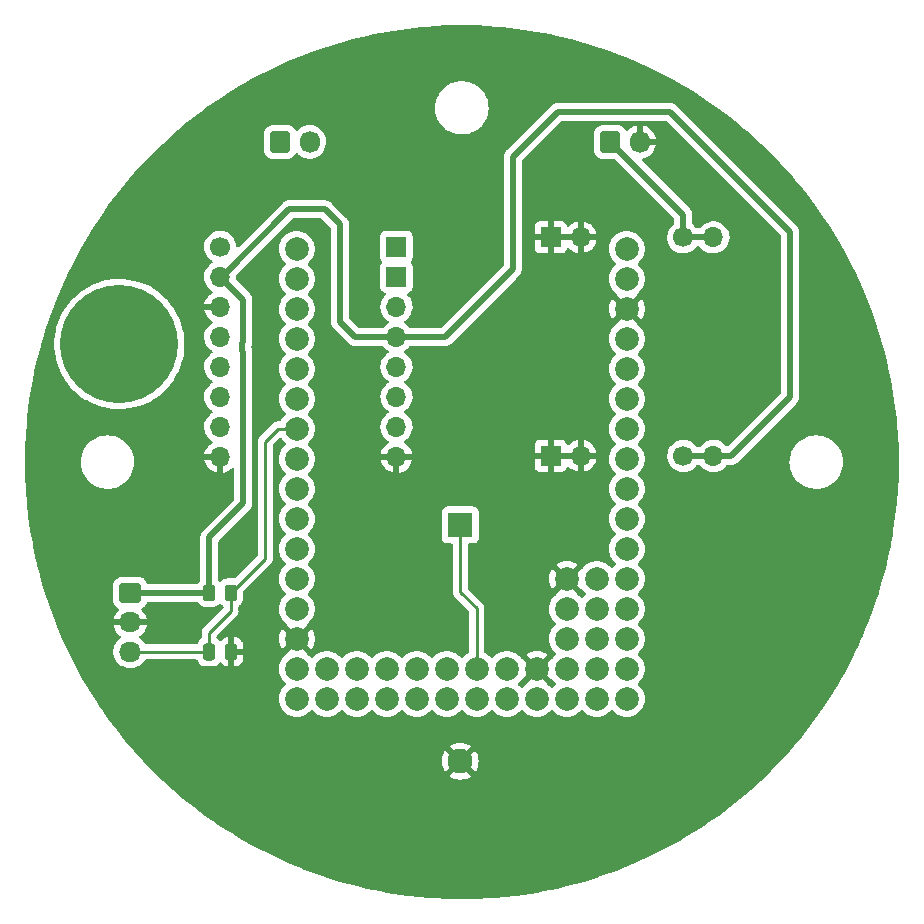
<source format=gbr>
%TF.GenerationSoftware,KiCad,Pcbnew,(6.0.4)*%
%TF.CreationDate,2022-05-12T17:17:44+09:00*%
%TF.ProjectId,0506,30353036-2e6b-4696-9361-645f70636258,rev?*%
%TF.SameCoordinates,Original*%
%TF.FileFunction,Copper,L1,Top*%
%TF.FilePolarity,Positive*%
%FSLAX46Y46*%
G04 Gerber Fmt 4.6, Leading zero omitted, Abs format (unit mm)*
G04 Created by KiCad (PCBNEW (6.0.4)) date 2022-05-12 17:17:44*
%MOMM*%
%LPD*%
G01*
G04 APERTURE LIST*
G04 Aperture macros list*
%AMRoundRect*
0 Rectangle with rounded corners*
0 $1 Rounding radius*
0 $2 $3 $4 $5 $6 $7 $8 $9 X,Y pos of 4 corners*
0 Add a 4 corners polygon primitive as box body*
4,1,4,$2,$3,$4,$5,$6,$7,$8,$9,$2,$3,0*
0 Add four circle primitives for the rounded corners*
1,1,$1+$1,$2,$3*
1,1,$1+$1,$4,$5*
1,1,$1+$1,$6,$7*
1,1,$1+$1,$8,$9*
0 Add four rect primitives between the rounded corners*
20,1,$1+$1,$2,$3,$4,$5,0*
20,1,$1+$1,$4,$5,$6,$7,0*
20,1,$1+$1,$6,$7,$8,$9,0*
20,1,$1+$1,$8,$9,$2,$3,0*%
G04 Aperture macros list end*
%TA.AperFunction,ComponentPad*%
%ADD10C,1.700000*%
%TD*%
%TA.AperFunction,ComponentPad*%
%ADD11O,1.700000X1.700000*%
%TD*%
%TA.AperFunction,ComponentPad*%
%ADD12R,1.700000X1.700000*%
%TD*%
%TA.AperFunction,ComponentPad*%
%ADD13C,2.100000*%
%TD*%
%TA.AperFunction,ComponentPad*%
%ADD14R,2.100000X2.100000*%
%TD*%
%TA.AperFunction,WasherPad*%
%ADD15C,10.000000*%
%TD*%
%TA.AperFunction,ComponentPad*%
%ADD16C,2.000000*%
%TD*%
%TA.AperFunction,ComponentPad*%
%ADD17RoundRect,0.250000X-0.600000X-0.675000X0.600000X-0.675000X0.600000X0.675000X-0.600000X0.675000X0*%
%TD*%
%TA.AperFunction,ComponentPad*%
%ADD18O,1.700000X1.850000*%
%TD*%
%TA.AperFunction,SMDPad,CuDef*%
%ADD19RoundRect,0.250000X0.262500X0.450000X-0.262500X0.450000X-0.262500X-0.450000X0.262500X-0.450000X0*%
%TD*%
%TA.AperFunction,ComponentPad*%
%ADD20RoundRect,0.250000X-0.675000X0.600000X-0.675000X-0.600000X0.675000X-0.600000X0.675000X0.600000X0*%
%TD*%
%TA.AperFunction,ComponentPad*%
%ADD21O,1.850000X1.700000*%
%TD*%
%TA.AperFunction,SMDPad,CuDef*%
%ADD22RoundRect,0.250000X-0.250000X-0.475000X0.250000X-0.475000X0.250000X0.475000X-0.250000X0.475000X0*%
%TD*%
%TA.AperFunction,ViaPad*%
%ADD23C,0.800000*%
%TD*%
%TA.AperFunction,Conductor*%
%ADD24C,0.500000*%
%TD*%
%TA.AperFunction,Conductor*%
%ADD25C,0.250000*%
%TD*%
G04 APERTURE END LIST*
D10*
%TO.P,J2,16,VMOT*%
%TO.N,+12V*%
X129540000Y-64770000D03*
D11*
%TO.P,J2,15,VCC*%
%TO.N,+5V*%
X129540000Y-67310000D03*
%TO.P,J2,14,GND*%
%TO.N,GND*%
X129540000Y-69850000D03*
%TO.P,J2,13,AO1*%
%TO.N,/Motor+*%
X129540000Y-72390000D03*
%TO.P,J2,12,AO2*%
%TO.N,/Motor-*%
X129540000Y-74930000D03*
%TO.P,J2,11,BO2*%
%TO.N,unconnected-(J2-Pad11)*%
X129540000Y-77470000D03*
%TO.P,J2,10,BO1*%
%TO.N,unconnected-(J2-Pad10)*%
X129540000Y-80010000D03*
%TO.P,J2,9,GND*%
%TO.N,GND*%
X129540000Y-82550000D03*
%TO.P,J2,8,GND*%
X144462500Y-82550000D03*
%TO.P,J2,7,PWMB*%
%TO.N,unconnected-(J2-Pad7)*%
X144462500Y-80010000D03*
%TO.P,J2,6,BIN2*%
%TO.N,unconnected-(J2-Pad6)*%
X144462500Y-77470000D03*
%TO.P,J2,5,BIN1*%
%TO.N,unconnected-(J2-Pad5)*%
X144462500Y-74930000D03*
%TO.P,J2,4,STBY*%
%TO.N,+5V*%
X144462500Y-72390000D03*
%TO.P,J2,3,AIN1*%
%TO.N,/AIN1*%
X144462500Y-69850000D03*
D12*
%TO.P,J2,2,AIN2*%
%TO.N,/AIN2*%
X144462500Y-67310000D03*
%TO.P,J2,1,PWMA*%
%TO.N,/PWMA*%
X144462500Y-64770000D03*
%TD*%
%TO.P,J3,8,OUT-*%
%TO.N,GND*%
X157520000Y-82460000D03*
D11*
%TO.P,J3,7,OUT-*%
X160060000Y-82460000D03*
D10*
%TO.P,J3,6,OUT+*%
%TO.N,+5V*%
X168750000Y-82470000D03*
D11*
%TO.P,J3,5,OUT+*%
X171300000Y-82470000D03*
%TO.P,J3,4,IN+*%
%TO.N,+12V*%
X171300000Y-63970000D03*
D10*
%TO.P,J3,3,IN+*%
X168750000Y-63970000D03*
D11*
%TO.P,J3,2,IN-*%
%TO.N,GND*%
X160060000Y-63960000D03*
D12*
%TO.P,J3,1,IN-*%
X157520000Y-63960000D03*
%TD*%
D13*
%TO.P,J7,2,-*%
%TO.N,GND*%
X149860000Y-108310914D03*
D14*
%TO.P,J7,1,+*%
%TO.N,Net-(J1-PadP6)*%
X149860000Y-88310914D03*
%TD*%
D15*
%TO.P,H3,*%
%TO.N,*%
X121000000Y-73000000D03*
%TD*%
D16*
%TO.P,J1,P1,BOOT*%
%TO.N,unconnected-(J1-PadP1)*%
X138570000Y-100510000D03*
%TO.P,J1,P2,PB4/BlueLED*%
%TO.N,unconnected-(J1-PadP2)*%
X141110000Y-100510000D03*
%TO.P,J1,P3,PA15/YellowLED*%
%TO.N,unconnected-(J1-PadP3)*%
X143650000Y-100510000D03*
%TO.P,J1,P4,PA14/GreenLED*%
%TO.N,unconnected-(J1-PadP4)*%
X146190000Y-100510000D03*
%TO.P,J1,P5,PA13/RedLED*%
%TO.N,unconnected-(J1-PadP5)*%
X148730000Y-100510000D03*
%TO.P,J1,P6,VBACK*%
%TO.N,Net-(J1-PadP6)*%
X151270000Y-100510000D03*
%TO.P,J1,P7,VIN*%
%TO.N,unconnected-(J1-PadP7)*%
X153810000Y-100510000D03*
%TO.P,J1,P8,GND*%
%TO.N,GND*%
X156350000Y-100510000D03*
%TO.P,J1,P9A,GND/SERVO*%
%TO.N,unconnected-(J1-PadP9A)*%
X158890000Y-103050000D03*
%TO.P,J1,P9B,GND/SERVO*%
%TO.N,unconnected-(J1-PadP9B)*%
X158890000Y-100510000D03*
%TO.P,J1,P9C,GND/SERVO*%
%TO.N,unconnected-(J1-PadP9C)*%
X158890000Y-97970000D03*
%TO.P,J1,P9D,GND/SERVO*%
%TO.N,unconnected-(J1-PadP9D)*%
X158890000Y-95430000D03*
%TO.P,J1,P9E,GND*%
%TO.N,GND*%
X158890000Y-92890000D03*
%TO.P,J1,P10A,VIN/SERVO*%
%TO.N,unconnected-(J1-PadP10A)*%
X161430000Y-103050000D03*
%TO.P,J1,P10B,VIN/SERVO*%
%TO.N,unconnected-(J1-PadP10B)*%
X161430000Y-100510000D03*
%TO.P,J1,P10C,VIN/SERVO*%
%TO.N,unconnected-(J1-PadP10C)*%
X161430000Y-97970000D03*
%TO.P,J1,P10D,VIN/SERVO*%
%TO.N,unconnected-(J1-PadP10D)*%
X161430000Y-95430000D03*
%TO.P,J1,P10E,VBAT*%
%TO.N,+5V*%
X161430000Y-92890000D03*
%TO.P,J1,X1,PA0/TX4/ADC/PWM/SERVO*%
%TO.N,/PWMA*%
X163970000Y-103050000D03*
%TO.P,J1,X2,PA1/RX4/ADC/PWM/SERVO*%
%TO.N,/AIN2*%
X163970000Y-100510000D03*
%TO.P,J1,X3,PA2/TX2/ADC/PWM/SERVO*%
%TO.N,/AIN1*%
X163970000Y-97970000D03*
%TO.P,J1,X4,PA3/RX2/ADC/PWM/SERVO*%
%TO.N,unconnected-(J1-PadX4)*%
X163970000Y-95430000D03*
%TO.P,J1,X5,PA4/SS1/ADC/DAC*%
%TO.N,unconnected-(J1-PadX5)*%
X163970000Y-92890000D03*
%TO.P,J1,X6,PA5/SCK1/ADC/DAC/PWM*%
%TO.N,unconnected-(J1-PadX6)*%
X163970000Y-90350000D03*
%TO.P,J1,X7,PA6/MISO1/ADC/PWM*%
%TO.N,unconnected-(J1-PadX7)*%
X163970000Y-87810000D03*
%TO.P,J1,X8,PA7/MOSI1/ADC/PWM*%
%TO.N,unconnected-(J1-PadX8)*%
X163970000Y-85270000D03*
%TO.P,J1,X9,PB6/SCL1/TXD1/PWM*%
%TO.N,unconnected-(J1-PadX9)*%
X136030000Y-85270000D03*
%TO.P,J1,X10,PB7/SDA1/RXD1/PWM*%
%TO.N,unconnected-(J1-PadX10)*%
X136030000Y-87810000D03*
%TO.P,J1,X11,PC4/ADC*%
%TO.N,unconnected-(J1-PadX11)*%
X136030000Y-90350000D03*
%TO.P,J1,X12,PC5/ADC*%
%TO.N,unconnected-(J1-PadX12)*%
X136030000Y-92890000D03*
%TO.P,J1,X13,RST*%
%TO.N,unconnected-(J1-PadX13)*%
X136030000Y-95430000D03*
%TO.P,J1,X14,GND*%
%TO.N,GND*%
X136030000Y-97970000D03*
%TO.P,J1,X15,3V3*%
%TO.N,unconnected-(J1-PadX15)*%
X136030000Y-100510000D03*
%TO.P,J1,X16,VIN*%
%TO.N,unconnected-(J1-PadX16)*%
X136030000Y-103050000D03*
%TO.P,J1,X17,PB3/USR_SW/TDO*%
%TO.N,unconnected-(J1-PadX17)*%
X138570000Y-103050000D03*
%TO.P,J1,X18,PC13*%
%TO.N,unconnected-(J1-PadX18)*%
X141110000Y-103050000D03*
%TO.P,J1,X19,PC0/ADC*%
%TO.N,unconnected-(J1-PadX19)*%
X143650000Y-103050000D03*
%TO.P,J1,X20,PC1/ADC*%
%TO.N,unconnected-(J1-PadX20)*%
X146190000Y-103050000D03*
%TO.P,J1,X21,PC2/ADC*%
%TO.N,unconnected-(J1-PadX21)*%
X148730000Y-103050000D03*
%TO.P,J1,X22,PC3/ADC*%
%TO.N,unconnected-(J1-PadX22)*%
X151270000Y-103050000D03*
%TO.P,J1,X23,A3V3*%
%TO.N,unconnected-(J1-PadX23)*%
X153810000Y-103050000D03*
%TO.P,J1,X24,AGND*%
%TO.N,unconnected-(J1-PadX24)*%
X156350000Y-103050000D03*
%TO.P,J1,Y1,PC6/TX6/PWM*%
%TO.N,unconnected-(J1-PadY1)*%
X136030000Y-64950000D03*
%TO.P,J1,Y2,PC7/RX6/PWM*%
%TO.N,unconnected-(J1-PadY2)*%
X136030000Y-67490000D03*
%TO.P,J1,Y3,PB8/CANRX1/PWM*%
%TO.N,unconnected-(J1-PadY3)*%
X136030000Y-70030000D03*
%TO.P,J1,Y4,PB9/CANTX1/PWM*%
%TO.N,unconnected-(J1-PadY4)*%
X136030000Y-72570000D03*
%TO.P,J1,Y5,PB12/SS2/CANRX2*%
%TO.N,unconnected-(J1-PadY5)*%
X136030000Y-75110000D03*
%TO.P,J1,Y6,PB13/SCK2/CANTX/PWM*%
%TO.N,unconnected-(J1-PadY6)*%
X136030000Y-77650000D03*
%TO.P,J1,Y7,PB14/MISO2/PWM*%
%TO.N,/SIG*%
X136030000Y-80190000D03*
%TO.P,J1,Y8,PB15/MOSI2/PWM*%
%TO.N,unconnected-(J1-PadY8)*%
X136030000Y-82730000D03*
%TO.P,J1,Y9,PB10/SCL2/TX3/PWM*%
%TO.N,unconnected-(J1-PadY9)*%
X163970000Y-82730000D03*
%TO.P,J1,Y10,PB11/SDA2/RX3/PWM*%
%TO.N,unconnected-(J1-PadY10)*%
X163970000Y-80190000D03*
%TO.P,J1,Y11,PB0/ADC/PWM*%
%TO.N,unconnected-(J1-PadY11)*%
X163970000Y-77650000D03*
%TO.P,J1,Y12,PB1/ADC/PWM*%
%TO.N,unconnected-(J1-PadY12)*%
X163970000Y-75110000D03*
%TO.P,J1,Y13,RST*%
%TO.N,unconnected-(J1-PadY13)*%
X163970000Y-72570000D03*
%TO.P,J1,Y14,GND*%
%TO.N,GND*%
X163970000Y-70030000D03*
%TO.P,J1,Y15,3V3*%
%TO.N,unconnected-(J1-PadY15)*%
X163970000Y-67490000D03*
%TO.P,J1,Y16,VIN*%
%TO.N,unconnected-(J1-PadY16)*%
X163970000Y-64950000D03*
%TD*%
D17*
%TO.P,J6,1,Pin_1*%
%TO.N,/Motor+*%
X134620000Y-55880000D03*
D18*
%TO.P,J6,2,Pin_2*%
%TO.N,/Motor-*%
X137120000Y-55880000D03*
%TD*%
D19*
%TO.P,R1,1*%
%TO.N,/SIG*%
X130452500Y-94060000D03*
%TO.P,R1,2*%
%TO.N,+5V*%
X128627500Y-94060000D03*
%TD*%
D20*
%TO.P,J5,1,Pin_1*%
%TO.N,+5V*%
X121920000Y-94060000D03*
D21*
%TO.P,J5,2,Pin_2*%
%TO.N,GND*%
X121920000Y-96560000D03*
%TO.P,J5,3,Pin_3*%
%TO.N,/SIG*%
X121920000Y-99060000D03*
%TD*%
D22*
%TO.P,C1,1*%
%TO.N,/SIG*%
X128590000Y-99060000D03*
%TO.P,C1,2*%
%TO.N,GND*%
X130490000Y-99060000D03*
%TD*%
D17*
%TO.P,J4,1,12V*%
%TO.N,+12V*%
X162560000Y-55880000D03*
D18*
%TO.P,J4,2,GND*%
%TO.N,GND*%
X165060000Y-55880000D03*
%TD*%
D23*
%TO.N,GND*%
X169000000Y-101750000D03*
X169000000Y-99187000D03*
X183250000Y-90250000D03*
X179250000Y-90250000D03*
X179250000Y-94000000D03*
X174625000Y-94000000D03*
X174625000Y-85979000D03*
X179750000Y-76750000D03*
X174625000Y-76750000D03*
X175895000Y-73787000D03*
X175895000Y-69750000D03*
X175895000Y-65786000D03*
X176403000Y-60452000D03*
X170561000Y-61087000D03*
X170561000Y-58750000D03*
X156250000Y-58674000D03*
X132715000Y-68199000D03*
X142000000Y-60000000D03*
X139250000Y-60000000D03*
X135500000Y-60000000D03*
X156250000Y-61087000D03*
X151892000Y-60500000D03*
X148250000Y-60500000D03*
%TD*%
D24*
%TO.N,+5V*%
X131500000Y-86500000D02*
X128627500Y-89372500D01*
X131400489Y-73601880D02*
X131500000Y-73701391D01*
X131500000Y-72798609D02*
X131400489Y-72898120D01*
X131500000Y-69270000D02*
X131500000Y-72798609D01*
X131400489Y-72898120D02*
X131400489Y-73601880D01*
X131500000Y-73701391D02*
X131500000Y-86500000D01*
X128627500Y-89372500D02*
X128627500Y-94060000D01*
X129540000Y-67310000D02*
X131500000Y-69270000D01*
X139700000Y-62865000D02*
X138430000Y-61595000D01*
X135367500Y-61595000D02*
X129652500Y-67310000D01*
X129652500Y-67310000D02*
X129540000Y-67310000D01*
X139700000Y-71120000D02*
X139700000Y-62865000D01*
X138430000Y-61595000D02*
X135367500Y-61595000D01*
X144462500Y-72390000D02*
X140970000Y-72390000D01*
X140970000Y-72390000D02*
X139700000Y-71120000D01*
X148590000Y-72390000D02*
X144462500Y-72390000D01*
X154305000Y-57150000D02*
X154305000Y-66675000D01*
X158115000Y-53340000D02*
X154305000Y-57150000D01*
X177800000Y-63500000D02*
X167640000Y-53340000D01*
X177800000Y-77470000D02*
X177800000Y-63500000D01*
X172800000Y-82470000D02*
X177800000Y-77470000D01*
X154305000Y-66675000D02*
X148590000Y-72390000D01*
X167640000Y-53340000D02*
X158115000Y-53340000D01*
X171300000Y-82470000D02*
X172800000Y-82470000D01*
D25*
%TO.N,Net-(J1-PadP6)*%
X149860000Y-93980000D02*
X149860000Y-88310914D01*
X151270000Y-95390000D02*
X149860000Y-93980000D01*
X151270000Y-100510000D02*
X151270000Y-95390000D01*
%TO.N,/SIG*%
X134440000Y-80190000D02*
X136030000Y-80190000D01*
X130452500Y-94060000D02*
X133350000Y-91162500D01*
X133350000Y-91162500D02*
X133350000Y-81280000D01*
X133350000Y-81280000D02*
X134440000Y-80190000D01*
X130452500Y-95607500D02*
X130452500Y-94060000D01*
X128590000Y-97470000D02*
X130452500Y-95607500D01*
X128590000Y-99060000D02*
X128590000Y-97470000D01*
D24*
%TO.N,+5V*%
X121920000Y-94060000D02*
X128627500Y-94060000D01*
D25*
%TO.N,/SIG*%
X128590000Y-99060000D02*
X121920000Y-99060000D01*
D24*
%TO.N,+5V*%
X168750000Y-82470000D02*
X171300000Y-82470000D01*
%TO.N,+12V*%
X168750000Y-63970000D02*
X171300000Y-63970000D01*
X168750000Y-62070000D02*
X168750000Y-63970000D01*
X162560000Y-55880000D02*
X168750000Y-62070000D01*
%TD*%
%TA.AperFunction,Conductor*%
%TO.N,GND*%
G36*
X150308713Y-46013350D02*
G01*
X151159942Y-46026722D01*
X151163898Y-46026846D01*
X152320720Y-46081400D01*
X152324671Y-46081648D01*
X152901962Y-46127082D01*
X153479262Y-46172517D01*
X153483178Y-46172887D01*
X154634294Y-46299972D01*
X154638217Y-46300467D01*
X155784783Y-46463648D01*
X155788692Y-46464267D01*
X156324886Y-46557847D01*
X156929602Y-46663387D01*
X156933439Y-46664119D01*
X157477061Y-46776698D01*
X158067493Y-46898971D01*
X158071356Y-46899834D01*
X158888992Y-47096131D01*
X159197515Y-47170201D01*
X159201329Y-47171180D01*
X160318398Y-47476776D01*
X160322165Y-47477870D01*
X161429111Y-47818411D01*
X161432855Y-47819627D01*
X161720596Y-47918143D01*
X162528559Y-48194771D01*
X162532283Y-48196112D01*
X163337507Y-48500380D01*
X163612711Y-48604371D01*
X163615627Y-48605473D01*
X163619307Y-48606930D01*
X164689263Y-49050121D01*
X164692896Y-49051693D01*
X164865747Y-49129738D01*
X165748451Y-49528293D01*
X165752000Y-49529965D01*
X166075673Y-49688530D01*
X166792010Y-50039460D01*
X166795488Y-50041231D01*
X167819097Y-50583204D01*
X167822452Y-50585048D01*
X168401240Y-50915183D01*
X168828489Y-51158882D01*
X168831896Y-51160897D01*
X169145365Y-51352991D01*
X169819372Y-51766023D01*
X169822674Y-51768119D01*
X170429501Y-52166730D01*
X170790652Y-52403962D01*
X170793926Y-52406187D01*
X171741451Y-53072119D01*
X171744653Y-53074446D01*
X172670762Y-53769788D01*
X172673890Y-53772214D01*
X173577738Y-54496332D01*
X173580787Y-54498855D01*
X174461405Y-55250974D01*
X174464375Y-55253592D01*
X175320957Y-56033022D01*
X175323837Y-56035727D01*
X176155550Y-56841713D01*
X176158287Y-56844450D01*
X176964269Y-57676158D01*
X176966978Y-57679043D01*
X177746408Y-58535625D01*
X177749026Y-58538595D01*
X178501145Y-59419213D01*
X178503668Y-59422262D01*
X179227786Y-60326110D01*
X179230212Y-60329238D01*
X179925554Y-61255347D01*
X179927881Y-61258549D01*
X180593813Y-62206074D01*
X180596038Y-62209348D01*
X180669953Y-62321872D01*
X181227495Y-63170648D01*
X181231868Y-63177306D01*
X181233977Y-63180628D01*
X181510640Y-63632101D01*
X181839103Y-64168104D01*
X181841118Y-64171511D01*
X182003771Y-64456672D01*
X182414952Y-65177548D01*
X182416796Y-65180903D01*
X182958769Y-66204512D01*
X182960540Y-66207990D01*
X183438001Y-67182608D01*
X183470028Y-67247984D01*
X183471707Y-67251549D01*
X183604511Y-67545679D01*
X183948307Y-68307104D01*
X183949879Y-68310737D01*
X184149429Y-68792493D01*
X184379461Y-69347837D01*
X184393070Y-69380693D01*
X184394523Y-69384363D01*
X184467491Y-69577468D01*
X184803888Y-70467717D01*
X184805229Y-70471441D01*
X185053437Y-71196396D01*
X185177337Y-71558277D01*
X185180369Y-71567134D01*
X185181589Y-71570889D01*
X185493499Y-72584767D01*
X185522125Y-72677818D01*
X185523224Y-72681602D01*
X185821468Y-73771797D01*
X185828817Y-73798661D01*
X185829799Y-73802485D01*
X185886058Y-74036818D01*
X186100166Y-74928644D01*
X186101029Y-74932507D01*
X186183884Y-75332596D01*
X186332681Y-76051107D01*
X186335876Y-76066536D01*
X186336613Y-76070398D01*
X186402183Y-76446097D01*
X186535733Y-77211308D01*
X186536352Y-77215217D01*
X186699533Y-78361783D01*
X186700028Y-78365706D01*
X186810969Y-79370590D01*
X186827111Y-79516806D01*
X186827483Y-79520738D01*
X186845494Y-79749588D01*
X186918352Y-80675329D01*
X186918600Y-80679280D01*
X186973154Y-81836102D01*
X186973278Y-81840058D01*
X186991469Y-82998021D01*
X186991469Y-83001979D01*
X186973278Y-84159942D01*
X186973154Y-84163898D01*
X186918600Y-85320720D01*
X186918352Y-85324671D01*
X186830244Y-86444189D01*
X186827484Y-86479253D01*
X186827113Y-86483178D01*
X186706219Y-87578223D01*
X186700029Y-87634290D01*
X186699533Y-87638217D01*
X186536352Y-88784783D01*
X186535733Y-88788692D01*
X186463067Y-89205051D01*
X186344011Y-89887218D01*
X186336618Y-89929576D01*
X186335881Y-89933439D01*
X186298636Y-90113289D01*
X186101029Y-91067493D01*
X186100166Y-91071356D01*
X185961863Y-91647432D01*
X185871899Y-92022160D01*
X185829802Y-92197505D01*
X185828820Y-92201329D01*
X185524981Y-93311978D01*
X185523229Y-93318381D01*
X185522130Y-93322165D01*
X185194949Y-94385683D01*
X185181592Y-94429101D01*
X185180373Y-94432855D01*
X185144776Y-94536825D01*
X184805229Y-95528559D01*
X184803888Y-95532283D01*
X184394527Y-96615627D01*
X184393074Y-96619297D01*
X184244494Y-96978000D01*
X183949879Y-97689263D01*
X183948307Y-97692896D01*
X183815730Y-97986522D01*
X183511110Y-98661183D01*
X183471714Y-98748435D01*
X183470035Y-98752000D01*
X183013986Y-99682914D01*
X182960540Y-99792010D01*
X182958769Y-99795488D01*
X182416796Y-100819097D01*
X182414952Y-100822452D01*
X182128510Y-101324638D01*
X181841118Y-101828489D01*
X181839103Y-101831896D01*
X181234681Y-102818223D01*
X181233989Y-102819352D01*
X181231881Y-102822674D01*
X180923904Y-103291524D01*
X180596038Y-103790652D01*
X180593813Y-103793926D01*
X179927881Y-104741451D01*
X179925554Y-104744653D01*
X179230212Y-105670762D01*
X179227786Y-105673890D01*
X178503668Y-106577738D01*
X178501145Y-106580787D01*
X177749026Y-107461405D01*
X177746408Y-107464375D01*
X177419717Y-107823404D01*
X176984834Y-108301334D01*
X176966978Y-108320957D01*
X176964273Y-108323837D01*
X176158287Y-109155550D01*
X176155550Y-109158287D01*
X175417669Y-109873344D01*
X175323842Y-109964269D01*
X175320957Y-109966978D01*
X174464375Y-110746408D01*
X174461405Y-110749026D01*
X173580787Y-111501145D01*
X173577738Y-111503668D01*
X172673890Y-112227786D01*
X172670762Y-112230212D01*
X171744653Y-112925554D01*
X171741451Y-112927881D01*
X170793926Y-113593813D01*
X170790652Y-113596038D01*
X169822674Y-114231881D01*
X169819372Y-114233977D01*
X169482823Y-114440214D01*
X168831896Y-114839103D01*
X168828489Y-114841118D01*
X168477316Y-115041424D01*
X167822452Y-115414952D01*
X167819097Y-115416796D01*
X166795488Y-115958769D01*
X166792009Y-115960540D01*
X165752000Y-116470035D01*
X165748451Y-116471707D01*
X165192574Y-116722694D01*
X164692896Y-116948307D01*
X164689263Y-116949879D01*
X163619307Y-117393070D01*
X163615637Y-117394523D01*
X163337507Y-117499620D01*
X162532283Y-117803888D01*
X162528559Y-117805229D01*
X161720596Y-118081857D01*
X161432855Y-118180373D01*
X161429111Y-118181589D01*
X160322165Y-118522130D01*
X160318398Y-118523224D01*
X159201329Y-118828820D01*
X159197515Y-118829799D01*
X158888992Y-118903869D01*
X158071356Y-119100166D01*
X158067493Y-119101029D01*
X157477061Y-119223302D01*
X156933439Y-119335881D01*
X156929602Y-119336613D01*
X156324886Y-119442153D01*
X155788692Y-119535733D01*
X155784783Y-119536352D01*
X154638217Y-119699533D01*
X154634294Y-119700028D01*
X153483178Y-119827113D01*
X153479262Y-119827483D01*
X152901962Y-119872918D01*
X152324671Y-119918352D01*
X152320720Y-119918600D01*
X151163898Y-119973154D01*
X151159942Y-119973278D01*
X150308713Y-119986650D01*
X150001973Y-119991469D01*
X149998027Y-119991469D01*
X149691287Y-119986650D01*
X148840058Y-119973278D01*
X148836102Y-119973154D01*
X147679280Y-119918600D01*
X147675329Y-119918352D01*
X147098038Y-119872918D01*
X146520738Y-119827483D01*
X146516822Y-119827113D01*
X145365706Y-119700028D01*
X145361783Y-119699533D01*
X144215217Y-119536352D01*
X144211308Y-119535733D01*
X143675114Y-119442153D01*
X143070398Y-119336613D01*
X143066561Y-119335881D01*
X142522939Y-119223302D01*
X141932507Y-119101029D01*
X141928644Y-119100166D01*
X141111008Y-118903869D01*
X140802485Y-118829799D01*
X140798671Y-118828820D01*
X139681602Y-118523224D01*
X139677835Y-118522130D01*
X138570889Y-118181589D01*
X138567145Y-118180373D01*
X138279404Y-118081857D01*
X137471441Y-117805229D01*
X137467717Y-117803888D01*
X136662493Y-117499620D01*
X136384363Y-117394523D01*
X136380693Y-117393070D01*
X135310737Y-116949879D01*
X135307104Y-116948307D01*
X134807426Y-116722694D01*
X134251549Y-116471707D01*
X134248000Y-116470035D01*
X133207991Y-115960540D01*
X133204512Y-115958769D01*
X132180903Y-115416796D01*
X132177548Y-115414952D01*
X131522684Y-115041424D01*
X131171511Y-114841118D01*
X131168104Y-114839103D01*
X130517177Y-114440214D01*
X130180628Y-114233977D01*
X130177326Y-114231881D01*
X129209348Y-113596038D01*
X129206074Y-113593813D01*
X128258549Y-112927881D01*
X128255347Y-112925554D01*
X127329238Y-112230212D01*
X127326110Y-112227786D01*
X126422262Y-111503668D01*
X126419213Y-111501145D01*
X125538595Y-110749026D01*
X125535625Y-110746408D01*
X124679043Y-109966978D01*
X124676158Y-109964269D01*
X124582331Y-109873344D01*
X124279566Y-109579944D01*
X148955800Y-109579944D01*
X148961527Y-109587594D01*
X149146272Y-109700807D01*
X149155067Y-109705289D01*
X149372490Y-109795348D01*
X149381875Y-109798397D01*
X149610708Y-109853336D01*
X149620455Y-109854879D01*
X149855070Y-109873344D01*
X149864930Y-109873344D01*
X150099545Y-109854879D01*
X150109292Y-109853336D01*
X150338125Y-109798397D01*
X150347510Y-109795348D01*
X150564933Y-109705289D01*
X150573728Y-109700807D01*
X150754805Y-109589842D01*
X150764267Y-109579384D01*
X150760484Y-109570608D01*
X149872812Y-108682936D01*
X149858868Y-108675322D01*
X149857035Y-108675453D01*
X149850420Y-108679704D01*
X148962560Y-109567564D01*
X148955800Y-109579944D01*
X124279566Y-109579944D01*
X123844450Y-109158287D01*
X123841713Y-109155550D01*
X123035727Y-108323837D01*
X123033022Y-108320957D01*
X123028370Y-108315844D01*
X148297570Y-108315844D01*
X148316035Y-108550459D01*
X148317578Y-108560206D01*
X148372517Y-108789039D01*
X148375566Y-108798424D01*
X148465625Y-109015847D01*
X148470107Y-109024642D01*
X148581072Y-109205719D01*
X148591530Y-109215181D01*
X148600306Y-109211398D01*
X149487978Y-108323726D01*
X149494356Y-108312046D01*
X150224408Y-108312046D01*
X150224539Y-108313879D01*
X150228790Y-108320494D01*
X151116650Y-109208354D01*
X151129030Y-109215114D01*
X151136680Y-109209387D01*
X151249893Y-109024642D01*
X151254375Y-109015847D01*
X151344434Y-108798424D01*
X151347483Y-108789039D01*
X151402422Y-108560206D01*
X151403965Y-108550459D01*
X151422430Y-108315844D01*
X151422430Y-108305984D01*
X151403965Y-108071369D01*
X151402422Y-108061622D01*
X151347483Y-107832789D01*
X151344434Y-107823404D01*
X151254375Y-107605981D01*
X151249893Y-107597186D01*
X151138928Y-107416109D01*
X151128470Y-107406647D01*
X151119694Y-107410430D01*
X150232022Y-108298102D01*
X150224408Y-108312046D01*
X149494356Y-108312046D01*
X149495592Y-108309782D01*
X149495461Y-108307949D01*
X149491210Y-108301334D01*
X148603350Y-107413474D01*
X148590970Y-107406714D01*
X148583320Y-107412441D01*
X148470107Y-107597186D01*
X148465625Y-107605981D01*
X148375566Y-107823404D01*
X148372517Y-107832789D01*
X148317578Y-108061622D01*
X148316035Y-108071369D01*
X148297570Y-108305984D01*
X148297570Y-108315844D01*
X123028370Y-108315844D01*
X123015167Y-108301334D01*
X122580283Y-107823404D01*
X122253592Y-107464375D01*
X122250974Y-107461405D01*
X121893147Y-107042444D01*
X148955733Y-107042444D01*
X148959516Y-107051220D01*
X149847188Y-107938892D01*
X149861132Y-107946506D01*
X149862965Y-107946375D01*
X149869580Y-107942124D01*
X150757440Y-107054264D01*
X150764200Y-107041884D01*
X150758473Y-107034234D01*
X150573728Y-106921021D01*
X150564933Y-106916539D01*
X150347510Y-106826480D01*
X150338125Y-106823431D01*
X150109292Y-106768492D01*
X150099545Y-106766949D01*
X149864930Y-106748484D01*
X149855070Y-106748484D01*
X149620455Y-106766949D01*
X149610708Y-106768492D01*
X149381875Y-106823431D01*
X149372490Y-106826480D01*
X149155067Y-106916539D01*
X149146272Y-106921021D01*
X148965195Y-107031986D01*
X148955733Y-107042444D01*
X121893147Y-107042444D01*
X121498855Y-106580787D01*
X121496332Y-106577738D01*
X120772214Y-105673890D01*
X120769788Y-105670762D01*
X120074446Y-104744653D01*
X120072119Y-104741451D01*
X119406187Y-103793926D01*
X119403962Y-103790652D01*
X119076096Y-103291524D01*
X118917444Y-103050000D01*
X134516835Y-103050000D01*
X134535465Y-103286711D01*
X134590895Y-103517594D01*
X134681760Y-103736963D01*
X134684346Y-103741183D01*
X134803241Y-103935202D01*
X134803245Y-103935208D01*
X134805824Y-103939416D01*
X134960031Y-104119969D01*
X135140584Y-104274176D01*
X135144792Y-104276755D01*
X135144798Y-104276759D01*
X135291645Y-104366747D01*
X135343037Y-104398240D01*
X135347607Y-104400133D01*
X135347611Y-104400135D01*
X135557833Y-104487211D01*
X135562406Y-104489105D01*
X135642609Y-104508360D01*
X135788476Y-104543380D01*
X135788482Y-104543381D01*
X135793289Y-104544535D01*
X136030000Y-104563165D01*
X136266711Y-104544535D01*
X136271518Y-104543381D01*
X136271524Y-104543380D01*
X136417391Y-104508360D01*
X136497594Y-104489105D01*
X136502167Y-104487211D01*
X136712389Y-104400135D01*
X136712393Y-104400133D01*
X136716963Y-104398240D01*
X136768355Y-104366747D01*
X136915202Y-104276759D01*
X136915208Y-104276755D01*
X136919416Y-104274176D01*
X137099969Y-104119969D01*
X137103177Y-104116213D01*
X137103182Y-104116208D01*
X137204189Y-103997944D01*
X137263639Y-103959134D01*
X137334634Y-103958628D01*
X137395811Y-103997944D01*
X137496818Y-104116208D01*
X137496823Y-104116213D01*
X137500031Y-104119969D01*
X137680584Y-104274176D01*
X137684792Y-104276755D01*
X137684798Y-104276759D01*
X137831645Y-104366747D01*
X137883037Y-104398240D01*
X137887607Y-104400133D01*
X137887611Y-104400135D01*
X138097833Y-104487211D01*
X138102406Y-104489105D01*
X138182609Y-104508360D01*
X138328476Y-104543380D01*
X138328482Y-104543381D01*
X138333289Y-104544535D01*
X138570000Y-104563165D01*
X138806711Y-104544535D01*
X138811518Y-104543381D01*
X138811524Y-104543380D01*
X138957391Y-104508360D01*
X139037594Y-104489105D01*
X139042167Y-104487211D01*
X139252389Y-104400135D01*
X139252393Y-104400133D01*
X139256963Y-104398240D01*
X139308355Y-104366747D01*
X139455202Y-104276759D01*
X139455208Y-104276755D01*
X139459416Y-104274176D01*
X139639969Y-104119969D01*
X139643177Y-104116213D01*
X139643182Y-104116208D01*
X139744189Y-103997944D01*
X139803639Y-103959134D01*
X139874634Y-103958628D01*
X139935811Y-103997944D01*
X140036818Y-104116208D01*
X140036823Y-104116213D01*
X140040031Y-104119969D01*
X140220584Y-104274176D01*
X140224792Y-104276755D01*
X140224798Y-104276759D01*
X140371645Y-104366747D01*
X140423037Y-104398240D01*
X140427607Y-104400133D01*
X140427611Y-104400135D01*
X140637833Y-104487211D01*
X140642406Y-104489105D01*
X140722609Y-104508360D01*
X140868476Y-104543380D01*
X140868482Y-104543381D01*
X140873289Y-104544535D01*
X141110000Y-104563165D01*
X141346711Y-104544535D01*
X141351518Y-104543381D01*
X141351524Y-104543380D01*
X141497391Y-104508360D01*
X141577594Y-104489105D01*
X141582167Y-104487211D01*
X141792389Y-104400135D01*
X141792393Y-104400133D01*
X141796963Y-104398240D01*
X141848355Y-104366747D01*
X141995202Y-104276759D01*
X141995208Y-104276755D01*
X141999416Y-104274176D01*
X142179969Y-104119969D01*
X142183177Y-104116213D01*
X142183182Y-104116208D01*
X142284189Y-103997944D01*
X142343639Y-103959134D01*
X142414634Y-103958628D01*
X142475811Y-103997944D01*
X142576818Y-104116208D01*
X142576823Y-104116213D01*
X142580031Y-104119969D01*
X142760584Y-104274176D01*
X142764792Y-104276755D01*
X142764798Y-104276759D01*
X142911645Y-104366747D01*
X142963037Y-104398240D01*
X142967607Y-104400133D01*
X142967611Y-104400135D01*
X143177833Y-104487211D01*
X143182406Y-104489105D01*
X143262609Y-104508360D01*
X143408476Y-104543380D01*
X143408482Y-104543381D01*
X143413289Y-104544535D01*
X143650000Y-104563165D01*
X143886711Y-104544535D01*
X143891518Y-104543381D01*
X143891524Y-104543380D01*
X144037391Y-104508360D01*
X144117594Y-104489105D01*
X144122167Y-104487211D01*
X144332389Y-104400135D01*
X144332393Y-104400133D01*
X144336963Y-104398240D01*
X144388355Y-104366747D01*
X144535202Y-104276759D01*
X144535208Y-104276755D01*
X144539416Y-104274176D01*
X144719969Y-104119969D01*
X144723177Y-104116213D01*
X144723182Y-104116208D01*
X144824189Y-103997944D01*
X144883639Y-103959134D01*
X144954634Y-103958628D01*
X145015811Y-103997944D01*
X145116818Y-104116208D01*
X145116823Y-104116213D01*
X145120031Y-104119969D01*
X145300584Y-104274176D01*
X145304792Y-104276755D01*
X145304798Y-104276759D01*
X145451645Y-104366747D01*
X145503037Y-104398240D01*
X145507607Y-104400133D01*
X145507611Y-104400135D01*
X145717833Y-104487211D01*
X145722406Y-104489105D01*
X145802609Y-104508360D01*
X145948476Y-104543380D01*
X145948482Y-104543381D01*
X145953289Y-104544535D01*
X146190000Y-104563165D01*
X146426711Y-104544535D01*
X146431518Y-104543381D01*
X146431524Y-104543380D01*
X146577391Y-104508360D01*
X146657594Y-104489105D01*
X146662167Y-104487211D01*
X146872389Y-104400135D01*
X146872393Y-104400133D01*
X146876963Y-104398240D01*
X146928355Y-104366747D01*
X147075202Y-104276759D01*
X147075208Y-104276755D01*
X147079416Y-104274176D01*
X147259969Y-104119969D01*
X147263177Y-104116213D01*
X147263182Y-104116208D01*
X147364189Y-103997944D01*
X147423639Y-103959134D01*
X147494634Y-103958628D01*
X147555811Y-103997944D01*
X147656818Y-104116208D01*
X147656823Y-104116213D01*
X147660031Y-104119969D01*
X147840584Y-104274176D01*
X147844792Y-104276755D01*
X147844798Y-104276759D01*
X147991645Y-104366747D01*
X148043037Y-104398240D01*
X148047607Y-104400133D01*
X148047611Y-104400135D01*
X148257833Y-104487211D01*
X148262406Y-104489105D01*
X148342609Y-104508360D01*
X148488476Y-104543380D01*
X148488482Y-104543381D01*
X148493289Y-104544535D01*
X148730000Y-104563165D01*
X148966711Y-104544535D01*
X148971518Y-104543381D01*
X148971524Y-104543380D01*
X149117391Y-104508360D01*
X149197594Y-104489105D01*
X149202167Y-104487211D01*
X149412389Y-104400135D01*
X149412393Y-104400133D01*
X149416963Y-104398240D01*
X149468355Y-104366747D01*
X149615202Y-104276759D01*
X149615208Y-104276755D01*
X149619416Y-104274176D01*
X149799969Y-104119969D01*
X149803177Y-104116213D01*
X149803182Y-104116208D01*
X149904189Y-103997944D01*
X149963639Y-103959134D01*
X150034634Y-103958628D01*
X150095811Y-103997944D01*
X150196818Y-104116208D01*
X150196823Y-104116213D01*
X150200031Y-104119969D01*
X150380584Y-104274176D01*
X150384792Y-104276755D01*
X150384798Y-104276759D01*
X150531645Y-104366747D01*
X150583037Y-104398240D01*
X150587607Y-104400133D01*
X150587611Y-104400135D01*
X150797833Y-104487211D01*
X150802406Y-104489105D01*
X150882609Y-104508360D01*
X151028476Y-104543380D01*
X151028482Y-104543381D01*
X151033289Y-104544535D01*
X151270000Y-104563165D01*
X151506711Y-104544535D01*
X151511518Y-104543381D01*
X151511524Y-104543380D01*
X151657391Y-104508360D01*
X151737594Y-104489105D01*
X151742167Y-104487211D01*
X151952389Y-104400135D01*
X151952393Y-104400133D01*
X151956963Y-104398240D01*
X152008355Y-104366747D01*
X152155202Y-104276759D01*
X152155208Y-104276755D01*
X152159416Y-104274176D01*
X152339969Y-104119969D01*
X152343177Y-104116213D01*
X152343182Y-104116208D01*
X152444189Y-103997944D01*
X152503639Y-103959134D01*
X152574634Y-103958628D01*
X152635811Y-103997944D01*
X152736818Y-104116208D01*
X152736823Y-104116213D01*
X152740031Y-104119969D01*
X152920584Y-104274176D01*
X152924792Y-104276755D01*
X152924798Y-104276759D01*
X153071645Y-104366747D01*
X153123037Y-104398240D01*
X153127607Y-104400133D01*
X153127611Y-104400135D01*
X153337833Y-104487211D01*
X153342406Y-104489105D01*
X153422609Y-104508360D01*
X153568476Y-104543380D01*
X153568482Y-104543381D01*
X153573289Y-104544535D01*
X153810000Y-104563165D01*
X154046711Y-104544535D01*
X154051518Y-104543381D01*
X154051524Y-104543380D01*
X154197391Y-104508360D01*
X154277594Y-104489105D01*
X154282167Y-104487211D01*
X154492389Y-104400135D01*
X154492393Y-104400133D01*
X154496963Y-104398240D01*
X154548355Y-104366747D01*
X154695202Y-104276759D01*
X154695208Y-104276755D01*
X154699416Y-104274176D01*
X154879969Y-104119969D01*
X154883177Y-104116213D01*
X154883182Y-104116208D01*
X154984189Y-103997944D01*
X155043639Y-103959134D01*
X155114634Y-103958628D01*
X155175811Y-103997944D01*
X155276818Y-104116208D01*
X155276823Y-104116213D01*
X155280031Y-104119969D01*
X155460584Y-104274176D01*
X155464792Y-104276755D01*
X155464798Y-104276759D01*
X155611645Y-104366747D01*
X155663037Y-104398240D01*
X155667607Y-104400133D01*
X155667611Y-104400135D01*
X155877833Y-104487211D01*
X155882406Y-104489105D01*
X155962609Y-104508360D01*
X156108476Y-104543380D01*
X156108482Y-104543381D01*
X156113289Y-104544535D01*
X156350000Y-104563165D01*
X156586711Y-104544535D01*
X156591518Y-104543381D01*
X156591524Y-104543380D01*
X156737391Y-104508360D01*
X156817594Y-104489105D01*
X156822167Y-104487211D01*
X157032389Y-104400135D01*
X157032393Y-104400133D01*
X157036963Y-104398240D01*
X157088355Y-104366747D01*
X157235202Y-104276759D01*
X157235208Y-104276755D01*
X157239416Y-104274176D01*
X157419969Y-104119969D01*
X157423177Y-104116213D01*
X157423182Y-104116208D01*
X157524189Y-103997944D01*
X157583639Y-103959134D01*
X157654634Y-103958628D01*
X157715811Y-103997944D01*
X157816818Y-104116208D01*
X157816823Y-104116213D01*
X157820031Y-104119969D01*
X158000584Y-104274176D01*
X158004792Y-104276755D01*
X158004798Y-104276759D01*
X158151645Y-104366747D01*
X158203037Y-104398240D01*
X158207607Y-104400133D01*
X158207611Y-104400135D01*
X158417833Y-104487211D01*
X158422406Y-104489105D01*
X158502609Y-104508360D01*
X158648476Y-104543380D01*
X158648482Y-104543381D01*
X158653289Y-104544535D01*
X158890000Y-104563165D01*
X159126711Y-104544535D01*
X159131518Y-104543381D01*
X159131524Y-104543380D01*
X159277391Y-104508360D01*
X159357594Y-104489105D01*
X159362167Y-104487211D01*
X159572389Y-104400135D01*
X159572393Y-104400133D01*
X159576963Y-104398240D01*
X159628355Y-104366747D01*
X159775202Y-104276759D01*
X159775208Y-104276755D01*
X159779416Y-104274176D01*
X159959969Y-104119969D01*
X159963177Y-104116213D01*
X159963182Y-104116208D01*
X160064189Y-103997944D01*
X160123639Y-103959134D01*
X160194634Y-103958628D01*
X160255811Y-103997944D01*
X160356818Y-104116208D01*
X160356823Y-104116213D01*
X160360031Y-104119969D01*
X160540584Y-104274176D01*
X160544792Y-104276755D01*
X160544798Y-104276759D01*
X160691645Y-104366747D01*
X160743037Y-104398240D01*
X160747607Y-104400133D01*
X160747611Y-104400135D01*
X160957833Y-104487211D01*
X160962406Y-104489105D01*
X161042609Y-104508360D01*
X161188476Y-104543380D01*
X161188482Y-104543381D01*
X161193289Y-104544535D01*
X161430000Y-104563165D01*
X161666711Y-104544535D01*
X161671518Y-104543381D01*
X161671524Y-104543380D01*
X161817391Y-104508360D01*
X161897594Y-104489105D01*
X161902167Y-104487211D01*
X162112389Y-104400135D01*
X162112393Y-104400133D01*
X162116963Y-104398240D01*
X162168355Y-104366747D01*
X162315202Y-104276759D01*
X162315208Y-104276755D01*
X162319416Y-104274176D01*
X162499969Y-104119969D01*
X162503177Y-104116213D01*
X162503182Y-104116208D01*
X162604189Y-103997944D01*
X162663639Y-103959134D01*
X162734634Y-103958628D01*
X162795811Y-103997944D01*
X162896818Y-104116208D01*
X162896823Y-104116213D01*
X162900031Y-104119969D01*
X163080584Y-104274176D01*
X163084792Y-104276755D01*
X163084798Y-104276759D01*
X163231645Y-104366747D01*
X163283037Y-104398240D01*
X163287607Y-104400133D01*
X163287611Y-104400135D01*
X163497833Y-104487211D01*
X163502406Y-104489105D01*
X163582609Y-104508360D01*
X163728476Y-104543380D01*
X163728482Y-104543381D01*
X163733289Y-104544535D01*
X163970000Y-104563165D01*
X164206711Y-104544535D01*
X164211518Y-104543381D01*
X164211524Y-104543380D01*
X164357391Y-104508360D01*
X164437594Y-104489105D01*
X164442167Y-104487211D01*
X164652389Y-104400135D01*
X164652393Y-104400133D01*
X164656963Y-104398240D01*
X164708355Y-104366747D01*
X164855202Y-104276759D01*
X164855208Y-104276755D01*
X164859416Y-104274176D01*
X165039969Y-104119969D01*
X165194176Y-103939416D01*
X165196755Y-103935208D01*
X165196759Y-103935202D01*
X165315654Y-103741183D01*
X165318240Y-103736963D01*
X165409105Y-103517594D01*
X165464535Y-103286711D01*
X165483165Y-103050000D01*
X165464535Y-102813289D01*
X165409105Y-102582406D01*
X165318240Y-102363037D01*
X165310519Y-102350438D01*
X165196759Y-102164798D01*
X165196755Y-102164792D01*
X165194176Y-102160584D01*
X165039969Y-101980031D01*
X165036213Y-101976823D01*
X165036208Y-101976818D01*
X164917944Y-101875811D01*
X164879134Y-101816361D01*
X164878628Y-101745366D01*
X164917944Y-101684189D01*
X165036208Y-101583182D01*
X165036213Y-101583177D01*
X165039969Y-101579969D01*
X165194176Y-101399416D01*
X165196755Y-101395208D01*
X165196759Y-101395202D01*
X165315654Y-101201183D01*
X165318240Y-101196963D01*
X165409105Y-100977594D01*
X165446750Y-100820791D01*
X165463380Y-100751524D01*
X165463381Y-100751518D01*
X165464535Y-100746711D01*
X165483165Y-100510000D01*
X165464535Y-100273289D01*
X165460808Y-100257761D01*
X165410260Y-100047218D01*
X165409105Y-100042406D01*
X165394979Y-100008303D01*
X165320135Y-99827611D01*
X165320133Y-99827607D01*
X165318240Y-99823037D01*
X165240569Y-99696290D01*
X165196759Y-99624798D01*
X165196755Y-99624792D01*
X165194176Y-99620584D01*
X165039969Y-99440031D01*
X165036213Y-99436823D01*
X165036208Y-99436818D01*
X164917944Y-99335811D01*
X164879134Y-99276361D01*
X164878628Y-99205366D01*
X164917944Y-99144189D01*
X165036208Y-99043182D01*
X165036213Y-99043177D01*
X165039969Y-99039969D01*
X165194176Y-98859416D01*
X165196755Y-98855208D01*
X165196759Y-98855202D01*
X165315654Y-98661183D01*
X165318240Y-98656963D01*
X165320229Y-98652163D01*
X165407211Y-98442167D01*
X165407212Y-98442165D01*
X165409105Y-98437594D01*
X165433878Y-98334408D01*
X165463380Y-98211524D01*
X165463381Y-98211518D01*
X165464535Y-98206711D01*
X165483165Y-97970000D01*
X165464535Y-97733289D01*
X165460404Y-97716080D01*
X165410260Y-97507218D01*
X165409105Y-97502406D01*
X165387374Y-97449943D01*
X165320135Y-97287611D01*
X165320133Y-97287607D01*
X165318240Y-97283037D01*
X165306676Y-97264166D01*
X165196759Y-97084798D01*
X165196755Y-97084792D01*
X165194176Y-97080584D01*
X165039969Y-96900031D01*
X165036213Y-96896823D01*
X165036208Y-96896818D01*
X164917944Y-96795811D01*
X164879134Y-96736361D01*
X164878628Y-96665366D01*
X164917944Y-96604189D01*
X165036208Y-96503182D01*
X165036213Y-96503177D01*
X165039969Y-96499969D01*
X165194176Y-96319416D01*
X165196755Y-96315208D01*
X165196759Y-96315202D01*
X165315654Y-96121183D01*
X165318240Y-96116963D01*
X165325474Y-96099500D01*
X165407211Y-95902167D01*
X165407212Y-95902165D01*
X165409105Y-95897594D01*
X165441769Y-95761538D01*
X165463380Y-95671524D01*
X165463381Y-95671518D01*
X165464535Y-95666711D01*
X165483165Y-95430000D01*
X165464535Y-95193289D01*
X165463320Y-95188226D01*
X165423349Y-95021736D01*
X165409105Y-94962406D01*
X165405165Y-94952893D01*
X165320135Y-94747611D01*
X165320133Y-94747607D01*
X165318240Y-94743037D01*
X165298240Y-94710400D01*
X165196759Y-94544798D01*
X165196755Y-94544792D01*
X165194176Y-94540584D01*
X165039969Y-94360031D01*
X165036213Y-94356823D01*
X165036208Y-94356818D01*
X164917944Y-94255811D01*
X164879134Y-94196361D01*
X164878628Y-94125366D01*
X164917944Y-94064189D01*
X165036208Y-93963182D01*
X165036213Y-93963177D01*
X165039969Y-93959969D01*
X165194176Y-93779416D01*
X165196755Y-93775208D01*
X165196759Y-93775202D01*
X165315654Y-93581183D01*
X165318240Y-93576963D01*
X165320229Y-93572163D01*
X165407211Y-93362167D01*
X165407212Y-93362165D01*
X165409105Y-93357594D01*
X165440256Y-93227842D01*
X165463380Y-93131524D01*
X165463381Y-93131517D01*
X165464535Y-93126711D01*
X165483165Y-92890000D01*
X165464535Y-92653289D01*
X165409105Y-92422406D01*
X165407211Y-92417833D01*
X165320135Y-92207611D01*
X165320133Y-92207607D01*
X165318240Y-92203037D01*
X165314850Y-92197505D01*
X165196759Y-92004798D01*
X165196755Y-92004792D01*
X165194176Y-92000584D01*
X165039969Y-91820031D01*
X165036213Y-91816823D01*
X165036208Y-91816818D01*
X164917944Y-91715811D01*
X164879134Y-91656361D01*
X164878628Y-91585366D01*
X164917944Y-91524189D01*
X165036208Y-91423182D01*
X165036213Y-91423177D01*
X165039969Y-91419969D01*
X165194176Y-91239416D01*
X165196755Y-91235208D01*
X165196759Y-91235202D01*
X165315654Y-91041183D01*
X165318240Y-91036963D01*
X165359646Y-90937001D01*
X165407211Y-90822167D01*
X165407212Y-90822165D01*
X165409105Y-90817594D01*
X165464535Y-90586711D01*
X165483165Y-90350000D01*
X165464535Y-90113289D01*
X165409105Y-89882406D01*
X165377516Y-89806143D01*
X165320135Y-89667611D01*
X165320133Y-89667607D01*
X165318240Y-89663037D01*
X165279127Y-89599211D01*
X165196759Y-89464798D01*
X165196755Y-89464792D01*
X165194176Y-89460584D01*
X165039969Y-89280031D01*
X165036213Y-89276823D01*
X165036208Y-89276818D01*
X164917944Y-89175811D01*
X164879134Y-89116361D01*
X164878628Y-89045366D01*
X164917944Y-88984189D01*
X165036208Y-88883182D01*
X165036213Y-88883177D01*
X165039969Y-88879969D01*
X165050637Y-88867479D01*
X165107316Y-88801116D01*
X165194176Y-88699416D01*
X165196755Y-88695208D01*
X165196759Y-88695202D01*
X165315654Y-88501183D01*
X165318240Y-88496963D01*
X165409105Y-88277594D01*
X165464535Y-88046711D01*
X165483165Y-87810000D01*
X165464535Y-87573289D01*
X165409105Y-87342406D01*
X165355413Y-87212780D01*
X165320135Y-87127611D01*
X165320133Y-87127607D01*
X165318240Y-87123037D01*
X165281358Y-87062851D01*
X165196759Y-86924798D01*
X165196755Y-86924792D01*
X165194176Y-86920584D01*
X165039969Y-86740031D01*
X165036213Y-86736823D01*
X165036208Y-86736818D01*
X164917944Y-86635811D01*
X164879134Y-86576361D01*
X164878628Y-86505366D01*
X164917944Y-86444189D01*
X165036208Y-86343182D01*
X165036213Y-86343177D01*
X165039969Y-86339969D01*
X165194176Y-86159416D01*
X165196755Y-86155208D01*
X165196759Y-86155202D01*
X165315654Y-85961183D01*
X165318240Y-85956963D01*
X165409105Y-85737594D01*
X165464535Y-85506711D01*
X165483165Y-85270000D01*
X165464535Y-85033289D01*
X165456620Y-85000317D01*
X165410260Y-84807218D01*
X165409105Y-84802406D01*
X165400205Y-84780920D01*
X165320135Y-84587611D01*
X165320133Y-84587607D01*
X165318240Y-84583037D01*
X165226719Y-84433689D01*
X165196759Y-84384798D01*
X165196755Y-84384792D01*
X165194176Y-84380584D01*
X165039969Y-84200031D01*
X165036213Y-84196823D01*
X165036208Y-84196818D01*
X164917944Y-84095811D01*
X164879134Y-84036361D01*
X164878628Y-83965366D01*
X164917944Y-83904189D01*
X165036208Y-83803182D01*
X165036213Y-83803177D01*
X165039969Y-83799969D01*
X165047295Y-83791392D01*
X165125916Y-83699338D01*
X165194176Y-83619416D01*
X165196755Y-83615208D01*
X165196759Y-83615202D01*
X165315654Y-83421183D01*
X165318240Y-83416963D01*
X165325205Y-83400150D01*
X165407211Y-83202167D01*
X165407212Y-83202165D01*
X165409105Y-83197594D01*
X165444409Y-83050544D01*
X165463380Y-82971524D01*
X165463381Y-82971518D01*
X165464535Y-82966711D01*
X165483165Y-82730000D01*
X165464535Y-82493289D01*
X165455707Y-82456515D01*
X165417170Y-82296000D01*
X165409105Y-82262406D01*
X165384550Y-82203124D01*
X165320135Y-82047611D01*
X165320133Y-82047607D01*
X165318240Y-82043037D01*
X165288564Y-81994610D01*
X165196759Y-81844798D01*
X165196755Y-81844792D01*
X165194176Y-81840584D01*
X165039969Y-81660031D01*
X165036213Y-81656823D01*
X165036208Y-81656818D01*
X164917944Y-81555811D01*
X164879134Y-81496361D01*
X164878628Y-81425366D01*
X164917944Y-81364189D01*
X165036208Y-81263182D01*
X165036213Y-81263177D01*
X165039969Y-81259969D01*
X165194176Y-81079416D01*
X165196755Y-81075208D01*
X165196759Y-81075202D01*
X165315654Y-80881183D01*
X165318240Y-80876963D01*
X165323877Y-80863356D01*
X165407211Y-80662167D01*
X165407212Y-80662165D01*
X165409105Y-80657594D01*
X165442990Y-80516453D01*
X165463380Y-80431524D01*
X165463381Y-80431518D01*
X165464535Y-80426711D01*
X165483165Y-80190000D01*
X165464535Y-79953289D01*
X165409105Y-79722406D01*
X165369807Y-79627531D01*
X165320135Y-79507611D01*
X165320133Y-79507607D01*
X165318240Y-79503037D01*
X165234371Y-79366176D01*
X165196759Y-79304798D01*
X165196755Y-79304792D01*
X165194176Y-79300584D01*
X165039969Y-79120031D01*
X165036213Y-79116823D01*
X165036208Y-79116818D01*
X164917944Y-79015811D01*
X164879134Y-78956361D01*
X164878628Y-78885366D01*
X164917944Y-78824189D01*
X165036208Y-78723182D01*
X165036213Y-78723177D01*
X165039969Y-78719969D01*
X165194176Y-78539416D01*
X165196755Y-78535208D01*
X165196759Y-78535202D01*
X165315654Y-78341183D01*
X165318240Y-78336963D01*
X165329596Y-78309549D01*
X165407211Y-78122167D01*
X165407212Y-78122165D01*
X165409105Y-78117594D01*
X165430493Y-78028508D01*
X165463380Y-77891524D01*
X165463381Y-77891518D01*
X165464535Y-77886711D01*
X165483165Y-77650000D01*
X165464535Y-77413289D01*
X165459698Y-77393139D01*
X165410260Y-77187218D01*
X165409105Y-77182406D01*
X165404691Y-77171750D01*
X165320135Y-76967611D01*
X165320133Y-76967607D01*
X165318240Y-76963037D01*
X165234371Y-76826176D01*
X165196759Y-76764798D01*
X165196755Y-76764792D01*
X165194176Y-76760584D01*
X165039969Y-76580031D01*
X165036213Y-76576823D01*
X165036208Y-76576818D01*
X164917944Y-76475811D01*
X164879134Y-76416361D01*
X164878628Y-76345366D01*
X164917944Y-76284189D01*
X165036208Y-76183182D01*
X165036213Y-76183177D01*
X165039969Y-76179969D01*
X165194176Y-75999416D01*
X165196755Y-75995208D01*
X165196759Y-75995202D01*
X165315654Y-75801183D01*
X165318240Y-75796963D01*
X165343870Y-75735088D01*
X165407211Y-75582167D01*
X165407212Y-75582165D01*
X165409105Y-75577594D01*
X165439382Y-75451482D01*
X165463380Y-75351524D01*
X165463381Y-75351518D01*
X165464535Y-75346711D01*
X165483165Y-75110000D01*
X165464535Y-74873289D01*
X165450696Y-74815642D01*
X165410260Y-74647218D01*
X165409105Y-74642406D01*
X165344301Y-74485954D01*
X165320135Y-74427611D01*
X165320133Y-74427607D01*
X165318240Y-74423037D01*
X165234371Y-74286176D01*
X165196759Y-74224798D01*
X165196755Y-74224792D01*
X165194176Y-74220584D01*
X165039969Y-74040031D01*
X165036213Y-74036823D01*
X165036208Y-74036818D01*
X164917944Y-73935811D01*
X164879134Y-73876361D01*
X164878628Y-73805366D01*
X164917944Y-73744189D01*
X165036208Y-73643182D01*
X165036213Y-73643177D01*
X165039969Y-73639969D01*
X165194176Y-73459416D01*
X165196755Y-73455208D01*
X165196759Y-73455202D01*
X165315654Y-73261183D01*
X165318240Y-73256963D01*
X165327958Y-73233503D01*
X165407211Y-73042167D01*
X165407212Y-73042165D01*
X165409105Y-73037594D01*
X165437429Y-72919617D01*
X165463380Y-72811524D01*
X165463381Y-72811518D01*
X165464535Y-72806711D01*
X165483165Y-72570000D01*
X165464535Y-72333289D01*
X165458072Y-72306366D01*
X165410260Y-72107218D01*
X165409105Y-72102406D01*
X165407211Y-72097833D01*
X165320135Y-71887611D01*
X165320133Y-71887607D01*
X165318240Y-71883037D01*
X165300254Y-71853686D01*
X165196759Y-71684798D01*
X165196755Y-71684792D01*
X165194176Y-71680584D01*
X165039969Y-71500031D01*
X165036213Y-71496823D01*
X165036208Y-71496818D01*
X164883384Y-71366294D01*
X164844574Y-71306844D01*
X164842360Y-71272442D01*
X164834123Y-71253333D01*
X163982812Y-70402022D01*
X163968868Y-70394408D01*
X163967035Y-70394539D01*
X163960420Y-70398790D01*
X163108920Y-71250290D01*
X163099740Y-71267102D01*
X163085980Y-71330350D01*
X163057224Y-71365775D01*
X162903793Y-71496818D01*
X162900031Y-71500031D01*
X162745824Y-71680584D01*
X162743245Y-71684792D01*
X162743241Y-71684798D01*
X162639746Y-71853686D01*
X162621760Y-71883037D01*
X162619867Y-71887607D01*
X162619865Y-71887611D01*
X162532789Y-72097833D01*
X162530895Y-72102406D01*
X162529740Y-72107218D01*
X162481929Y-72306366D01*
X162475465Y-72333289D01*
X162456835Y-72570000D01*
X162475465Y-72806711D01*
X162476619Y-72811518D01*
X162476620Y-72811524D01*
X162502571Y-72919617D01*
X162530895Y-73037594D01*
X162532788Y-73042165D01*
X162532789Y-73042167D01*
X162612043Y-73233503D01*
X162621760Y-73256963D01*
X162624346Y-73261183D01*
X162743241Y-73455202D01*
X162743245Y-73455208D01*
X162745824Y-73459416D01*
X162900031Y-73639969D01*
X162903787Y-73643177D01*
X162903792Y-73643182D01*
X163022056Y-73744189D01*
X163060866Y-73803639D01*
X163061372Y-73874634D01*
X163022056Y-73935811D01*
X162903792Y-74036818D01*
X162903787Y-74036823D01*
X162900031Y-74040031D01*
X162745824Y-74220584D01*
X162743245Y-74224792D01*
X162743241Y-74224798D01*
X162705629Y-74286176D01*
X162621760Y-74423037D01*
X162619867Y-74427607D01*
X162619865Y-74427611D01*
X162595699Y-74485954D01*
X162530895Y-74642406D01*
X162529740Y-74647218D01*
X162489305Y-74815642D01*
X162475465Y-74873289D01*
X162456835Y-75110000D01*
X162475465Y-75346711D01*
X162476619Y-75351518D01*
X162476620Y-75351524D01*
X162500618Y-75451482D01*
X162530895Y-75577594D01*
X162532788Y-75582165D01*
X162532789Y-75582167D01*
X162596131Y-75735088D01*
X162621760Y-75796963D01*
X162624346Y-75801183D01*
X162743241Y-75995202D01*
X162743245Y-75995208D01*
X162745824Y-75999416D01*
X162900031Y-76179969D01*
X162903787Y-76183177D01*
X162903792Y-76183182D01*
X163022056Y-76284189D01*
X163060866Y-76343639D01*
X163061372Y-76414634D01*
X163022056Y-76475811D01*
X162903792Y-76576818D01*
X162903787Y-76576823D01*
X162900031Y-76580031D01*
X162745824Y-76760584D01*
X162743245Y-76764792D01*
X162743241Y-76764798D01*
X162705629Y-76826176D01*
X162621760Y-76963037D01*
X162619867Y-76967607D01*
X162619865Y-76967611D01*
X162535309Y-77171750D01*
X162530895Y-77182406D01*
X162529740Y-77187218D01*
X162480303Y-77393139D01*
X162475465Y-77413289D01*
X162456835Y-77650000D01*
X162475465Y-77886711D01*
X162476619Y-77891518D01*
X162476620Y-77891524D01*
X162509507Y-78028508D01*
X162530895Y-78117594D01*
X162532788Y-78122165D01*
X162532789Y-78122167D01*
X162610405Y-78309549D01*
X162621760Y-78336963D01*
X162624346Y-78341183D01*
X162743241Y-78535202D01*
X162743245Y-78535208D01*
X162745824Y-78539416D01*
X162900031Y-78719969D01*
X162903787Y-78723177D01*
X162903792Y-78723182D01*
X163022056Y-78824189D01*
X163060866Y-78883639D01*
X163061372Y-78954634D01*
X163022056Y-79015811D01*
X162903792Y-79116818D01*
X162903787Y-79116823D01*
X162900031Y-79120031D01*
X162745824Y-79300584D01*
X162743245Y-79304792D01*
X162743241Y-79304798D01*
X162705629Y-79366176D01*
X162621760Y-79503037D01*
X162619867Y-79507607D01*
X162619865Y-79507611D01*
X162570193Y-79627531D01*
X162530895Y-79722406D01*
X162475465Y-79953289D01*
X162456835Y-80190000D01*
X162475465Y-80426711D01*
X162476619Y-80431518D01*
X162476620Y-80431524D01*
X162497010Y-80516453D01*
X162530895Y-80657594D01*
X162532788Y-80662165D01*
X162532789Y-80662167D01*
X162616124Y-80863356D01*
X162621760Y-80876963D01*
X162624346Y-80881183D01*
X162743241Y-81075202D01*
X162743245Y-81075208D01*
X162745824Y-81079416D01*
X162900031Y-81259969D01*
X162903787Y-81263177D01*
X162903792Y-81263182D01*
X163022056Y-81364189D01*
X163060866Y-81423639D01*
X163061372Y-81494634D01*
X163022056Y-81555811D01*
X162903792Y-81656818D01*
X162903787Y-81656823D01*
X162900031Y-81660031D01*
X162745824Y-81840584D01*
X162743245Y-81844792D01*
X162743241Y-81844798D01*
X162651436Y-81994610D01*
X162621760Y-82043037D01*
X162619867Y-82047607D01*
X162619865Y-82047611D01*
X162555450Y-82203124D01*
X162530895Y-82262406D01*
X162522830Y-82296000D01*
X162484294Y-82456515D01*
X162475465Y-82493289D01*
X162456835Y-82730000D01*
X162475465Y-82966711D01*
X162476619Y-82971518D01*
X162476620Y-82971524D01*
X162495591Y-83050544D01*
X162530895Y-83197594D01*
X162532788Y-83202165D01*
X162532789Y-83202167D01*
X162614796Y-83400150D01*
X162621760Y-83416963D01*
X162624346Y-83421183D01*
X162743241Y-83615202D01*
X162743245Y-83615208D01*
X162745824Y-83619416D01*
X162814084Y-83699338D01*
X162892706Y-83791392D01*
X162900031Y-83799969D01*
X162903787Y-83803177D01*
X162903792Y-83803182D01*
X163022056Y-83904189D01*
X163060866Y-83963639D01*
X163061372Y-84034634D01*
X163022056Y-84095811D01*
X162903792Y-84196818D01*
X162903787Y-84196823D01*
X162900031Y-84200031D01*
X162745824Y-84380584D01*
X162743245Y-84384792D01*
X162743241Y-84384798D01*
X162713281Y-84433689D01*
X162621760Y-84583037D01*
X162619867Y-84587607D01*
X162619865Y-84587611D01*
X162539795Y-84780920D01*
X162530895Y-84802406D01*
X162529740Y-84807218D01*
X162483381Y-85000317D01*
X162475465Y-85033289D01*
X162456835Y-85270000D01*
X162475465Y-85506711D01*
X162530895Y-85737594D01*
X162621760Y-85956963D01*
X162624346Y-85961183D01*
X162743241Y-86155202D01*
X162743245Y-86155208D01*
X162745824Y-86159416D01*
X162900031Y-86339969D01*
X162903787Y-86343177D01*
X162903792Y-86343182D01*
X163022056Y-86444189D01*
X163060866Y-86503639D01*
X163061372Y-86574634D01*
X163022056Y-86635811D01*
X162903792Y-86736818D01*
X162903787Y-86736823D01*
X162900031Y-86740031D01*
X162745824Y-86920584D01*
X162743245Y-86924792D01*
X162743241Y-86924798D01*
X162658642Y-87062851D01*
X162621760Y-87123037D01*
X162619867Y-87127607D01*
X162619865Y-87127611D01*
X162584587Y-87212780D01*
X162530895Y-87342406D01*
X162475465Y-87573289D01*
X162456835Y-87810000D01*
X162475465Y-88046711D01*
X162530895Y-88277594D01*
X162621760Y-88496963D01*
X162624346Y-88501183D01*
X162743241Y-88695202D01*
X162743245Y-88695208D01*
X162745824Y-88699416D01*
X162832684Y-88801116D01*
X162889364Y-88867479D01*
X162900031Y-88879969D01*
X162903787Y-88883177D01*
X162903792Y-88883182D01*
X163022056Y-88984189D01*
X163060866Y-89043639D01*
X163061372Y-89114634D01*
X163022056Y-89175811D01*
X162903792Y-89276818D01*
X162903787Y-89276823D01*
X162900031Y-89280031D01*
X162745824Y-89460584D01*
X162743245Y-89464792D01*
X162743241Y-89464798D01*
X162660873Y-89599211D01*
X162621760Y-89663037D01*
X162619867Y-89667607D01*
X162619865Y-89667611D01*
X162562484Y-89806143D01*
X162530895Y-89882406D01*
X162475465Y-90113289D01*
X162456835Y-90350000D01*
X162475465Y-90586711D01*
X162530895Y-90817594D01*
X162532788Y-90822165D01*
X162532789Y-90822167D01*
X162580355Y-90937001D01*
X162621760Y-91036963D01*
X162624346Y-91041183D01*
X162743241Y-91235202D01*
X162743245Y-91235208D01*
X162745824Y-91239416D01*
X162900031Y-91419969D01*
X162903787Y-91423177D01*
X162903792Y-91423182D01*
X163022056Y-91524189D01*
X163060866Y-91583639D01*
X163061372Y-91654634D01*
X163022056Y-91715811D01*
X162903792Y-91816818D01*
X162903787Y-91816823D01*
X162900031Y-91820031D01*
X162896823Y-91823787D01*
X162896818Y-91823792D01*
X162795811Y-91942056D01*
X162736361Y-91980866D01*
X162665366Y-91981372D01*
X162604189Y-91942056D01*
X162503182Y-91823792D01*
X162503177Y-91823787D01*
X162499969Y-91820031D01*
X162319416Y-91665824D01*
X162315208Y-91663245D01*
X162315202Y-91663241D01*
X162121183Y-91544346D01*
X162116963Y-91541760D01*
X162112393Y-91539867D01*
X162112389Y-91539865D01*
X161902167Y-91452789D01*
X161902165Y-91452788D01*
X161897594Y-91450895D01*
X161768778Y-91419969D01*
X161671524Y-91396620D01*
X161671518Y-91396619D01*
X161666711Y-91395465D01*
X161430000Y-91376835D01*
X161193289Y-91395465D01*
X161188482Y-91396619D01*
X161188476Y-91396620D01*
X161091222Y-91419969D01*
X160962406Y-91450895D01*
X160957835Y-91452788D01*
X160957833Y-91452789D01*
X160747611Y-91539865D01*
X160747607Y-91539867D01*
X160743037Y-91541760D01*
X160738817Y-91544346D01*
X160544798Y-91663241D01*
X160544792Y-91663245D01*
X160540584Y-91665824D01*
X160360031Y-91820031D01*
X160356823Y-91823787D01*
X160356818Y-91823792D01*
X160226294Y-91976616D01*
X160166844Y-92015426D01*
X160132442Y-92017640D01*
X160113333Y-92025877D01*
X159262022Y-92877188D01*
X159254408Y-92891132D01*
X159254539Y-92892965D01*
X159258790Y-92899580D01*
X160110290Y-93751080D01*
X160127102Y-93760260D01*
X160190350Y-93774020D01*
X160225775Y-93802776D01*
X160356819Y-93956208D01*
X160360031Y-93959969D01*
X160363787Y-93963177D01*
X160363792Y-93963182D01*
X160482056Y-94064189D01*
X160520866Y-94123639D01*
X160521372Y-94194634D01*
X160482056Y-94255811D01*
X160363792Y-94356818D01*
X160363787Y-94356823D01*
X160360031Y-94360031D01*
X160356823Y-94363787D01*
X160356818Y-94363792D01*
X160255811Y-94482056D01*
X160196361Y-94520866D01*
X160125366Y-94521372D01*
X160064189Y-94482056D01*
X159963182Y-94363792D01*
X159963177Y-94363787D01*
X159959969Y-94360031D01*
X159956213Y-94356823D01*
X159956208Y-94356818D01*
X159803384Y-94226294D01*
X159764574Y-94166844D01*
X159762360Y-94132442D01*
X159754123Y-94113333D01*
X158902812Y-93262022D01*
X158888868Y-93254408D01*
X158887035Y-93254539D01*
X158880420Y-93258790D01*
X158028920Y-94110290D01*
X158019740Y-94127102D01*
X158005980Y-94190350D01*
X157977224Y-94225775D01*
X157851321Y-94333307D01*
X157820031Y-94360031D01*
X157665824Y-94540584D01*
X157663245Y-94544792D01*
X157663241Y-94544798D01*
X157561760Y-94710400D01*
X157541760Y-94743037D01*
X157539867Y-94747607D01*
X157539865Y-94747611D01*
X157454835Y-94952893D01*
X157450895Y-94962406D01*
X157436651Y-95021736D01*
X157396681Y-95188226D01*
X157395465Y-95193289D01*
X157376835Y-95430000D01*
X157395465Y-95666711D01*
X157396619Y-95671518D01*
X157396620Y-95671524D01*
X157418231Y-95761538D01*
X157450895Y-95897594D01*
X157452788Y-95902165D01*
X157452789Y-95902167D01*
X157534527Y-96099500D01*
X157541760Y-96116963D01*
X157544346Y-96121183D01*
X157663241Y-96315202D01*
X157663245Y-96315208D01*
X157665824Y-96319416D01*
X157820031Y-96499969D01*
X157823787Y-96503177D01*
X157823792Y-96503182D01*
X157942056Y-96604189D01*
X157980866Y-96663639D01*
X157981372Y-96734634D01*
X157942056Y-96795811D01*
X157823792Y-96896818D01*
X157823787Y-96896823D01*
X157820031Y-96900031D01*
X157665824Y-97080584D01*
X157663245Y-97084792D01*
X157663241Y-97084798D01*
X157553324Y-97264166D01*
X157541760Y-97283037D01*
X157539867Y-97287607D01*
X157539865Y-97287611D01*
X157472626Y-97449943D01*
X157450895Y-97502406D01*
X157449740Y-97507218D01*
X157399597Y-97716080D01*
X157395465Y-97733289D01*
X157376835Y-97970000D01*
X157395465Y-98206711D01*
X157396619Y-98211518D01*
X157396620Y-98211524D01*
X157426122Y-98334408D01*
X157450895Y-98437594D01*
X157452788Y-98442165D01*
X157452789Y-98442167D01*
X157539772Y-98652163D01*
X157541760Y-98656963D01*
X157544346Y-98661183D01*
X157663241Y-98855202D01*
X157663245Y-98855208D01*
X157665824Y-98859416D01*
X157820031Y-99039969D01*
X157823787Y-99043177D01*
X157823792Y-99043182D01*
X157942056Y-99144189D01*
X157980866Y-99203639D01*
X157981372Y-99274634D01*
X157942056Y-99335811D01*
X157823792Y-99436818D01*
X157823787Y-99436823D01*
X157820031Y-99440031D01*
X157816823Y-99443787D01*
X157816818Y-99443792D01*
X157686294Y-99596616D01*
X157626844Y-99635426D01*
X157592442Y-99637640D01*
X157573333Y-99645877D01*
X156722022Y-100497188D01*
X156714408Y-100511132D01*
X156714539Y-100512965D01*
X156718790Y-100519580D01*
X157570290Y-101371080D01*
X157587102Y-101380260D01*
X157650350Y-101394020D01*
X157685775Y-101422776D01*
X157816819Y-101576208D01*
X157820031Y-101579969D01*
X157823787Y-101583177D01*
X157823792Y-101583182D01*
X157942056Y-101684189D01*
X157980866Y-101743639D01*
X157981372Y-101814634D01*
X157942056Y-101875811D01*
X157823792Y-101976818D01*
X157823787Y-101976823D01*
X157820031Y-101980031D01*
X157816823Y-101983787D01*
X157816818Y-101983792D01*
X157715811Y-102102056D01*
X157656361Y-102140866D01*
X157585366Y-102141372D01*
X157524189Y-102102056D01*
X157423182Y-101983792D01*
X157423177Y-101983787D01*
X157419969Y-101980031D01*
X157416213Y-101976823D01*
X157416208Y-101976818D01*
X157263384Y-101846294D01*
X157224574Y-101786844D01*
X157222360Y-101752442D01*
X157214123Y-101733333D01*
X156362812Y-100882022D01*
X156348868Y-100874408D01*
X156347035Y-100874539D01*
X156340420Y-100878790D01*
X155488920Y-101730290D01*
X155479740Y-101747102D01*
X155465980Y-101810350D01*
X155437224Y-101845775D01*
X155283793Y-101976818D01*
X155280031Y-101980031D01*
X155276823Y-101983787D01*
X155276818Y-101983792D01*
X155175811Y-102102056D01*
X155116361Y-102140866D01*
X155045366Y-102141372D01*
X154984189Y-102102056D01*
X154883182Y-101983792D01*
X154883177Y-101983787D01*
X154879969Y-101980031D01*
X154876213Y-101976823D01*
X154876208Y-101976818D01*
X154757944Y-101875811D01*
X154719134Y-101816361D01*
X154718628Y-101745366D01*
X154757944Y-101684189D01*
X154876208Y-101583182D01*
X154876213Y-101583177D01*
X154879969Y-101579969D01*
X154883177Y-101576213D01*
X154883182Y-101576208D01*
X155013706Y-101423384D01*
X155073156Y-101384574D01*
X155107558Y-101382360D01*
X155126667Y-101374123D01*
X155977978Y-100522812D01*
X155985592Y-100508868D01*
X155985461Y-100507035D01*
X155981210Y-100500420D01*
X155129710Y-99648920D01*
X155112898Y-99639740D01*
X155049650Y-99625980D01*
X155014225Y-99597224D01*
X154883177Y-99443787D01*
X154879969Y-99440031D01*
X154699416Y-99285824D01*
X154695208Y-99283245D01*
X154695202Y-99283241D01*
X154686470Y-99277890D01*
X155482093Y-99277890D01*
X155485876Y-99286666D01*
X156337188Y-100137978D01*
X156351132Y-100145592D01*
X156352965Y-100145461D01*
X156359580Y-100141210D01*
X157211080Y-99289710D01*
X157217840Y-99277330D01*
X157212113Y-99269680D01*
X157040958Y-99164795D01*
X157032163Y-99160313D01*
X156822012Y-99073266D01*
X156812627Y-99070217D01*
X156591446Y-99017115D01*
X156581699Y-99015572D01*
X156354930Y-98997725D01*
X156345070Y-98997725D01*
X156118301Y-99015572D01*
X156108554Y-99017115D01*
X155887373Y-99070217D01*
X155877988Y-99073266D01*
X155667837Y-99160313D01*
X155659042Y-99164795D01*
X155491555Y-99267432D01*
X155482093Y-99277890D01*
X154686470Y-99277890D01*
X154501183Y-99164346D01*
X154496963Y-99161760D01*
X154492393Y-99159867D01*
X154492389Y-99159865D01*
X154282167Y-99072789D01*
X154282165Y-99072788D01*
X154277594Y-99070895D01*
X154148778Y-99039969D01*
X154051524Y-99016620D01*
X154051518Y-99016619D01*
X154046711Y-99015465D01*
X153810000Y-98996835D01*
X153573289Y-99015465D01*
X153568482Y-99016619D01*
X153568476Y-99016620D01*
X153471222Y-99039969D01*
X153342406Y-99070895D01*
X153337835Y-99072788D01*
X153337833Y-99072789D01*
X153127611Y-99159865D01*
X153127607Y-99159867D01*
X153123037Y-99161760D01*
X153118817Y-99164346D01*
X152924798Y-99283241D01*
X152924792Y-99283245D01*
X152920584Y-99285824D01*
X152740031Y-99440031D01*
X152736823Y-99443787D01*
X152736818Y-99443792D01*
X152635811Y-99562056D01*
X152576361Y-99600866D01*
X152505366Y-99601372D01*
X152444189Y-99562056D01*
X152343182Y-99443792D01*
X152343177Y-99443787D01*
X152339969Y-99440031D01*
X152159416Y-99285824D01*
X152155208Y-99283245D01*
X152155202Y-99283241D01*
X151963665Y-99165867D01*
X151916034Y-99113219D01*
X151903500Y-99058434D01*
X151903500Y-95468767D01*
X151904027Y-95457584D01*
X151905702Y-95450091D01*
X151905226Y-95434930D01*
X151903562Y-95382014D01*
X151903500Y-95378055D01*
X151903500Y-95350144D01*
X151902995Y-95346144D01*
X151902062Y-95334301D01*
X151900922Y-95298029D01*
X151900673Y-95290110D01*
X151895022Y-95270658D01*
X151891014Y-95251306D01*
X151889467Y-95239063D01*
X151888474Y-95231203D01*
X151877870Y-95204419D01*
X151872200Y-95190097D01*
X151868355Y-95178870D01*
X151866465Y-95172366D01*
X151856018Y-95136407D01*
X151850498Y-95127072D01*
X151845707Y-95118972D01*
X151837012Y-95101224D01*
X151829552Y-95082383D01*
X151803564Y-95046613D01*
X151797048Y-95036693D01*
X151778580Y-95005465D01*
X151778578Y-95005462D01*
X151774542Y-94998638D01*
X151760221Y-94984317D01*
X151747380Y-94969283D01*
X151745880Y-94967218D01*
X151735472Y-94952893D01*
X151701395Y-94924702D01*
X151692616Y-94916712D01*
X150530405Y-93754500D01*
X150496379Y-93692188D01*
X150493500Y-93665405D01*
X150493500Y-92894930D01*
X157377725Y-92894930D01*
X157395572Y-93121699D01*
X157397115Y-93131446D01*
X157450217Y-93352627D01*
X157453266Y-93362012D01*
X157540313Y-93572163D01*
X157544795Y-93580958D01*
X157647432Y-93748445D01*
X157657890Y-93757907D01*
X157666666Y-93754124D01*
X158517978Y-92902812D01*
X158525592Y-92888868D01*
X158525461Y-92887035D01*
X158521210Y-92880420D01*
X157669710Y-92028920D01*
X157657330Y-92022160D01*
X157649680Y-92027887D01*
X157544795Y-92199042D01*
X157540313Y-92207837D01*
X157453266Y-92417988D01*
X157450217Y-92427373D01*
X157397115Y-92648554D01*
X157395572Y-92658301D01*
X157377725Y-92885070D01*
X157377725Y-92894930D01*
X150493500Y-92894930D01*
X150493500Y-91657890D01*
X158022093Y-91657890D01*
X158025876Y-91666666D01*
X158877188Y-92517978D01*
X158891132Y-92525592D01*
X158892965Y-92525461D01*
X158899580Y-92521210D01*
X159751080Y-91669710D01*
X159757840Y-91657330D01*
X159752113Y-91649680D01*
X159580958Y-91544795D01*
X159572163Y-91540313D01*
X159362012Y-91453266D01*
X159352627Y-91450217D01*
X159131446Y-91397115D01*
X159121699Y-91395572D01*
X158894930Y-91377725D01*
X158885070Y-91377725D01*
X158658301Y-91395572D01*
X158648554Y-91397115D01*
X158427373Y-91450217D01*
X158417988Y-91453266D01*
X158207837Y-91540313D01*
X158199042Y-91544795D01*
X158031555Y-91647432D01*
X158022093Y-91657890D01*
X150493500Y-91657890D01*
X150493500Y-89995414D01*
X150513502Y-89927293D01*
X150567158Y-89880800D01*
X150619500Y-89869414D01*
X150958134Y-89869414D01*
X151020316Y-89862659D01*
X151156705Y-89811529D01*
X151273261Y-89724175D01*
X151360615Y-89607619D01*
X151411745Y-89471230D01*
X151418500Y-89409048D01*
X151418500Y-87212780D01*
X151411745Y-87150598D01*
X151360615Y-87014209D01*
X151273261Y-86897653D01*
X151156705Y-86810299D01*
X151020316Y-86759169D01*
X150958134Y-86752414D01*
X148761866Y-86752414D01*
X148699684Y-86759169D01*
X148563295Y-86810299D01*
X148446739Y-86897653D01*
X148359385Y-87014209D01*
X148308255Y-87150598D01*
X148301500Y-87212780D01*
X148301500Y-89409048D01*
X148308255Y-89471230D01*
X148359385Y-89607619D01*
X148446739Y-89724175D01*
X148563295Y-89811529D01*
X148699684Y-89862659D01*
X148761866Y-89869414D01*
X149100500Y-89869414D01*
X149168621Y-89889416D01*
X149215114Y-89943072D01*
X149226500Y-89995414D01*
X149226500Y-93901233D01*
X149225973Y-93912416D01*
X149224298Y-93919909D01*
X149224547Y-93927835D01*
X149224547Y-93927836D01*
X149226438Y-93987986D01*
X149226500Y-93991945D01*
X149226500Y-94019856D01*
X149226997Y-94023790D01*
X149226997Y-94023791D01*
X149227005Y-94023856D01*
X149227938Y-94035693D01*
X149229327Y-94079889D01*
X149234978Y-94099339D01*
X149238987Y-94118700D01*
X149241526Y-94138797D01*
X149244445Y-94146168D01*
X149244445Y-94146170D01*
X149257804Y-94179912D01*
X149261649Y-94191142D01*
X149271711Y-94225775D01*
X149273982Y-94233593D01*
X149278015Y-94240412D01*
X149278017Y-94240417D01*
X149284293Y-94251028D01*
X149292988Y-94268776D01*
X149300448Y-94287617D01*
X149305110Y-94294033D01*
X149305110Y-94294034D01*
X149326436Y-94323387D01*
X149332952Y-94333307D01*
X149348757Y-94360031D01*
X149355458Y-94371362D01*
X149369779Y-94385683D01*
X149382619Y-94400716D01*
X149394528Y-94417107D01*
X149428605Y-94445298D01*
X149437384Y-94453288D01*
X150599595Y-95615500D01*
X150633621Y-95677812D01*
X150636500Y-95704595D01*
X150636500Y-99058434D01*
X150616498Y-99126555D01*
X150576335Y-99165867D01*
X150384798Y-99283241D01*
X150384792Y-99283245D01*
X150380584Y-99285824D01*
X150200031Y-99440031D01*
X150196823Y-99443787D01*
X150196818Y-99443792D01*
X150095811Y-99562056D01*
X150036361Y-99600866D01*
X149965366Y-99601372D01*
X149904189Y-99562056D01*
X149803182Y-99443792D01*
X149803177Y-99443787D01*
X149799969Y-99440031D01*
X149619416Y-99285824D01*
X149615208Y-99283245D01*
X149615202Y-99283241D01*
X149421183Y-99164346D01*
X149416963Y-99161760D01*
X149412393Y-99159867D01*
X149412389Y-99159865D01*
X149202167Y-99072789D01*
X149202165Y-99072788D01*
X149197594Y-99070895D01*
X149068778Y-99039969D01*
X148971524Y-99016620D01*
X148971518Y-99016619D01*
X148966711Y-99015465D01*
X148730000Y-98996835D01*
X148493289Y-99015465D01*
X148488482Y-99016619D01*
X148488476Y-99016620D01*
X148391222Y-99039969D01*
X148262406Y-99070895D01*
X148257835Y-99072788D01*
X148257833Y-99072789D01*
X148047611Y-99159865D01*
X148047607Y-99159867D01*
X148043037Y-99161760D01*
X148038817Y-99164346D01*
X147844798Y-99283241D01*
X147844792Y-99283245D01*
X147840584Y-99285824D01*
X147660031Y-99440031D01*
X147656823Y-99443787D01*
X147656818Y-99443792D01*
X147555811Y-99562056D01*
X147496361Y-99600866D01*
X147425366Y-99601372D01*
X147364189Y-99562056D01*
X147263182Y-99443792D01*
X147263177Y-99443787D01*
X147259969Y-99440031D01*
X147079416Y-99285824D01*
X147075208Y-99283245D01*
X147075202Y-99283241D01*
X146881183Y-99164346D01*
X146876963Y-99161760D01*
X146872393Y-99159867D01*
X146872389Y-99159865D01*
X146662167Y-99072789D01*
X146662165Y-99072788D01*
X146657594Y-99070895D01*
X146528778Y-99039969D01*
X146431524Y-99016620D01*
X146431518Y-99016619D01*
X146426711Y-99015465D01*
X146190000Y-98996835D01*
X145953289Y-99015465D01*
X145948482Y-99016619D01*
X145948476Y-99016620D01*
X145851222Y-99039969D01*
X145722406Y-99070895D01*
X145717835Y-99072788D01*
X145717833Y-99072789D01*
X145507611Y-99159865D01*
X145507607Y-99159867D01*
X145503037Y-99161760D01*
X145498817Y-99164346D01*
X145304798Y-99283241D01*
X145304792Y-99283245D01*
X145300584Y-99285824D01*
X145120031Y-99440031D01*
X145116823Y-99443787D01*
X145116818Y-99443792D01*
X145015811Y-99562056D01*
X144956361Y-99600866D01*
X144885366Y-99601372D01*
X144824189Y-99562056D01*
X144723182Y-99443792D01*
X144723177Y-99443787D01*
X144719969Y-99440031D01*
X144539416Y-99285824D01*
X144535208Y-99283245D01*
X144535202Y-99283241D01*
X144341183Y-99164346D01*
X144336963Y-99161760D01*
X144332393Y-99159867D01*
X144332389Y-99159865D01*
X144122167Y-99072789D01*
X144122165Y-99072788D01*
X144117594Y-99070895D01*
X143988778Y-99039969D01*
X143891524Y-99016620D01*
X143891518Y-99016619D01*
X143886711Y-99015465D01*
X143650000Y-98996835D01*
X143413289Y-99015465D01*
X143408482Y-99016619D01*
X143408476Y-99016620D01*
X143311222Y-99039969D01*
X143182406Y-99070895D01*
X143177835Y-99072788D01*
X143177833Y-99072789D01*
X142967611Y-99159865D01*
X142967607Y-99159867D01*
X142963037Y-99161760D01*
X142958817Y-99164346D01*
X142764798Y-99283241D01*
X142764792Y-99283245D01*
X142760584Y-99285824D01*
X142580031Y-99440031D01*
X142576823Y-99443787D01*
X142576818Y-99443792D01*
X142475811Y-99562056D01*
X142416361Y-99600866D01*
X142345366Y-99601372D01*
X142284189Y-99562056D01*
X142183182Y-99443792D01*
X142183177Y-99443787D01*
X142179969Y-99440031D01*
X141999416Y-99285824D01*
X141995208Y-99283245D01*
X141995202Y-99283241D01*
X141801183Y-99164346D01*
X141796963Y-99161760D01*
X141792393Y-99159867D01*
X141792389Y-99159865D01*
X141582167Y-99072789D01*
X141582165Y-99072788D01*
X141577594Y-99070895D01*
X141448778Y-99039969D01*
X141351524Y-99016620D01*
X141351518Y-99016619D01*
X141346711Y-99015465D01*
X141110000Y-98996835D01*
X140873289Y-99015465D01*
X140868482Y-99016619D01*
X140868476Y-99016620D01*
X140771222Y-99039969D01*
X140642406Y-99070895D01*
X140637835Y-99072788D01*
X140637833Y-99072789D01*
X140427611Y-99159865D01*
X140427607Y-99159867D01*
X140423037Y-99161760D01*
X140418817Y-99164346D01*
X140224798Y-99283241D01*
X140224792Y-99283245D01*
X140220584Y-99285824D01*
X140040031Y-99440031D01*
X140036823Y-99443787D01*
X140036818Y-99443792D01*
X139935811Y-99562056D01*
X139876361Y-99600866D01*
X139805366Y-99601372D01*
X139744189Y-99562056D01*
X139643182Y-99443792D01*
X139643177Y-99443787D01*
X139639969Y-99440031D01*
X139459416Y-99285824D01*
X139455208Y-99283245D01*
X139455202Y-99283241D01*
X139261183Y-99164346D01*
X139256963Y-99161760D01*
X139252393Y-99159867D01*
X139252389Y-99159865D01*
X139042167Y-99072789D01*
X139042165Y-99072788D01*
X139037594Y-99070895D01*
X138908778Y-99039969D01*
X138811524Y-99016620D01*
X138811518Y-99016619D01*
X138806711Y-99015465D01*
X138570000Y-98996835D01*
X138333289Y-99015465D01*
X138328482Y-99016619D01*
X138328476Y-99016620D01*
X138231222Y-99039969D01*
X138102406Y-99070895D01*
X138097835Y-99072788D01*
X138097833Y-99072789D01*
X137887611Y-99159865D01*
X137887607Y-99159867D01*
X137883037Y-99161760D01*
X137878817Y-99164346D01*
X137684798Y-99283241D01*
X137684792Y-99283245D01*
X137680584Y-99285824D01*
X137500031Y-99440031D01*
X137496823Y-99443787D01*
X137496818Y-99443792D01*
X137395811Y-99562056D01*
X137336361Y-99600866D01*
X137265366Y-99601372D01*
X137204189Y-99562056D01*
X137103182Y-99443792D01*
X137103177Y-99443787D01*
X137099969Y-99440031D01*
X137096213Y-99436823D01*
X137096208Y-99436818D01*
X136943384Y-99306294D01*
X136904574Y-99246844D01*
X136902360Y-99212442D01*
X136894123Y-99193333D01*
X136042812Y-98342022D01*
X136028868Y-98334408D01*
X136027035Y-98334539D01*
X136020420Y-98338790D01*
X135168920Y-99190290D01*
X135159740Y-99207102D01*
X135145980Y-99270350D01*
X135117224Y-99305775D01*
X134963793Y-99436818D01*
X134960031Y-99440031D01*
X134805824Y-99620584D01*
X134803245Y-99624792D01*
X134803241Y-99624798D01*
X134759431Y-99696290D01*
X134681760Y-99823037D01*
X134679867Y-99827607D01*
X134679865Y-99827611D01*
X134605021Y-100008303D01*
X134590895Y-100042406D01*
X134589740Y-100047218D01*
X134539193Y-100257761D01*
X134535465Y-100273289D01*
X134516835Y-100510000D01*
X134535465Y-100746711D01*
X134536619Y-100751518D01*
X134536620Y-100751524D01*
X134553250Y-100820791D01*
X134590895Y-100977594D01*
X134681760Y-101196963D01*
X134684346Y-101201183D01*
X134803241Y-101395202D01*
X134803245Y-101395208D01*
X134805824Y-101399416D01*
X134960031Y-101579969D01*
X134963787Y-101583177D01*
X134963792Y-101583182D01*
X135082056Y-101684189D01*
X135120866Y-101743639D01*
X135121372Y-101814634D01*
X135082056Y-101875811D01*
X134963792Y-101976818D01*
X134963787Y-101976823D01*
X134960031Y-101980031D01*
X134805824Y-102160584D01*
X134803245Y-102164792D01*
X134803241Y-102164798D01*
X134689481Y-102350438D01*
X134681760Y-102363037D01*
X134590895Y-102582406D01*
X134535465Y-102813289D01*
X134516835Y-103050000D01*
X118917444Y-103050000D01*
X118768119Y-102822674D01*
X118766011Y-102819352D01*
X118765320Y-102818223D01*
X118160897Y-101831896D01*
X118158882Y-101828489D01*
X117871490Y-101324638D01*
X117585048Y-100822452D01*
X117583204Y-100819097D01*
X117041231Y-99795488D01*
X117039460Y-99792010D01*
X116986014Y-99682914D01*
X116649388Y-98995774D01*
X120483102Y-98995774D01*
X120483302Y-99001103D01*
X120483302Y-99001105D01*
X120483903Y-99017115D01*
X120491751Y-99226158D01*
X120492846Y-99231377D01*
X120502488Y-99277330D01*
X120539093Y-99451791D01*
X120541051Y-99456750D01*
X120541052Y-99456752D01*
X120596528Y-99597224D01*
X120623776Y-99666221D01*
X120626543Y-99670780D01*
X120626544Y-99670783D01*
X120638121Y-99689861D01*
X120743377Y-99863317D01*
X120746874Y-99867347D01*
X120874585Y-100014521D01*
X120894477Y-100037445D01*
X120906396Y-100047218D01*
X121068627Y-100180240D01*
X121068633Y-100180244D01*
X121072755Y-100183624D01*
X121077391Y-100186263D01*
X121077394Y-100186265D01*
X121151436Y-100228412D01*
X121273114Y-100297675D01*
X121489825Y-100376337D01*
X121495074Y-100377286D01*
X121495077Y-100377287D01*
X121712608Y-100416623D01*
X121712615Y-100416624D01*
X121716692Y-100417361D01*
X121734414Y-100418197D01*
X121739356Y-100418430D01*
X121739363Y-100418430D01*
X121740844Y-100418500D01*
X122052890Y-100418500D01*
X122119809Y-100412822D01*
X122219409Y-100404371D01*
X122219413Y-100404370D01*
X122224720Y-100403920D01*
X122229875Y-100402582D01*
X122229881Y-100402581D01*
X122442703Y-100347343D01*
X122442707Y-100347342D01*
X122447872Y-100346001D01*
X122452738Y-100343809D01*
X122452741Y-100343808D01*
X122619972Y-100268476D01*
X122658075Y-100251312D01*
X122849319Y-100122559D01*
X123016135Y-99963424D01*
X123153754Y-99778458D01*
X123156170Y-99773706D01*
X123156175Y-99773698D01*
X123161922Y-99762394D01*
X123210625Y-99710737D01*
X123274238Y-99693500D01*
X127502462Y-99693500D01*
X127570583Y-99713502D01*
X127617076Y-99767158D01*
X127621986Y-99779624D01*
X127648450Y-99858946D01*
X127741522Y-100009348D01*
X127866697Y-100134305D01*
X127872927Y-100138145D01*
X127872928Y-100138146D01*
X128010288Y-100222816D01*
X128017262Y-100227115D01*
X128081215Y-100248327D01*
X128178611Y-100280632D01*
X128178613Y-100280632D01*
X128185139Y-100282797D01*
X128191975Y-100283497D01*
X128191978Y-100283498D01*
X128235031Y-100287909D01*
X128289600Y-100293500D01*
X128890400Y-100293500D01*
X128893646Y-100293163D01*
X128893650Y-100293163D01*
X128989308Y-100283238D01*
X128989312Y-100283237D01*
X128996166Y-100282526D01*
X129002702Y-100280345D01*
X129002704Y-100280345D01*
X129134806Y-100236272D01*
X129163946Y-100226550D01*
X129314348Y-100133478D01*
X129439305Y-100008303D01*
X129442102Y-100003765D01*
X129499353Y-99963176D01*
X129570276Y-99959946D01*
X129631687Y-99995572D01*
X129639062Y-100004068D01*
X129647098Y-100014207D01*
X129761829Y-100128739D01*
X129773240Y-100137751D01*
X129911243Y-100222816D01*
X129924424Y-100228963D01*
X130078710Y-100280138D01*
X130092086Y-100283005D01*
X130186438Y-100292672D01*
X130192854Y-100293000D01*
X130217885Y-100293000D01*
X130233124Y-100288525D01*
X130234329Y-100287135D01*
X130236000Y-100279452D01*
X130236000Y-100274884D01*
X130744000Y-100274884D01*
X130748475Y-100290123D01*
X130749865Y-100291328D01*
X130757548Y-100292999D01*
X130787095Y-100292999D01*
X130793614Y-100292662D01*
X130889206Y-100282743D01*
X130902600Y-100279851D01*
X131056784Y-100228412D01*
X131069962Y-100222239D01*
X131207807Y-100136937D01*
X131219208Y-100127901D01*
X131333739Y-100013171D01*
X131342751Y-100001760D01*
X131427816Y-99863757D01*
X131433963Y-99850576D01*
X131485138Y-99696290D01*
X131488005Y-99682914D01*
X131497672Y-99588562D01*
X131498000Y-99582146D01*
X131498000Y-99332115D01*
X131493525Y-99316876D01*
X131492135Y-99315671D01*
X131484452Y-99314000D01*
X130762115Y-99314000D01*
X130746876Y-99318475D01*
X130745671Y-99319865D01*
X130744000Y-99327548D01*
X130744000Y-100274884D01*
X130236000Y-100274884D01*
X130236000Y-98787885D01*
X130744000Y-98787885D01*
X130748475Y-98803124D01*
X130749865Y-98804329D01*
X130757548Y-98806000D01*
X131479884Y-98806000D01*
X131495123Y-98801525D01*
X131496328Y-98800135D01*
X131497999Y-98792452D01*
X131497999Y-98537905D01*
X131497662Y-98531386D01*
X131487743Y-98435794D01*
X131484851Y-98422400D01*
X131433412Y-98268216D01*
X131427239Y-98255038D01*
X131341937Y-98117193D01*
X131332901Y-98105792D01*
X131218171Y-97991261D01*
X131206760Y-97982249D01*
X131194886Y-97974930D01*
X134517725Y-97974930D01*
X134535572Y-98201699D01*
X134537115Y-98211446D01*
X134590217Y-98432627D01*
X134593266Y-98442012D01*
X134680313Y-98652163D01*
X134684795Y-98660958D01*
X134787432Y-98828445D01*
X134797890Y-98837907D01*
X134806666Y-98834124D01*
X135657978Y-97982812D01*
X135664356Y-97971132D01*
X136394408Y-97971132D01*
X136394539Y-97972965D01*
X136398790Y-97979580D01*
X137250290Y-98831080D01*
X137262670Y-98837840D01*
X137270320Y-98832113D01*
X137375205Y-98660958D01*
X137379687Y-98652163D01*
X137466734Y-98442012D01*
X137469783Y-98432627D01*
X137522885Y-98211446D01*
X137524428Y-98201699D01*
X137542275Y-97974930D01*
X137542275Y-97965070D01*
X137524428Y-97738301D01*
X137522885Y-97728554D01*
X137469783Y-97507373D01*
X137466734Y-97497988D01*
X137379687Y-97287837D01*
X137375205Y-97279042D01*
X137272568Y-97111555D01*
X137262110Y-97102093D01*
X137253334Y-97105876D01*
X136402022Y-97957188D01*
X136394408Y-97971132D01*
X135664356Y-97971132D01*
X135665592Y-97968868D01*
X135665461Y-97967035D01*
X135661210Y-97960420D01*
X134809710Y-97108920D01*
X134797330Y-97102160D01*
X134789680Y-97107887D01*
X134684795Y-97279042D01*
X134680313Y-97287837D01*
X134593266Y-97497988D01*
X134590217Y-97507373D01*
X134537115Y-97728554D01*
X134535572Y-97738301D01*
X134517725Y-97965070D01*
X134517725Y-97974930D01*
X131194886Y-97974930D01*
X131068757Y-97897184D01*
X131055576Y-97891037D01*
X130901290Y-97839862D01*
X130887914Y-97836995D01*
X130793562Y-97827328D01*
X130787145Y-97827000D01*
X130762115Y-97827000D01*
X130746876Y-97831475D01*
X130745671Y-97832865D01*
X130744000Y-97840548D01*
X130744000Y-98787885D01*
X130236000Y-98787885D01*
X130236000Y-97845116D01*
X130231525Y-97829877D01*
X130230135Y-97828672D01*
X130222452Y-97827001D01*
X130192905Y-97827001D01*
X130186386Y-97827338D01*
X130090794Y-97837257D01*
X130077400Y-97840149D01*
X129923216Y-97891588D01*
X129910038Y-97897761D01*
X129772193Y-97983063D01*
X129760792Y-97992099D01*
X129646262Y-98106828D01*
X129639206Y-98115762D01*
X129581288Y-98156823D01*
X129510365Y-98160053D01*
X129448954Y-98124426D01*
X129442154Y-98116593D01*
X129438478Y-98110652D01*
X129313303Y-97985695D01*
X129289678Y-97971132D01*
X129283382Y-97967251D01*
X129235890Y-97914478D01*
X129223500Y-97859992D01*
X129223500Y-97784594D01*
X129243502Y-97716473D01*
X129260405Y-97695499D01*
X130052113Y-96903792D01*
X130844753Y-96111152D01*
X130853039Y-96103612D01*
X130859518Y-96099500D01*
X130906144Y-96049848D01*
X130908898Y-96047007D01*
X130928635Y-96027270D01*
X130931115Y-96024073D01*
X130938820Y-96015051D01*
X130963659Y-95988600D01*
X130969086Y-95982821D01*
X130972905Y-95975875D01*
X130972907Y-95975872D01*
X130978848Y-95965066D01*
X130989699Y-95948547D01*
X130997258Y-95938801D01*
X131002114Y-95932541D01*
X131005259Y-95925272D01*
X131005262Y-95925268D01*
X131019674Y-95891963D01*
X131024891Y-95881313D01*
X131046195Y-95842560D01*
X131051233Y-95822937D01*
X131057637Y-95804234D01*
X131062533Y-95792920D01*
X131062533Y-95792919D01*
X131065681Y-95785645D01*
X131066920Y-95777822D01*
X131066923Y-95777812D01*
X131072599Y-95741976D01*
X131075005Y-95730356D01*
X131084028Y-95695211D01*
X131084028Y-95695210D01*
X131086000Y-95687530D01*
X131086000Y-95667276D01*
X131087551Y-95647565D01*
X131089480Y-95635386D01*
X131090720Y-95627557D01*
X131086559Y-95583538D01*
X131086000Y-95571681D01*
X131086000Y-95242634D01*
X131106002Y-95174513D01*
X131145697Y-95135490D01*
X131147543Y-95134348D01*
X131189348Y-95108478D01*
X131314305Y-94983303D01*
X131318146Y-94977072D01*
X131403275Y-94838968D01*
X131403276Y-94838966D01*
X131407115Y-94832738D01*
X131446615Y-94713650D01*
X131460632Y-94671389D01*
X131460632Y-94671387D01*
X131462797Y-94664861D01*
X131473500Y-94560400D01*
X131473500Y-93987094D01*
X131493502Y-93918973D01*
X131510405Y-93897999D01*
X133742253Y-91666152D01*
X133750539Y-91658612D01*
X133757018Y-91654500D01*
X133803644Y-91604848D01*
X133806398Y-91602007D01*
X133826135Y-91582270D01*
X133828615Y-91579073D01*
X133836320Y-91570051D01*
X133860037Y-91544795D01*
X133866586Y-91537821D01*
X133870405Y-91530875D01*
X133870407Y-91530872D01*
X133876348Y-91520066D01*
X133887199Y-91503547D01*
X133894758Y-91493801D01*
X133899614Y-91487541D01*
X133902759Y-91480272D01*
X133902762Y-91480268D01*
X133917174Y-91446963D01*
X133922391Y-91436313D01*
X133943695Y-91397560D01*
X133948733Y-91377937D01*
X133955137Y-91359234D01*
X133960033Y-91347920D01*
X133960033Y-91347919D01*
X133963181Y-91340645D01*
X133964420Y-91332822D01*
X133964423Y-91332812D01*
X133970099Y-91296976D01*
X133972505Y-91285356D01*
X133981528Y-91250211D01*
X133981528Y-91250210D01*
X133983500Y-91242530D01*
X133983500Y-91222276D01*
X133985051Y-91202565D01*
X133986980Y-91190386D01*
X133988220Y-91182557D01*
X133984059Y-91138538D01*
X133983500Y-91126681D01*
X133983500Y-81594595D01*
X134003502Y-81526474D01*
X134020405Y-81505499D01*
X134556274Y-80969631D01*
X134618586Y-80935606D01*
X134689402Y-80940671D01*
X134746237Y-80983218D01*
X134752799Y-80992888D01*
X134805824Y-81079416D01*
X134960031Y-81259969D01*
X134963787Y-81263177D01*
X134963792Y-81263182D01*
X135082056Y-81364189D01*
X135120866Y-81423639D01*
X135121372Y-81494634D01*
X135082056Y-81555811D01*
X134963792Y-81656818D01*
X134963787Y-81656823D01*
X134960031Y-81660031D01*
X134805824Y-81840584D01*
X134803245Y-81844792D01*
X134803241Y-81844798D01*
X134711436Y-81994610D01*
X134681760Y-82043037D01*
X134679867Y-82047607D01*
X134679865Y-82047611D01*
X134615450Y-82203124D01*
X134590895Y-82262406D01*
X134582830Y-82296000D01*
X134544294Y-82456515D01*
X134535465Y-82493289D01*
X134516835Y-82730000D01*
X134535465Y-82966711D01*
X134536619Y-82971518D01*
X134536620Y-82971524D01*
X134555591Y-83050544D01*
X134590895Y-83197594D01*
X134592788Y-83202165D01*
X134592789Y-83202167D01*
X134674796Y-83400150D01*
X134681760Y-83416963D01*
X134684346Y-83421183D01*
X134803241Y-83615202D01*
X134803245Y-83615208D01*
X134805824Y-83619416D01*
X134874084Y-83699338D01*
X134952706Y-83791392D01*
X134960031Y-83799969D01*
X134963787Y-83803177D01*
X134963792Y-83803182D01*
X135082056Y-83904189D01*
X135120866Y-83963639D01*
X135121372Y-84034634D01*
X135082056Y-84095811D01*
X134963792Y-84196818D01*
X134963787Y-84196823D01*
X134960031Y-84200031D01*
X134805824Y-84380584D01*
X134803245Y-84384792D01*
X134803241Y-84384798D01*
X134773281Y-84433689D01*
X134681760Y-84583037D01*
X134679867Y-84587607D01*
X134679865Y-84587611D01*
X134599795Y-84780920D01*
X134590895Y-84802406D01*
X134589740Y-84807218D01*
X134543381Y-85000317D01*
X134535465Y-85033289D01*
X134516835Y-85270000D01*
X134535465Y-85506711D01*
X134590895Y-85737594D01*
X134681760Y-85956963D01*
X134684346Y-85961183D01*
X134803241Y-86155202D01*
X134803245Y-86155208D01*
X134805824Y-86159416D01*
X134960031Y-86339969D01*
X134963787Y-86343177D01*
X134963792Y-86343182D01*
X135082056Y-86444189D01*
X135120866Y-86503639D01*
X135121372Y-86574634D01*
X135082056Y-86635811D01*
X134963792Y-86736818D01*
X134963787Y-86736823D01*
X134960031Y-86740031D01*
X134805824Y-86920584D01*
X134803245Y-86924792D01*
X134803241Y-86924798D01*
X134718642Y-87062851D01*
X134681760Y-87123037D01*
X134679867Y-87127607D01*
X134679865Y-87127611D01*
X134644587Y-87212780D01*
X134590895Y-87342406D01*
X134535465Y-87573289D01*
X134516835Y-87810000D01*
X134535465Y-88046711D01*
X134590895Y-88277594D01*
X134681760Y-88496963D01*
X134684346Y-88501183D01*
X134803241Y-88695202D01*
X134803245Y-88695208D01*
X134805824Y-88699416D01*
X134892684Y-88801116D01*
X134949364Y-88867479D01*
X134960031Y-88879969D01*
X134963787Y-88883177D01*
X134963792Y-88883182D01*
X135082056Y-88984189D01*
X135120866Y-89043639D01*
X135121372Y-89114634D01*
X135082056Y-89175811D01*
X134963792Y-89276818D01*
X134963787Y-89276823D01*
X134960031Y-89280031D01*
X134805824Y-89460584D01*
X134803245Y-89464792D01*
X134803241Y-89464798D01*
X134720873Y-89599211D01*
X134681760Y-89663037D01*
X134679867Y-89667607D01*
X134679865Y-89667611D01*
X134622484Y-89806143D01*
X134590895Y-89882406D01*
X134535465Y-90113289D01*
X134516835Y-90350000D01*
X134535465Y-90586711D01*
X134590895Y-90817594D01*
X134592788Y-90822165D01*
X134592789Y-90822167D01*
X134640355Y-90937001D01*
X134681760Y-91036963D01*
X134684346Y-91041183D01*
X134803241Y-91235202D01*
X134803245Y-91235208D01*
X134805824Y-91239416D01*
X134960031Y-91419969D01*
X134963787Y-91423177D01*
X134963792Y-91423182D01*
X135082056Y-91524189D01*
X135120866Y-91583639D01*
X135121372Y-91654634D01*
X135082056Y-91715811D01*
X134963792Y-91816818D01*
X134963787Y-91816823D01*
X134960031Y-91820031D01*
X134805824Y-92000584D01*
X134803245Y-92004792D01*
X134803241Y-92004798D01*
X134685150Y-92197505D01*
X134681760Y-92203037D01*
X134679867Y-92207607D01*
X134679865Y-92207611D01*
X134592789Y-92417833D01*
X134590895Y-92422406D01*
X134535465Y-92653289D01*
X134516835Y-92890000D01*
X134535465Y-93126711D01*
X134536619Y-93131517D01*
X134536620Y-93131524D01*
X134559744Y-93227842D01*
X134590895Y-93357594D01*
X134592788Y-93362165D01*
X134592789Y-93362167D01*
X134679772Y-93572163D01*
X134681760Y-93576963D01*
X134684346Y-93581183D01*
X134803241Y-93775202D01*
X134803245Y-93775208D01*
X134805824Y-93779416D01*
X134960031Y-93959969D01*
X134963787Y-93963177D01*
X134963792Y-93963182D01*
X135082056Y-94064189D01*
X135120866Y-94123639D01*
X135121372Y-94194634D01*
X135082056Y-94255811D01*
X134963792Y-94356818D01*
X134963787Y-94356823D01*
X134960031Y-94360031D01*
X134805824Y-94540584D01*
X134803245Y-94544792D01*
X134803241Y-94544798D01*
X134701760Y-94710400D01*
X134681760Y-94743037D01*
X134679867Y-94747607D01*
X134679865Y-94747611D01*
X134594835Y-94952893D01*
X134590895Y-94962406D01*
X134576651Y-95021736D01*
X134536681Y-95188226D01*
X134535465Y-95193289D01*
X134516835Y-95430000D01*
X134535465Y-95666711D01*
X134536619Y-95671518D01*
X134536620Y-95671524D01*
X134558231Y-95761538D01*
X134590895Y-95897594D01*
X134592788Y-95902165D01*
X134592789Y-95902167D01*
X134674527Y-96099500D01*
X134681760Y-96116963D01*
X134684346Y-96121183D01*
X134803241Y-96315202D01*
X134803245Y-96315208D01*
X134805824Y-96319416D01*
X134960031Y-96499969D01*
X134963787Y-96503177D01*
X134963792Y-96503182D01*
X135116616Y-96633706D01*
X135155426Y-96693156D01*
X135157640Y-96727558D01*
X135165877Y-96746667D01*
X136017188Y-97597978D01*
X136031132Y-97605592D01*
X136032965Y-97605461D01*
X136039580Y-97601210D01*
X136891080Y-96749710D01*
X136900260Y-96732898D01*
X136914020Y-96669650D01*
X136942776Y-96634225D01*
X137096213Y-96503177D01*
X137099969Y-96499969D01*
X137254176Y-96319416D01*
X137256755Y-96315208D01*
X137256759Y-96315202D01*
X137375654Y-96121183D01*
X137378240Y-96116963D01*
X137385474Y-96099500D01*
X137467211Y-95902167D01*
X137467212Y-95902165D01*
X137469105Y-95897594D01*
X137501769Y-95761538D01*
X137523380Y-95671524D01*
X137523381Y-95671518D01*
X137524535Y-95666711D01*
X137543165Y-95430000D01*
X137524535Y-95193289D01*
X137523320Y-95188226D01*
X137483349Y-95021736D01*
X137469105Y-94962406D01*
X137465165Y-94952893D01*
X137380135Y-94747611D01*
X137380133Y-94747607D01*
X137378240Y-94743037D01*
X137358240Y-94710400D01*
X137256759Y-94544798D01*
X137256755Y-94544792D01*
X137254176Y-94540584D01*
X137099969Y-94360031D01*
X137096213Y-94356823D01*
X137096208Y-94356818D01*
X136977944Y-94255811D01*
X136939134Y-94196361D01*
X136938628Y-94125366D01*
X136977944Y-94064189D01*
X137096208Y-93963182D01*
X137096213Y-93963177D01*
X137099969Y-93959969D01*
X137254176Y-93779416D01*
X137256755Y-93775208D01*
X137256759Y-93775202D01*
X137375654Y-93581183D01*
X137378240Y-93576963D01*
X137380229Y-93572163D01*
X137467211Y-93362167D01*
X137467212Y-93362165D01*
X137469105Y-93357594D01*
X137500256Y-93227842D01*
X137523380Y-93131524D01*
X137523381Y-93131517D01*
X137524535Y-93126711D01*
X137543165Y-92890000D01*
X137524535Y-92653289D01*
X137469105Y-92422406D01*
X137467211Y-92417833D01*
X137380135Y-92207611D01*
X137380133Y-92207607D01*
X137378240Y-92203037D01*
X137374850Y-92197505D01*
X137256759Y-92004798D01*
X137256755Y-92004792D01*
X137254176Y-92000584D01*
X137099969Y-91820031D01*
X137096213Y-91816823D01*
X137096208Y-91816818D01*
X136977944Y-91715811D01*
X136939134Y-91656361D01*
X136938628Y-91585366D01*
X136977944Y-91524189D01*
X137096208Y-91423182D01*
X137096213Y-91423177D01*
X137099969Y-91419969D01*
X137254176Y-91239416D01*
X137256755Y-91235208D01*
X137256759Y-91235202D01*
X137375654Y-91041183D01*
X137378240Y-91036963D01*
X137419646Y-90937001D01*
X137467211Y-90822167D01*
X137467212Y-90822165D01*
X137469105Y-90817594D01*
X137524535Y-90586711D01*
X137543165Y-90350000D01*
X137524535Y-90113289D01*
X137469105Y-89882406D01*
X137437516Y-89806143D01*
X137380135Y-89667611D01*
X137380133Y-89667607D01*
X137378240Y-89663037D01*
X137339127Y-89599211D01*
X137256759Y-89464798D01*
X137256755Y-89464792D01*
X137254176Y-89460584D01*
X137099969Y-89280031D01*
X137096213Y-89276823D01*
X137096208Y-89276818D01*
X136977944Y-89175811D01*
X136939134Y-89116361D01*
X136938628Y-89045366D01*
X136977944Y-88984189D01*
X137096208Y-88883182D01*
X137096213Y-88883177D01*
X137099969Y-88879969D01*
X137110637Y-88867479D01*
X137167316Y-88801116D01*
X137254176Y-88699416D01*
X137256755Y-88695208D01*
X137256759Y-88695202D01*
X137375654Y-88501183D01*
X137378240Y-88496963D01*
X137469105Y-88277594D01*
X137524535Y-88046711D01*
X137543165Y-87810000D01*
X137524535Y-87573289D01*
X137469105Y-87342406D01*
X137415413Y-87212780D01*
X137380135Y-87127611D01*
X137380133Y-87127607D01*
X137378240Y-87123037D01*
X137341358Y-87062851D01*
X137256759Y-86924798D01*
X137256755Y-86924792D01*
X137254176Y-86920584D01*
X137099969Y-86740031D01*
X137096213Y-86736823D01*
X137096208Y-86736818D01*
X136977944Y-86635811D01*
X136939134Y-86576361D01*
X136938628Y-86505366D01*
X136977944Y-86444189D01*
X137096208Y-86343182D01*
X137096213Y-86343177D01*
X137099969Y-86339969D01*
X137254176Y-86159416D01*
X137256755Y-86155208D01*
X137256759Y-86155202D01*
X137375654Y-85961183D01*
X137378240Y-85956963D01*
X137469105Y-85737594D01*
X137524535Y-85506711D01*
X137543165Y-85270000D01*
X137524535Y-85033289D01*
X137516620Y-85000317D01*
X137470260Y-84807218D01*
X137469105Y-84802406D01*
X137460205Y-84780920D01*
X137380135Y-84587611D01*
X137380133Y-84587607D01*
X137378240Y-84583037D01*
X137286719Y-84433689D01*
X137256759Y-84384798D01*
X137256755Y-84384792D01*
X137254176Y-84380584D01*
X137099969Y-84200031D01*
X137096213Y-84196823D01*
X137096208Y-84196818D01*
X136977944Y-84095811D01*
X136939134Y-84036361D01*
X136938628Y-83965366D01*
X136977944Y-83904189D01*
X137096208Y-83803182D01*
X137096213Y-83803177D01*
X137099969Y-83799969D01*
X137107295Y-83791392D01*
X137185916Y-83699338D01*
X137254176Y-83619416D01*
X137256755Y-83615208D01*
X137256759Y-83615202D01*
X137375654Y-83421183D01*
X137378240Y-83416963D01*
X137385205Y-83400150D01*
X137467211Y-83202167D01*
X137467212Y-83202165D01*
X137469105Y-83197594D01*
X137504409Y-83050544D01*
X137523380Y-82971524D01*
X137523381Y-82971518D01*
X137524535Y-82966711D01*
X137536242Y-82817966D01*
X143130757Y-82817966D01*
X143161065Y-82952446D01*
X143164145Y-82962275D01*
X143244270Y-83159603D01*
X143248913Y-83168794D01*
X143360194Y-83350388D01*
X143366277Y-83358699D01*
X143505713Y-83519667D01*
X143513080Y-83526883D01*
X143676934Y-83662916D01*
X143685381Y-83668831D01*
X143869256Y-83776279D01*
X143878542Y-83780729D01*
X144077501Y-83856703D01*
X144087399Y-83859579D01*
X144190750Y-83880606D01*
X144204799Y-83879410D01*
X144208500Y-83869065D01*
X144208500Y-83868517D01*
X144716500Y-83868517D01*
X144720564Y-83882359D01*
X144733978Y-83884393D01*
X144740684Y-83883534D01*
X144750762Y-83881392D01*
X144954755Y-83820191D01*
X144964342Y-83816433D01*
X145155595Y-83722739D01*
X145164445Y-83717464D01*
X145337828Y-83593792D01*
X145345700Y-83587139D01*
X145496552Y-83436812D01*
X145503230Y-83428965D01*
X145556617Y-83354669D01*
X156162001Y-83354669D01*
X156162371Y-83361490D01*
X156167895Y-83412352D01*
X156171521Y-83427604D01*
X156216676Y-83548054D01*
X156225214Y-83563649D01*
X156301715Y-83665724D01*
X156314276Y-83678285D01*
X156416351Y-83754786D01*
X156431946Y-83763324D01*
X156552394Y-83808478D01*
X156567649Y-83812105D01*
X156618514Y-83817631D01*
X156625328Y-83818000D01*
X157247885Y-83818000D01*
X157263124Y-83813525D01*
X157264329Y-83812135D01*
X157266000Y-83804452D01*
X157266000Y-83799884D01*
X157774000Y-83799884D01*
X157778475Y-83815123D01*
X157779865Y-83816328D01*
X157787548Y-83817999D01*
X158414669Y-83817999D01*
X158421490Y-83817629D01*
X158472352Y-83812105D01*
X158487604Y-83808479D01*
X158608054Y-83763324D01*
X158623649Y-83754786D01*
X158725724Y-83678285D01*
X158738285Y-83665724D01*
X158814786Y-83563649D01*
X158823325Y-83548052D01*
X158864425Y-83438418D01*
X158907066Y-83381653D01*
X158973628Y-83356953D01*
X159042977Y-83372160D01*
X159077645Y-83400150D01*
X159103219Y-83429674D01*
X159110580Y-83436883D01*
X159274434Y-83572916D01*
X159282881Y-83578831D01*
X159466756Y-83686279D01*
X159476042Y-83690729D01*
X159675001Y-83766703D01*
X159684899Y-83769579D01*
X159788250Y-83790606D01*
X159802299Y-83789410D01*
X159806000Y-83779065D01*
X159806000Y-83778517D01*
X160314000Y-83778517D01*
X160318064Y-83792359D01*
X160331478Y-83794393D01*
X160338184Y-83793534D01*
X160348262Y-83791392D01*
X160552255Y-83730191D01*
X160561842Y-83726433D01*
X160753095Y-83632739D01*
X160761945Y-83627464D01*
X160935328Y-83503792D01*
X160943200Y-83497139D01*
X161094052Y-83346812D01*
X161100730Y-83338965D01*
X161225003Y-83166020D01*
X161230313Y-83157183D01*
X161324670Y-82966267D01*
X161328469Y-82956672D01*
X161390377Y-82752910D01*
X161392555Y-82742837D01*
X161393986Y-82731962D01*
X161391775Y-82717778D01*
X161378617Y-82714000D01*
X160332115Y-82714000D01*
X160316876Y-82718475D01*
X160315671Y-82719865D01*
X160314000Y-82727548D01*
X160314000Y-83778517D01*
X159806000Y-83778517D01*
X159806000Y-82732115D01*
X159801525Y-82716876D01*
X159800135Y-82715671D01*
X159792452Y-82714000D01*
X157792115Y-82714000D01*
X157776876Y-82718475D01*
X157775671Y-82719865D01*
X157774000Y-82727548D01*
X157774000Y-83799884D01*
X157266000Y-83799884D01*
X157266000Y-82732115D01*
X157261525Y-82716876D01*
X157260135Y-82715671D01*
X157252452Y-82714000D01*
X156180116Y-82714000D01*
X156164877Y-82718475D01*
X156163672Y-82719865D01*
X156162001Y-82727548D01*
X156162001Y-83354669D01*
X145556617Y-83354669D01*
X145627503Y-83256020D01*
X145632813Y-83247183D01*
X145727170Y-83056267D01*
X145730969Y-83046672D01*
X145792877Y-82842910D01*
X145795055Y-82832837D01*
X145796486Y-82821962D01*
X145794275Y-82807778D01*
X145781117Y-82804000D01*
X144734615Y-82804000D01*
X144719376Y-82808475D01*
X144718171Y-82809865D01*
X144716500Y-82817548D01*
X144716500Y-83868517D01*
X144208500Y-83868517D01*
X144208500Y-82822115D01*
X144204025Y-82806876D01*
X144202635Y-82805671D01*
X144194952Y-82804000D01*
X143145725Y-82804000D01*
X143132194Y-82807973D01*
X143130757Y-82817966D01*
X137536242Y-82817966D01*
X137543165Y-82730000D01*
X137524535Y-82493289D01*
X137515707Y-82456515D01*
X137477170Y-82296000D01*
X137469105Y-82262406D01*
X137444550Y-82203124D01*
X137380135Y-82047611D01*
X137380133Y-82047607D01*
X137378240Y-82043037D01*
X137348564Y-81994610D01*
X137256759Y-81844798D01*
X137256755Y-81844792D01*
X137254176Y-81840584D01*
X137099969Y-81660031D01*
X137096213Y-81656823D01*
X137096208Y-81656818D01*
X136977944Y-81555811D01*
X136939134Y-81496361D01*
X136938628Y-81425366D01*
X136977944Y-81364189D01*
X137096208Y-81263182D01*
X137096213Y-81263177D01*
X137099969Y-81259969D01*
X137254176Y-81079416D01*
X137256755Y-81075208D01*
X137256759Y-81075202D01*
X137375654Y-80881183D01*
X137378240Y-80876963D01*
X137383877Y-80863356D01*
X137467211Y-80662167D01*
X137467212Y-80662165D01*
X137469105Y-80657594D01*
X137502990Y-80516453D01*
X137523380Y-80431524D01*
X137523381Y-80431518D01*
X137524535Y-80426711D01*
X137543165Y-80190000D01*
X137524535Y-79953289D01*
X137469105Y-79722406D01*
X137429807Y-79627531D01*
X137380135Y-79507611D01*
X137380133Y-79507607D01*
X137378240Y-79503037D01*
X137294371Y-79366176D01*
X137256759Y-79304798D01*
X137256755Y-79304792D01*
X137254176Y-79300584D01*
X137099969Y-79120031D01*
X137096213Y-79116823D01*
X137096208Y-79116818D01*
X136977944Y-79015811D01*
X136939134Y-78956361D01*
X136938628Y-78885366D01*
X136977944Y-78824189D01*
X137096208Y-78723182D01*
X137096213Y-78723177D01*
X137099969Y-78719969D01*
X137254176Y-78539416D01*
X137256755Y-78535208D01*
X137256759Y-78535202D01*
X137375654Y-78341183D01*
X137378240Y-78336963D01*
X137389596Y-78309549D01*
X137467211Y-78122167D01*
X137467212Y-78122165D01*
X137469105Y-78117594D01*
X137490493Y-78028508D01*
X137523380Y-77891524D01*
X137523381Y-77891518D01*
X137524535Y-77886711D01*
X137543165Y-77650000D01*
X137524535Y-77413289D01*
X137519698Y-77393139D01*
X137470260Y-77187218D01*
X137469105Y-77182406D01*
X137464691Y-77171750D01*
X137380135Y-76967611D01*
X137380133Y-76967607D01*
X137378240Y-76963037D01*
X137294371Y-76826176D01*
X137256759Y-76764798D01*
X137256755Y-76764792D01*
X137254176Y-76760584D01*
X137099969Y-76580031D01*
X137096213Y-76576823D01*
X137096208Y-76576818D01*
X136977944Y-76475811D01*
X136939134Y-76416361D01*
X136938628Y-76345366D01*
X136977944Y-76284189D01*
X137096208Y-76183182D01*
X137096213Y-76183177D01*
X137099969Y-76179969D01*
X137254176Y-75999416D01*
X137256755Y-75995208D01*
X137256759Y-75995202D01*
X137375654Y-75801183D01*
X137378240Y-75796963D01*
X137403870Y-75735088D01*
X137467211Y-75582167D01*
X137467212Y-75582165D01*
X137469105Y-75577594D01*
X137499382Y-75451482D01*
X137523380Y-75351524D01*
X137523381Y-75351518D01*
X137524535Y-75346711D01*
X137543165Y-75110000D01*
X137524535Y-74873289D01*
X137510696Y-74815642D01*
X137470260Y-74647218D01*
X137469105Y-74642406D01*
X137404301Y-74485954D01*
X137380135Y-74427611D01*
X137380133Y-74427607D01*
X137378240Y-74423037D01*
X137294371Y-74286176D01*
X137256759Y-74224798D01*
X137256755Y-74224792D01*
X137254176Y-74220584D01*
X137099969Y-74040031D01*
X137096213Y-74036823D01*
X137096208Y-74036818D01*
X136977944Y-73935811D01*
X136939134Y-73876361D01*
X136938628Y-73805366D01*
X136977944Y-73744189D01*
X137096208Y-73643182D01*
X137096213Y-73643177D01*
X137099969Y-73639969D01*
X137254176Y-73459416D01*
X137256755Y-73455208D01*
X137256759Y-73455202D01*
X137375654Y-73261183D01*
X137378240Y-73256963D01*
X137387958Y-73233503D01*
X137467211Y-73042167D01*
X137467212Y-73042165D01*
X137469105Y-73037594D01*
X137497429Y-72919617D01*
X137523380Y-72811524D01*
X137523381Y-72811518D01*
X137524535Y-72806711D01*
X137543165Y-72570000D01*
X137524535Y-72333289D01*
X137518072Y-72306366D01*
X137470260Y-72107218D01*
X137469105Y-72102406D01*
X137467211Y-72097833D01*
X137380135Y-71887611D01*
X137380133Y-71887607D01*
X137378240Y-71883037D01*
X137360254Y-71853686D01*
X137256759Y-71684798D01*
X137256755Y-71684792D01*
X137254176Y-71680584D01*
X137099969Y-71500031D01*
X137096213Y-71496823D01*
X137096208Y-71496818D01*
X136977944Y-71395811D01*
X136939134Y-71336361D01*
X136938628Y-71265366D01*
X136977944Y-71204189D01*
X137096208Y-71103182D01*
X137096213Y-71103177D01*
X137099969Y-71099969D01*
X137254176Y-70919416D01*
X137256755Y-70915208D01*
X137256759Y-70915202D01*
X137375654Y-70721183D01*
X137378240Y-70716963D01*
X137380229Y-70712163D01*
X137467211Y-70502167D01*
X137467212Y-70502165D01*
X137469105Y-70497594D01*
X137502990Y-70356453D01*
X137523380Y-70271524D01*
X137523381Y-70271518D01*
X137524535Y-70266711D01*
X137543165Y-70030000D01*
X137524535Y-69793289D01*
X137516896Y-69761467D01*
X137476827Y-69594570D01*
X137469105Y-69562406D01*
X137404301Y-69405954D01*
X137380135Y-69347611D01*
X137380133Y-69347607D01*
X137378240Y-69343037D01*
X137362971Y-69318120D01*
X137256759Y-69144798D01*
X137256755Y-69144792D01*
X137254176Y-69140584D01*
X137099969Y-68960031D01*
X137096213Y-68956823D01*
X137096208Y-68956818D01*
X136977944Y-68855811D01*
X136939134Y-68796361D01*
X136938628Y-68725366D01*
X136977944Y-68664189D01*
X137096208Y-68563182D01*
X137096213Y-68563177D01*
X137099969Y-68559969D01*
X137254176Y-68379416D01*
X137256755Y-68375208D01*
X137256759Y-68375202D01*
X137375654Y-68181183D01*
X137378240Y-68176963D01*
X137403797Y-68115264D01*
X137467211Y-67962167D01*
X137467212Y-67962165D01*
X137469105Y-67957594D01*
X137517192Y-67757298D01*
X137523380Y-67731524D01*
X137523381Y-67731518D01*
X137524535Y-67726711D01*
X137543165Y-67490000D01*
X137524535Y-67253289D01*
X137523262Y-67247984D01*
X137470260Y-67027218D01*
X137469105Y-67022406D01*
X137462400Y-67006218D01*
X137380135Y-66807611D01*
X137380133Y-66807607D01*
X137378240Y-66803037D01*
X137293931Y-66665458D01*
X137256759Y-66604798D01*
X137256755Y-66604792D01*
X137254176Y-66600584D01*
X137099969Y-66420031D01*
X137096213Y-66416823D01*
X137096208Y-66416818D01*
X136977944Y-66315811D01*
X136939134Y-66256361D01*
X136938628Y-66185366D01*
X136977944Y-66124189D01*
X137096208Y-66023182D01*
X137096213Y-66023177D01*
X137099969Y-66019969D01*
X137254176Y-65839416D01*
X137256755Y-65835208D01*
X137256759Y-65835202D01*
X137375654Y-65641183D01*
X137378240Y-65636963D01*
X137403870Y-65575088D01*
X137467211Y-65422167D01*
X137467212Y-65422165D01*
X137469105Y-65417594D01*
X137494090Y-65313525D01*
X137523380Y-65191524D01*
X137523381Y-65191518D01*
X137524535Y-65186711D01*
X137543165Y-64950000D01*
X137524535Y-64713289D01*
X137521118Y-64699054D01*
X137470260Y-64487218D01*
X137469105Y-64482406D01*
X137466639Y-64476453D01*
X137380135Y-64267611D01*
X137380133Y-64267607D01*
X137378240Y-64263037D01*
X137350505Y-64217778D01*
X137256759Y-64064798D01*
X137256755Y-64064792D01*
X137254176Y-64060584D01*
X137099969Y-63880031D01*
X136919416Y-63725824D01*
X136915208Y-63723245D01*
X136915202Y-63723241D01*
X136721183Y-63604346D01*
X136716963Y-63601760D01*
X136712393Y-63599867D01*
X136712389Y-63599865D01*
X136502167Y-63512789D01*
X136502165Y-63512788D01*
X136497594Y-63510895D01*
X136417391Y-63491640D01*
X136271524Y-63456620D01*
X136271518Y-63456619D01*
X136266711Y-63455465D01*
X136030000Y-63436835D01*
X135793289Y-63455465D01*
X135788482Y-63456619D01*
X135788476Y-63456620D01*
X135642609Y-63491640D01*
X135562406Y-63510895D01*
X135557835Y-63512788D01*
X135557833Y-63512789D01*
X135347611Y-63599865D01*
X135347607Y-63599867D01*
X135343037Y-63601760D01*
X135338817Y-63604346D01*
X135144798Y-63723241D01*
X135144792Y-63723245D01*
X135140584Y-63725824D01*
X134960031Y-63880031D01*
X134805824Y-64060584D01*
X134803245Y-64064792D01*
X134803241Y-64064798D01*
X134709495Y-64217778D01*
X134681760Y-64263037D01*
X134679867Y-64267607D01*
X134679865Y-64267611D01*
X134593361Y-64476453D01*
X134590895Y-64482406D01*
X134589740Y-64487218D01*
X134538883Y-64699054D01*
X134535465Y-64713289D01*
X134516835Y-64950000D01*
X134535465Y-65186711D01*
X134536619Y-65191518D01*
X134536620Y-65191524D01*
X134565910Y-65313525D01*
X134590895Y-65417594D01*
X134592788Y-65422165D01*
X134592789Y-65422167D01*
X134656131Y-65575088D01*
X134681760Y-65636963D01*
X134684346Y-65641183D01*
X134803241Y-65835202D01*
X134803245Y-65835208D01*
X134805824Y-65839416D01*
X134960031Y-66019969D01*
X134963787Y-66023177D01*
X134963792Y-66023182D01*
X135082056Y-66124189D01*
X135120866Y-66183639D01*
X135121372Y-66254634D01*
X135082056Y-66315811D01*
X134963792Y-66416818D01*
X134963787Y-66416823D01*
X134960031Y-66420031D01*
X134805824Y-66600584D01*
X134803245Y-66604792D01*
X134803241Y-66604798D01*
X134766069Y-66665458D01*
X134681760Y-66803037D01*
X134679867Y-66807607D01*
X134679865Y-66807611D01*
X134597600Y-67006218D01*
X134590895Y-67022406D01*
X134589740Y-67027218D01*
X134536739Y-67247984D01*
X134535465Y-67253289D01*
X134516835Y-67490000D01*
X134535465Y-67726711D01*
X134536619Y-67731518D01*
X134536620Y-67731524D01*
X134542808Y-67757298D01*
X134590895Y-67957594D01*
X134592788Y-67962165D01*
X134592789Y-67962167D01*
X134656204Y-68115264D01*
X134681760Y-68176963D01*
X134684346Y-68181183D01*
X134803241Y-68375202D01*
X134803245Y-68375208D01*
X134805824Y-68379416D01*
X134960031Y-68559969D01*
X134963787Y-68563177D01*
X134963792Y-68563182D01*
X135082056Y-68664189D01*
X135120866Y-68723639D01*
X135121372Y-68794634D01*
X135082056Y-68855811D01*
X134963792Y-68956818D01*
X134963787Y-68956823D01*
X134960031Y-68960031D01*
X134805824Y-69140584D01*
X134803245Y-69144792D01*
X134803241Y-69144798D01*
X134697029Y-69318120D01*
X134681760Y-69343037D01*
X134679867Y-69347607D01*
X134679865Y-69347611D01*
X134655699Y-69405954D01*
X134590895Y-69562406D01*
X134583173Y-69594570D01*
X134543105Y-69761467D01*
X134535465Y-69793289D01*
X134516835Y-70030000D01*
X134535465Y-70266711D01*
X134536619Y-70271518D01*
X134536620Y-70271524D01*
X134557010Y-70356453D01*
X134590895Y-70497594D01*
X134592788Y-70502165D01*
X134592789Y-70502167D01*
X134679772Y-70712163D01*
X134681760Y-70716963D01*
X134684346Y-70721183D01*
X134803241Y-70915202D01*
X134803245Y-70915208D01*
X134805824Y-70919416D01*
X134960031Y-71099969D01*
X134963787Y-71103177D01*
X134963792Y-71103182D01*
X135082056Y-71204189D01*
X135120866Y-71263639D01*
X135121372Y-71334634D01*
X135082056Y-71395811D01*
X134963792Y-71496818D01*
X134963787Y-71496823D01*
X134960031Y-71500031D01*
X134805824Y-71680584D01*
X134803245Y-71684792D01*
X134803241Y-71684798D01*
X134699746Y-71853686D01*
X134681760Y-71883037D01*
X134679867Y-71887607D01*
X134679865Y-71887611D01*
X134592789Y-72097833D01*
X134590895Y-72102406D01*
X134589740Y-72107218D01*
X134541929Y-72306366D01*
X134535465Y-72333289D01*
X134516835Y-72570000D01*
X134535465Y-72806711D01*
X134536619Y-72811518D01*
X134536620Y-72811524D01*
X134562571Y-72919617D01*
X134590895Y-73037594D01*
X134592788Y-73042165D01*
X134592789Y-73042167D01*
X134672043Y-73233503D01*
X134681760Y-73256963D01*
X134684346Y-73261183D01*
X134803241Y-73455202D01*
X134803245Y-73455208D01*
X134805824Y-73459416D01*
X134960031Y-73639969D01*
X134963787Y-73643177D01*
X134963792Y-73643182D01*
X135082056Y-73744189D01*
X135120866Y-73803639D01*
X135121372Y-73874634D01*
X135082056Y-73935811D01*
X134963792Y-74036818D01*
X134963787Y-74036823D01*
X134960031Y-74040031D01*
X134805824Y-74220584D01*
X134803245Y-74224792D01*
X134803241Y-74224798D01*
X134765629Y-74286176D01*
X134681760Y-74423037D01*
X134679867Y-74427607D01*
X134679865Y-74427611D01*
X134655699Y-74485954D01*
X134590895Y-74642406D01*
X134589740Y-74647218D01*
X134549305Y-74815642D01*
X134535465Y-74873289D01*
X134516835Y-75110000D01*
X134535465Y-75346711D01*
X134536619Y-75351518D01*
X134536620Y-75351524D01*
X134560618Y-75451482D01*
X134590895Y-75577594D01*
X134592788Y-75582165D01*
X134592789Y-75582167D01*
X134656131Y-75735088D01*
X134681760Y-75796963D01*
X134684346Y-75801183D01*
X134803241Y-75995202D01*
X134803245Y-75995208D01*
X134805824Y-75999416D01*
X134960031Y-76179969D01*
X134963787Y-76183177D01*
X134963792Y-76183182D01*
X135082056Y-76284189D01*
X135120866Y-76343639D01*
X135121372Y-76414634D01*
X135082056Y-76475811D01*
X134963792Y-76576818D01*
X134963787Y-76576823D01*
X134960031Y-76580031D01*
X134805824Y-76760584D01*
X134803245Y-76764792D01*
X134803241Y-76764798D01*
X134765629Y-76826176D01*
X134681760Y-76963037D01*
X134679867Y-76967607D01*
X134679865Y-76967611D01*
X134595309Y-77171750D01*
X134590895Y-77182406D01*
X134589740Y-77187218D01*
X134540303Y-77393139D01*
X134535465Y-77413289D01*
X134516835Y-77650000D01*
X134535465Y-77886711D01*
X134536619Y-77891518D01*
X134536620Y-77891524D01*
X134569507Y-78028508D01*
X134590895Y-78117594D01*
X134592788Y-78122165D01*
X134592789Y-78122167D01*
X134670405Y-78309549D01*
X134681760Y-78336963D01*
X134684346Y-78341183D01*
X134803241Y-78535202D01*
X134803245Y-78535208D01*
X134805824Y-78539416D01*
X134960031Y-78719969D01*
X134963787Y-78723177D01*
X134963792Y-78723182D01*
X135082056Y-78824189D01*
X135120866Y-78883639D01*
X135121372Y-78954634D01*
X135082056Y-79015811D01*
X134963792Y-79116818D01*
X134963787Y-79116823D01*
X134960031Y-79120031D01*
X134805824Y-79300584D01*
X134803245Y-79304792D01*
X134803241Y-79304798D01*
X134685867Y-79496335D01*
X134633219Y-79543966D01*
X134578434Y-79556500D01*
X134518768Y-79556500D01*
X134507585Y-79555973D01*
X134500092Y-79554298D01*
X134492166Y-79554547D01*
X134492165Y-79554547D01*
X134432002Y-79556438D01*
X134428044Y-79556500D01*
X134400144Y-79556500D01*
X134396154Y-79557004D01*
X134384320Y-79557936D01*
X134340111Y-79559326D01*
X134332497Y-79561538D01*
X134332492Y-79561539D01*
X134320659Y-79564977D01*
X134301296Y-79568988D01*
X134281203Y-79571526D01*
X134273836Y-79574443D01*
X134273831Y-79574444D01*
X134240092Y-79587802D01*
X134228865Y-79591646D01*
X134186407Y-79603982D01*
X134179581Y-79608019D01*
X134168972Y-79614293D01*
X134151224Y-79622988D01*
X134132383Y-79630448D01*
X134125967Y-79635110D01*
X134125966Y-79635110D01*
X134096613Y-79656436D01*
X134086693Y-79662952D01*
X134055465Y-79681420D01*
X134055462Y-79681422D01*
X134048638Y-79685458D01*
X134034317Y-79699779D01*
X134019284Y-79712619D01*
X134002893Y-79724528D01*
X133997842Y-79730634D01*
X133974702Y-79758605D01*
X133966712Y-79767384D01*
X132957747Y-80776348D01*
X132949461Y-80783888D01*
X132942982Y-80788000D01*
X132937557Y-80793777D01*
X132896357Y-80837651D01*
X132893602Y-80840493D01*
X132873865Y-80860230D01*
X132871385Y-80863427D01*
X132863682Y-80872447D01*
X132833414Y-80904679D01*
X132829595Y-80911625D01*
X132829593Y-80911628D01*
X132823652Y-80922434D01*
X132812801Y-80938953D01*
X132800386Y-80954959D01*
X132797241Y-80962228D01*
X132797238Y-80962232D01*
X132782826Y-80995537D01*
X132777609Y-81006187D01*
X132756305Y-81044940D01*
X132754334Y-81052615D01*
X132754334Y-81052616D01*
X132751267Y-81064562D01*
X132744863Y-81083266D01*
X132736819Y-81101855D01*
X132735580Y-81109678D01*
X132735577Y-81109688D01*
X132729901Y-81145524D01*
X132727495Y-81157144D01*
X132721824Y-81179232D01*
X132716500Y-81199970D01*
X132716500Y-81220224D01*
X132714949Y-81239934D01*
X132711780Y-81259943D01*
X132712526Y-81267835D01*
X132715941Y-81303961D01*
X132716500Y-81315819D01*
X132716500Y-90847906D01*
X132696498Y-90916027D01*
X132679595Y-90937001D01*
X130802000Y-92814595D01*
X130739688Y-92848621D01*
X130712905Y-92851500D01*
X130139600Y-92851500D01*
X130136354Y-92851837D01*
X130136350Y-92851837D01*
X130040692Y-92861762D01*
X130040688Y-92861763D01*
X130033834Y-92862474D01*
X130027298Y-92864655D01*
X130027296Y-92864655D01*
X129936552Y-92894930D01*
X129866054Y-92918450D01*
X129715652Y-93011522D01*
X129710479Y-93016704D01*
X129629216Y-93098109D01*
X129566934Y-93132188D01*
X129496114Y-93127185D01*
X129451025Y-93098264D01*
X129422982Y-93070270D01*
X129388903Y-93007988D01*
X129386000Y-92981097D01*
X129386000Y-89738871D01*
X129406002Y-89670750D01*
X129422905Y-89649776D01*
X131988911Y-87083770D01*
X132003323Y-87071384D01*
X132014918Y-87062851D01*
X132014923Y-87062846D01*
X132020818Y-87058508D01*
X132025557Y-87052930D01*
X132025560Y-87052927D01*
X132055035Y-87018232D01*
X132061965Y-87010716D01*
X132067660Y-87005021D01*
X132085281Y-86982749D01*
X132088072Y-86979345D01*
X132130591Y-86929297D01*
X132130592Y-86929295D01*
X132135333Y-86923715D01*
X132138661Y-86917199D01*
X132142020Y-86912162D01*
X132145194Y-86907023D01*
X132149734Y-86901284D01*
X132180636Y-86835163D01*
X132182569Y-86831209D01*
X132194856Y-86807147D01*
X132215769Y-86766192D01*
X132217510Y-86759076D01*
X132219604Y-86753446D01*
X132221523Y-86747679D01*
X132224621Y-86741050D01*
X132239483Y-86669600D01*
X132240453Y-86665315D01*
X132257808Y-86594390D01*
X132258340Y-86585824D01*
X132258500Y-86583236D01*
X132258536Y-86583238D01*
X132258775Y-86579248D01*
X132259150Y-86575050D01*
X132260640Y-86567885D01*
X132258546Y-86490479D01*
X132258500Y-86487072D01*
X132258500Y-73768461D01*
X132259933Y-73749511D01*
X132262099Y-73735276D01*
X132262099Y-73735272D01*
X132263199Y-73728042D01*
X132258915Y-73675373D01*
X132258500Y-73665158D01*
X132258500Y-73657098D01*
X132255209Y-73628871D01*
X132254778Y-73624512D01*
X132251606Y-73585516D01*
X132248860Y-73551755D01*
X132246605Y-73544794D01*
X132245418Y-73538854D01*
X132244029Y-73532979D01*
X132243182Y-73525710D01*
X132218264Y-73457061D01*
X132216847Y-73452933D01*
X132196607Y-73390455D01*
X132196606Y-73390453D01*
X132194351Y-73383492D01*
X132190555Y-73377237D01*
X132188049Y-73371763D01*
X132185330Y-73366333D01*
X132182833Y-73359454D01*
X132178820Y-73353334D01*
X132175541Y-73346785D01*
X132177070Y-73346019D01*
X132158989Y-73285464D01*
X132158989Y-73208083D01*
X132170840Y-73154734D01*
X132180641Y-73133763D01*
X132182573Y-73129811D01*
X132209335Y-73077401D01*
X132215769Y-73064801D01*
X132217508Y-73057693D01*
X132219604Y-73052058D01*
X132221523Y-73046288D01*
X132224622Y-73039659D01*
X132226210Y-73032028D01*
X132236695Y-72981619D01*
X132239491Y-72968174D01*
X132240461Y-72963891D01*
X132242621Y-72955064D01*
X132257808Y-72892999D01*
X132258500Y-72881845D01*
X132258535Y-72881847D01*
X132258775Y-72877875D01*
X132259152Y-72873654D01*
X132260641Y-72866494D01*
X132258546Y-72789067D01*
X132258500Y-72785659D01*
X132258500Y-69337070D01*
X132259933Y-69318120D01*
X132262099Y-69303885D01*
X132262099Y-69303881D01*
X132263199Y-69296651D01*
X132258915Y-69243982D01*
X132258500Y-69233767D01*
X132258500Y-69225707D01*
X132255209Y-69197480D01*
X132254778Y-69193121D01*
X132249454Y-69127662D01*
X132249453Y-69127659D01*
X132248860Y-69120364D01*
X132246604Y-69113400D01*
X132245417Y-69107461D01*
X132244030Y-69101590D01*
X132243182Y-69094319D01*
X132240686Y-69087443D01*
X132240684Y-69087434D01*
X132218275Y-69025702D01*
X132216865Y-69021598D01*
X132194352Y-68952101D01*
X132190556Y-68945846D01*
X132188057Y-68940387D01*
X132185329Y-68934939D01*
X132182833Y-68928063D01*
X132142805Y-68867010D01*
X132140481Y-68863327D01*
X132134246Y-68853051D01*
X132102595Y-68800893D01*
X132095198Y-68792517D01*
X132095225Y-68792493D01*
X132092570Y-68789500D01*
X132089872Y-68786273D01*
X132085856Y-68780148D01*
X132068534Y-68763738D01*
X132029633Y-68726887D01*
X132027191Y-68724510D01*
X130919609Y-67616928D01*
X130885583Y-67554616D01*
X130883782Y-67511389D01*
X130901529Y-67376590D01*
X130903156Y-67310000D01*
X130894417Y-67203702D01*
X130908770Y-67134171D01*
X130930898Y-67104283D01*
X135644776Y-62390405D01*
X135707088Y-62356379D01*
X135733871Y-62353500D01*
X138063629Y-62353500D01*
X138131750Y-62373502D01*
X138152724Y-62390405D01*
X138904595Y-63142276D01*
X138938621Y-63204588D01*
X138941500Y-63231371D01*
X138941500Y-71052930D01*
X138940067Y-71071880D01*
X138936801Y-71093349D01*
X138937394Y-71100641D01*
X138937394Y-71100644D01*
X138941085Y-71146018D01*
X138941500Y-71156233D01*
X138941500Y-71164293D01*
X138941925Y-71167937D01*
X138944789Y-71192507D01*
X138945222Y-71196882D01*
X138949917Y-71254598D01*
X138951140Y-71269637D01*
X138953396Y-71276601D01*
X138954587Y-71282560D01*
X138955971Y-71288415D01*
X138956818Y-71295681D01*
X138981735Y-71364327D01*
X138983152Y-71368455D01*
X138996285Y-71408993D01*
X139005649Y-71437899D01*
X139009445Y-71444154D01*
X139011951Y-71449628D01*
X139014670Y-71455058D01*
X139017167Y-71461937D01*
X139021180Y-71468057D01*
X139021180Y-71468058D01*
X139057186Y-71522976D01*
X139059523Y-71526680D01*
X139097405Y-71589107D01*
X139101121Y-71593315D01*
X139101122Y-71593316D01*
X139104803Y-71597484D01*
X139104776Y-71597508D01*
X139107429Y-71600500D01*
X139110132Y-71603733D01*
X139114144Y-71609852D01*
X139119456Y-71614884D01*
X139170383Y-71663128D01*
X139172825Y-71665506D01*
X140386230Y-72878911D01*
X140398616Y-72893323D01*
X140407149Y-72904918D01*
X140407154Y-72904923D01*
X140411492Y-72910818D01*
X140417070Y-72915557D01*
X140417073Y-72915560D01*
X140451768Y-72945035D01*
X140459284Y-72951965D01*
X140464979Y-72957660D01*
X140467861Y-72959940D01*
X140487251Y-72975281D01*
X140490655Y-72978072D01*
X140540703Y-73020591D01*
X140546285Y-73025333D01*
X140552801Y-73028661D01*
X140557850Y-73032028D01*
X140562979Y-73035195D01*
X140568716Y-73039734D01*
X140634875Y-73070655D01*
X140638769Y-73072558D01*
X140703808Y-73105769D01*
X140710916Y-73107508D01*
X140716559Y-73109607D01*
X140722322Y-73111524D01*
X140728950Y-73114622D01*
X140736112Y-73116112D01*
X140736113Y-73116112D01*
X140800412Y-73129486D01*
X140804696Y-73130456D01*
X140875610Y-73147808D01*
X140881212Y-73148156D01*
X140881215Y-73148156D01*
X140886764Y-73148500D01*
X140886762Y-73148536D01*
X140890755Y-73148775D01*
X140894947Y-73149149D01*
X140902115Y-73150640D01*
X140979520Y-73148546D01*
X140982928Y-73148500D01*
X143264991Y-73148500D01*
X143333112Y-73168502D01*
X143361902Y-73195595D01*
X143362487Y-73195088D01*
X143508750Y-73363938D01*
X143680626Y-73506632D01*
X143728847Y-73534810D01*
X143753945Y-73549476D01*
X143802669Y-73601114D01*
X143815740Y-73670897D01*
X143789009Y-73736669D01*
X143748555Y-73770027D01*
X143736107Y-73776507D01*
X143731974Y-73779610D01*
X143731971Y-73779612D01*
X143590510Y-73885824D01*
X143557465Y-73910635D01*
X143403129Y-74072138D01*
X143277243Y-74256680D01*
X143183188Y-74459305D01*
X143123489Y-74674570D01*
X143099751Y-74896695D01*
X143100048Y-74901848D01*
X143100048Y-74901851D01*
X143107555Y-75032046D01*
X143112610Y-75119715D01*
X143113747Y-75124761D01*
X143113748Y-75124767D01*
X143133619Y-75212939D01*
X143161722Y-75337639D01*
X143245766Y-75544616D01*
X143248465Y-75549020D01*
X143312651Y-75653762D01*
X143362487Y-75735088D01*
X143508750Y-75903938D01*
X143680626Y-76046632D01*
X143751095Y-76087811D01*
X143753945Y-76089476D01*
X143802669Y-76141114D01*
X143815740Y-76210897D01*
X143789009Y-76276669D01*
X143748555Y-76310027D01*
X143736107Y-76316507D01*
X143731974Y-76319610D01*
X143731971Y-76319612D01*
X143590510Y-76425824D01*
X143557465Y-76450635D01*
X143403129Y-76612138D01*
X143277243Y-76796680D01*
X143261503Y-76830590D01*
X143210260Y-76940984D01*
X143183188Y-76999305D01*
X143123489Y-77214570D01*
X143099751Y-77436695D01*
X143100048Y-77441848D01*
X143100048Y-77441851D01*
X143111766Y-77645070D01*
X143112610Y-77659715D01*
X143113747Y-77664761D01*
X143113748Y-77664767D01*
X143122564Y-77703884D01*
X143161722Y-77877639D01*
X143245766Y-78084616D01*
X143248465Y-78089020D01*
X143338318Y-78235647D01*
X143362487Y-78275088D01*
X143508750Y-78443938D01*
X143680626Y-78586632D01*
X143751095Y-78627811D01*
X143753945Y-78629476D01*
X143802669Y-78681114D01*
X143815740Y-78750897D01*
X143789009Y-78816669D01*
X143748555Y-78850027D01*
X143736107Y-78856507D01*
X143731974Y-78859610D01*
X143731971Y-78859612D01*
X143590510Y-78965824D01*
X143557465Y-78990635D01*
X143403129Y-79152138D01*
X143277243Y-79336680D01*
X143230215Y-79437993D01*
X143192710Y-79518792D01*
X143183188Y-79539305D01*
X143123489Y-79754570D01*
X143099751Y-79976695D01*
X143100048Y-79981848D01*
X143100048Y-79981851D01*
X143105511Y-80076590D01*
X143112610Y-80199715D01*
X143113747Y-80204761D01*
X143113748Y-80204767D01*
X143133619Y-80292939D01*
X143161722Y-80417639D01*
X143199961Y-80511811D01*
X143241096Y-80613114D01*
X143245766Y-80624616D01*
X143248465Y-80629020D01*
X143349496Y-80793888D01*
X143362487Y-80815088D01*
X143508750Y-80983938D01*
X143618678Y-81075202D01*
X143661735Y-81110948D01*
X143680626Y-81126632D01*
X143754455Y-81169774D01*
X143803179Y-81221412D01*
X143816250Y-81291195D01*
X143789519Y-81356967D01*
X143749062Y-81390327D01*
X143740957Y-81394546D01*
X143732238Y-81400036D01*
X143561933Y-81527905D01*
X143554226Y-81534748D01*
X143407090Y-81688717D01*
X143400604Y-81696727D01*
X143280598Y-81872649D01*
X143275500Y-81881623D01*
X143185838Y-82074783D01*
X143182275Y-82084470D01*
X143126889Y-82284183D01*
X143128412Y-82292607D01*
X143140792Y-82296000D01*
X145780844Y-82296000D01*
X145794375Y-82292027D01*
X145795680Y-82282947D01*
X145771802Y-82187885D01*
X156162000Y-82187885D01*
X156166475Y-82203124D01*
X156167865Y-82204329D01*
X156175548Y-82206000D01*
X157247885Y-82206000D01*
X157263124Y-82201525D01*
X157264329Y-82200135D01*
X157266000Y-82192452D01*
X157266000Y-82187885D01*
X157774000Y-82187885D01*
X157778475Y-82203124D01*
X157779865Y-82204329D01*
X157787548Y-82206000D01*
X159787885Y-82206000D01*
X159803124Y-82201525D01*
X159804329Y-82200135D01*
X159806000Y-82192452D01*
X159806000Y-82187885D01*
X160314000Y-82187885D01*
X160318475Y-82203124D01*
X160319865Y-82204329D01*
X160327548Y-82206000D01*
X161378344Y-82206000D01*
X161391875Y-82202027D01*
X161393180Y-82192947D01*
X161351214Y-82025875D01*
X161347894Y-82016124D01*
X161262972Y-81820814D01*
X161258105Y-81811739D01*
X161142426Y-81632926D01*
X161136136Y-81624757D01*
X160992806Y-81467240D01*
X160985273Y-81460215D01*
X160818139Y-81328222D01*
X160809552Y-81322517D01*
X160623117Y-81219599D01*
X160613705Y-81215369D01*
X160412959Y-81144280D01*
X160402988Y-81141646D01*
X160331837Y-81128972D01*
X160318540Y-81130432D01*
X160314000Y-81144989D01*
X160314000Y-82187885D01*
X159806000Y-82187885D01*
X159806000Y-81143102D01*
X159802082Y-81129758D01*
X159787806Y-81127771D01*
X159749324Y-81133660D01*
X159739288Y-81136051D01*
X159536868Y-81202212D01*
X159527359Y-81206209D01*
X159338463Y-81304542D01*
X159329738Y-81310036D01*
X159159433Y-81437905D01*
X159151726Y-81444748D01*
X159074094Y-81525985D01*
X159012570Y-81561415D01*
X158941657Y-81557958D01*
X158883871Y-81516712D01*
X158865018Y-81483164D01*
X158823324Y-81371946D01*
X158814786Y-81356351D01*
X158738285Y-81254276D01*
X158725724Y-81241715D01*
X158623649Y-81165214D01*
X158608054Y-81156676D01*
X158487606Y-81111522D01*
X158472351Y-81107895D01*
X158421486Y-81102369D01*
X158414672Y-81102000D01*
X157792115Y-81102000D01*
X157776876Y-81106475D01*
X157775671Y-81107865D01*
X157774000Y-81115548D01*
X157774000Y-82187885D01*
X157266000Y-82187885D01*
X157266000Y-81120116D01*
X157261525Y-81104877D01*
X157260135Y-81103672D01*
X157252452Y-81102001D01*
X156625331Y-81102001D01*
X156618510Y-81102371D01*
X156567648Y-81107895D01*
X156552396Y-81111521D01*
X156431946Y-81156676D01*
X156416351Y-81165214D01*
X156314276Y-81241715D01*
X156301715Y-81254276D01*
X156225214Y-81356351D01*
X156216676Y-81371946D01*
X156171522Y-81492394D01*
X156167895Y-81507649D01*
X156162369Y-81558514D01*
X156162000Y-81565328D01*
X156162000Y-82187885D01*
X145771802Y-82187885D01*
X145753714Y-82115875D01*
X145750394Y-82106124D01*
X145665472Y-81910814D01*
X145660605Y-81901739D01*
X145544926Y-81722926D01*
X145538636Y-81714757D01*
X145395306Y-81557240D01*
X145387773Y-81550215D01*
X145220639Y-81418222D01*
X145212056Y-81412520D01*
X145175102Y-81392120D01*
X145125131Y-81341687D01*
X145110359Y-81272245D01*
X145135475Y-81205839D01*
X145162827Y-81179232D01*
X145200908Y-81152069D01*
X145342360Y-81051173D01*
X145368297Y-81025327D01*
X145454973Y-80938953D01*
X145500596Y-80893489D01*
X145518826Y-80868120D01*
X145627935Y-80716277D01*
X145630953Y-80712077D01*
X145729930Y-80511811D01*
X145794870Y-80298069D01*
X145824029Y-80076590D01*
X145825656Y-80010000D01*
X145807352Y-79787361D01*
X145752931Y-79570702D01*
X145663854Y-79365840D01*
X145542514Y-79178277D01*
X145392170Y-79013051D01*
X145388119Y-79009852D01*
X145388115Y-79009848D01*
X145220914Y-78877800D01*
X145220910Y-78877798D01*
X145216859Y-78874598D01*
X145175553Y-78851796D01*
X145125584Y-78801364D01*
X145110812Y-78731921D01*
X145135928Y-78665516D01*
X145163280Y-78638909D01*
X145207103Y-78607650D01*
X145342360Y-78511173D01*
X145368297Y-78485327D01*
X145496935Y-78357137D01*
X145500596Y-78353489D01*
X145560094Y-78270689D01*
X145627935Y-78176277D01*
X145630953Y-78172077D01*
X145699763Y-78032851D01*
X145727636Y-77976453D01*
X145727637Y-77976451D01*
X145729930Y-77971811D01*
X145762485Y-77864659D01*
X145793365Y-77763023D01*
X145793365Y-77763021D01*
X145794870Y-77758069D01*
X145824029Y-77536590D01*
X145825656Y-77470000D01*
X145807352Y-77247361D01*
X145752931Y-77030702D01*
X145663854Y-76825840D01*
X145542514Y-76638277D01*
X145392170Y-76473051D01*
X145388119Y-76469852D01*
X145388115Y-76469848D01*
X145220914Y-76337800D01*
X145220910Y-76337798D01*
X145216859Y-76334598D01*
X145175553Y-76311796D01*
X145125584Y-76261364D01*
X145110812Y-76191921D01*
X145135928Y-76125516D01*
X145163280Y-76098909D01*
X145230296Y-76051107D01*
X145342360Y-75971173D01*
X145368297Y-75945327D01*
X145496935Y-75817137D01*
X145500596Y-75813489D01*
X145560094Y-75730689D01*
X145627935Y-75636277D01*
X145630953Y-75632077D01*
X145729930Y-75431811D01*
X145786720Y-75244894D01*
X145793365Y-75223023D01*
X145793365Y-75223021D01*
X145794870Y-75218069D01*
X145824029Y-74996590D01*
X145825656Y-74930000D01*
X145807352Y-74707361D01*
X145752931Y-74490702D01*
X145663854Y-74285840D01*
X145542514Y-74098277D01*
X145392170Y-73933051D01*
X145388119Y-73929852D01*
X145388115Y-73929848D01*
X145220914Y-73797800D01*
X145220910Y-73797798D01*
X145216859Y-73794598D01*
X145175553Y-73771796D01*
X145125584Y-73721364D01*
X145110812Y-73651921D01*
X145135928Y-73585516D01*
X145163280Y-73558909D01*
X145219467Y-73518831D01*
X145342360Y-73431173D01*
X145500596Y-73273489D01*
X145531214Y-73230880D01*
X145552703Y-73200974D01*
X145608698Y-73157326D01*
X145655026Y-73148500D01*
X148522930Y-73148500D01*
X148541880Y-73149933D01*
X148556115Y-73152099D01*
X148556119Y-73152099D01*
X148563349Y-73153199D01*
X148570641Y-73152606D01*
X148570644Y-73152606D01*
X148616018Y-73148915D01*
X148626233Y-73148500D01*
X148634293Y-73148500D01*
X148651680Y-73146473D01*
X148662507Y-73145211D01*
X148666882Y-73144778D01*
X148732339Y-73139454D01*
X148732342Y-73139453D01*
X148739637Y-73138860D01*
X148746601Y-73136604D01*
X148752560Y-73135413D01*
X148758415Y-73134029D01*
X148765681Y-73133182D01*
X148834327Y-73108265D01*
X148838455Y-73106848D01*
X148900936Y-73086607D01*
X148900938Y-73086606D01*
X148907899Y-73084351D01*
X148914154Y-73080555D01*
X148919628Y-73078049D01*
X148925058Y-73075330D01*
X148931937Y-73072833D01*
X148964036Y-73051788D01*
X148992976Y-73032814D01*
X148996680Y-73030477D01*
X149059107Y-72992595D01*
X149067484Y-72985197D01*
X149067508Y-72985224D01*
X149070500Y-72982571D01*
X149073733Y-72979868D01*
X149079852Y-72975856D01*
X149133128Y-72919617D01*
X149135506Y-72917175D01*
X152017751Y-70034930D01*
X162457725Y-70034930D01*
X162475572Y-70261699D01*
X162477115Y-70271446D01*
X162530217Y-70492627D01*
X162533266Y-70502012D01*
X162620313Y-70712163D01*
X162624795Y-70720958D01*
X162727432Y-70888445D01*
X162737890Y-70897907D01*
X162746666Y-70894124D01*
X163597978Y-70042812D01*
X163604356Y-70031132D01*
X164334408Y-70031132D01*
X164334539Y-70032965D01*
X164338790Y-70039580D01*
X165190290Y-70891080D01*
X165202670Y-70897840D01*
X165210320Y-70892113D01*
X165315205Y-70720958D01*
X165319687Y-70712163D01*
X165406734Y-70502012D01*
X165409783Y-70492627D01*
X165462885Y-70271446D01*
X165464428Y-70261699D01*
X165482275Y-70034930D01*
X165482275Y-70025070D01*
X165464428Y-69798301D01*
X165462885Y-69788554D01*
X165409783Y-69567373D01*
X165406734Y-69557988D01*
X165319687Y-69347837D01*
X165315205Y-69339042D01*
X165212568Y-69171555D01*
X165202110Y-69162093D01*
X165193334Y-69165876D01*
X164342022Y-70017188D01*
X164334408Y-70031132D01*
X163604356Y-70031132D01*
X163605592Y-70028868D01*
X163605461Y-70027035D01*
X163601210Y-70020420D01*
X162749710Y-69168920D01*
X162737330Y-69162160D01*
X162729680Y-69167887D01*
X162624795Y-69339042D01*
X162620313Y-69347837D01*
X162533266Y-69557988D01*
X162530217Y-69567373D01*
X162477115Y-69788554D01*
X162475572Y-69798301D01*
X162457725Y-70025070D01*
X162457725Y-70034930D01*
X152017751Y-70034930D01*
X154562681Y-67490000D01*
X162456835Y-67490000D01*
X162475465Y-67726711D01*
X162476619Y-67731518D01*
X162476620Y-67731524D01*
X162482808Y-67757298D01*
X162530895Y-67957594D01*
X162532788Y-67962165D01*
X162532789Y-67962167D01*
X162596204Y-68115264D01*
X162621760Y-68176963D01*
X162624346Y-68181183D01*
X162743241Y-68375202D01*
X162743245Y-68375208D01*
X162745824Y-68379416D01*
X162900031Y-68559969D01*
X162903787Y-68563177D01*
X162903792Y-68563182D01*
X163056616Y-68693706D01*
X163095426Y-68753156D01*
X163097640Y-68787558D01*
X163105877Y-68806667D01*
X163957188Y-69657978D01*
X163971132Y-69665592D01*
X163972965Y-69665461D01*
X163979580Y-69661210D01*
X164831080Y-68809710D01*
X164840260Y-68792898D01*
X164854020Y-68729650D01*
X164882776Y-68694225D01*
X165036213Y-68563177D01*
X165039969Y-68559969D01*
X165194176Y-68379416D01*
X165196755Y-68375208D01*
X165196759Y-68375202D01*
X165315654Y-68181183D01*
X165318240Y-68176963D01*
X165343797Y-68115264D01*
X165407211Y-67962167D01*
X165407212Y-67962165D01*
X165409105Y-67957594D01*
X165457192Y-67757298D01*
X165463380Y-67731524D01*
X165463381Y-67731518D01*
X165464535Y-67726711D01*
X165483165Y-67490000D01*
X165464535Y-67253289D01*
X165463262Y-67247984D01*
X165410260Y-67027218D01*
X165409105Y-67022406D01*
X165402400Y-67006218D01*
X165320135Y-66807611D01*
X165320133Y-66807607D01*
X165318240Y-66803037D01*
X165233931Y-66665458D01*
X165196759Y-66604798D01*
X165196755Y-66604792D01*
X165194176Y-66600584D01*
X165039969Y-66420031D01*
X165036213Y-66416823D01*
X165036208Y-66416818D01*
X164917944Y-66315811D01*
X164879134Y-66256361D01*
X164878628Y-66185366D01*
X164917944Y-66124189D01*
X165036208Y-66023182D01*
X165036213Y-66023177D01*
X165039969Y-66019969D01*
X165194176Y-65839416D01*
X165196755Y-65835208D01*
X165196759Y-65835202D01*
X165315654Y-65641183D01*
X165318240Y-65636963D01*
X165343870Y-65575088D01*
X165407211Y-65422167D01*
X165407212Y-65422165D01*
X165409105Y-65417594D01*
X165434090Y-65313525D01*
X165463380Y-65191524D01*
X165463381Y-65191518D01*
X165464535Y-65186711D01*
X165483165Y-64950000D01*
X165464535Y-64713289D01*
X165461118Y-64699054D01*
X165410260Y-64487218D01*
X165409105Y-64482406D01*
X165406639Y-64476453D01*
X165320135Y-64267611D01*
X165320133Y-64267607D01*
X165318240Y-64263037D01*
X165290505Y-64217778D01*
X165196759Y-64064798D01*
X165196755Y-64064792D01*
X165194176Y-64060584D01*
X165039969Y-63880031D01*
X164859416Y-63725824D01*
X164855208Y-63723245D01*
X164855202Y-63723241D01*
X164661183Y-63604346D01*
X164656963Y-63601760D01*
X164652393Y-63599867D01*
X164652389Y-63599865D01*
X164442167Y-63512789D01*
X164442165Y-63512788D01*
X164437594Y-63510895D01*
X164357391Y-63491640D01*
X164211524Y-63456620D01*
X164211518Y-63456619D01*
X164206711Y-63455465D01*
X163970000Y-63436835D01*
X163733289Y-63455465D01*
X163728482Y-63456619D01*
X163728476Y-63456620D01*
X163582609Y-63491640D01*
X163502406Y-63510895D01*
X163497835Y-63512788D01*
X163497833Y-63512789D01*
X163287611Y-63599865D01*
X163287607Y-63599867D01*
X163283037Y-63601760D01*
X163278817Y-63604346D01*
X163084798Y-63723241D01*
X163084792Y-63723245D01*
X163080584Y-63725824D01*
X162900031Y-63880031D01*
X162745824Y-64060584D01*
X162743245Y-64064792D01*
X162743241Y-64064798D01*
X162649495Y-64217778D01*
X162621760Y-64263037D01*
X162619867Y-64267607D01*
X162619865Y-64267611D01*
X162533361Y-64476453D01*
X162530895Y-64482406D01*
X162529740Y-64487218D01*
X162478883Y-64699054D01*
X162475465Y-64713289D01*
X162456835Y-64950000D01*
X162475465Y-65186711D01*
X162476619Y-65191518D01*
X162476620Y-65191524D01*
X162505910Y-65313525D01*
X162530895Y-65417594D01*
X162532788Y-65422165D01*
X162532789Y-65422167D01*
X162596131Y-65575088D01*
X162621760Y-65636963D01*
X162624346Y-65641183D01*
X162743241Y-65835202D01*
X162743245Y-65835208D01*
X162745824Y-65839416D01*
X162900031Y-66019969D01*
X162903787Y-66023177D01*
X162903792Y-66023182D01*
X163022056Y-66124189D01*
X163060866Y-66183639D01*
X163061372Y-66254634D01*
X163022056Y-66315811D01*
X162903792Y-66416818D01*
X162903787Y-66416823D01*
X162900031Y-66420031D01*
X162745824Y-66600584D01*
X162743245Y-66604792D01*
X162743241Y-66604798D01*
X162706069Y-66665458D01*
X162621760Y-66803037D01*
X162619867Y-66807607D01*
X162619865Y-66807611D01*
X162537600Y-67006218D01*
X162530895Y-67022406D01*
X162529740Y-67027218D01*
X162476739Y-67247984D01*
X162475465Y-67253289D01*
X162456835Y-67490000D01*
X154562681Y-67490000D01*
X154793911Y-67258770D01*
X154808323Y-67246384D01*
X154819918Y-67237851D01*
X154819923Y-67237846D01*
X154825818Y-67233508D01*
X154830557Y-67227930D01*
X154830560Y-67227927D01*
X154860035Y-67193232D01*
X154866965Y-67185716D01*
X154872661Y-67180020D01*
X154874924Y-67177159D01*
X154874929Y-67177154D01*
X154890293Y-67157734D01*
X154893082Y-67154333D01*
X154935592Y-67104296D01*
X154935594Y-67104294D01*
X154940333Y-67098715D01*
X154943662Y-67092195D01*
X154947028Y-67087148D01*
X154950193Y-67082024D01*
X154954735Y-67076283D01*
X154967212Y-67049588D01*
X154985634Y-67010170D01*
X154987565Y-67006218D01*
X155017442Y-66947708D01*
X155017443Y-66947706D01*
X155020769Y-66941192D01*
X155022508Y-66934086D01*
X155024609Y-66928436D01*
X155026524Y-66922679D01*
X155029622Y-66916050D01*
X155044491Y-66844565D01*
X155045461Y-66840282D01*
X155051734Y-66814646D01*
X155062808Y-66769390D01*
X155063500Y-66758236D01*
X155063535Y-66758238D01*
X155063775Y-66754266D01*
X155064152Y-66750045D01*
X155065641Y-66742885D01*
X155063546Y-66665458D01*
X155063500Y-66662050D01*
X155063500Y-64854669D01*
X156162001Y-64854669D01*
X156162371Y-64861490D01*
X156167895Y-64912352D01*
X156171521Y-64927604D01*
X156216676Y-65048054D01*
X156225214Y-65063649D01*
X156301715Y-65165724D01*
X156314276Y-65178285D01*
X156416351Y-65254786D01*
X156431946Y-65263324D01*
X156552394Y-65308478D01*
X156567649Y-65312105D01*
X156618514Y-65317631D01*
X156625328Y-65318000D01*
X157247885Y-65318000D01*
X157263124Y-65313525D01*
X157264329Y-65312135D01*
X157266000Y-65304452D01*
X157266000Y-65299884D01*
X157774000Y-65299884D01*
X157778475Y-65315123D01*
X157779865Y-65316328D01*
X157787548Y-65317999D01*
X158414669Y-65317999D01*
X158421490Y-65317629D01*
X158472352Y-65312105D01*
X158487604Y-65308479D01*
X158608054Y-65263324D01*
X158623649Y-65254786D01*
X158725724Y-65178285D01*
X158738285Y-65165724D01*
X158814786Y-65063649D01*
X158823325Y-65048052D01*
X158864425Y-64938418D01*
X158907066Y-64881653D01*
X158973628Y-64856953D01*
X159042977Y-64872160D01*
X159077645Y-64900150D01*
X159103219Y-64929674D01*
X159110580Y-64936883D01*
X159274434Y-65072916D01*
X159282881Y-65078831D01*
X159466756Y-65186279D01*
X159476042Y-65190729D01*
X159675001Y-65266703D01*
X159684899Y-65269579D01*
X159788250Y-65290606D01*
X159802299Y-65289410D01*
X159806000Y-65279065D01*
X159806000Y-65278517D01*
X160314000Y-65278517D01*
X160318064Y-65292359D01*
X160331478Y-65294393D01*
X160338184Y-65293534D01*
X160348262Y-65291392D01*
X160552255Y-65230191D01*
X160561842Y-65226433D01*
X160753095Y-65132739D01*
X160761945Y-65127464D01*
X160935328Y-65003792D01*
X160943200Y-64997139D01*
X161094052Y-64846812D01*
X161100730Y-64838965D01*
X161225003Y-64666020D01*
X161230313Y-64657183D01*
X161324670Y-64466267D01*
X161328469Y-64456672D01*
X161390377Y-64252910D01*
X161392555Y-64242837D01*
X161393986Y-64231962D01*
X161391775Y-64217778D01*
X161378617Y-64214000D01*
X160332115Y-64214000D01*
X160316876Y-64218475D01*
X160315671Y-64219865D01*
X160314000Y-64227548D01*
X160314000Y-65278517D01*
X159806000Y-65278517D01*
X159806000Y-64232115D01*
X159801525Y-64216876D01*
X159800135Y-64215671D01*
X159792452Y-64214000D01*
X157792115Y-64214000D01*
X157776876Y-64218475D01*
X157775671Y-64219865D01*
X157774000Y-64227548D01*
X157774000Y-65299884D01*
X157266000Y-65299884D01*
X157266000Y-64232115D01*
X157261525Y-64216876D01*
X157260135Y-64215671D01*
X157252452Y-64214000D01*
X156180116Y-64214000D01*
X156164877Y-64218475D01*
X156163672Y-64219865D01*
X156162001Y-64227548D01*
X156162001Y-64854669D01*
X155063500Y-64854669D01*
X155063500Y-63687885D01*
X156162000Y-63687885D01*
X156166475Y-63703124D01*
X156167865Y-63704329D01*
X156175548Y-63706000D01*
X157247885Y-63706000D01*
X157263124Y-63701525D01*
X157264329Y-63700135D01*
X157266000Y-63692452D01*
X157266000Y-63687885D01*
X157774000Y-63687885D01*
X157778475Y-63703124D01*
X157779865Y-63704329D01*
X157787548Y-63706000D01*
X159787885Y-63706000D01*
X159803124Y-63701525D01*
X159804329Y-63700135D01*
X159806000Y-63692452D01*
X159806000Y-63687885D01*
X160314000Y-63687885D01*
X160318475Y-63703124D01*
X160319865Y-63704329D01*
X160327548Y-63706000D01*
X161378344Y-63706000D01*
X161391875Y-63702027D01*
X161393180Y-63692947D01*
X161351214Y-63525875D01*
X161347894Y-63516124D01*
X161262972Y-63320814D01*
X161258105Y-63311739D01*
X161142426Y-63132926D01*
X161136136Y-63124757D01*
X160992806Y-62967240D01*
X160985273Y-62960215D01*
X160818139Y-62828222D01*
X160809552Y-62822517D01*
X160623117Y-62719599D01*
X160613705Y-62715369D01*
X160412959Y-62644280D01*
X160402988Y-62641646D01*
X160331837Y-62628972D01*
X160318540Y-62630432D01*
X160314000Y-62644989D01*
X160314000Y-63687885D01*
X159806000Y-63687885D01*
X159806000Y-62643102D01*
X159802082Y-62629758D01*
X159787806Y-62627771D01*
X159749324Y-62633660D01*
X159739288Y-62636051D01*
X159536868Y-62702212D01*
X159527359Y-62706209D01*
X159338463Y-62804542D01*
X159329738Y-62810036D01*
X159159433Y-62937905D01*
X159151726Y-62944748D01*
X159074094Y-63025985D01*
X159012570Y-63061415D01*
X158941657Y-63057958D01*
X158883871Y-63016712D01*
X158865018Y-62983164D01*
X158823324Y-62871946D01*
X158814786Y-62856351D01*
X158738285Y-62754276D01*
X158725724Y-62741715D01*
X158623649Y-62665214D01*
X158608054Y-62656676D01*
X158487606Y-62611522D01*
X158472351Y-62607895D01*
X158421486Y-62602369D01*
X158414672Y-62602000D01*
X157792115Y-62602000D01*
X157776876Y-62606475D01*
X157775671Y-62607865D01*
X157774000Y-62615548D01*
X157774000Y-63687885D01*
X157266000Y-63687885D01*
X157266000Y-62620116D01*
X157261525Y-62604877D01*
X157260135Y-62603672D01*
X157252452Y-62602001D01*
X156625331Y-62602001D01*
X156618510Y-62602371D01*
X156567648Y-62607895D01*
X156552396Y-62611521D01*
X156431946Y-62656676D01*
X156416351Y-62665214D01*
X156314276Y-62741715D01*
X156301715Y-62754276D01*
X156225214Y-62856351D01*
X156216676Y-62871946D01*
X156171522Y-62992394D01*
X156167895Y-63007649D01*
X156162369Y-63058514D01*
X156162000Y-63065328D01*
X156162000Y-63687885D01*
X155063500Y-63687885D01*
X155063500Y-57516371D01*
X155083502Y-57448250D01*
X155100405Y-57427276D01*
X155922281Y-56605400D01*
X161201500Y-56605400D01*
X161201837Y-56608646D01*
X161201837Y-56608650D01*
X161208271Y-56670655D01*
X161212474Y-56711166D01*
X161214655Y-56717702D01*
X161214655Y-56717704D01*
X161247057Y-56814823D01*
X161268450Y-56878946D01*
X161361522Y-57029348D01*
X161486697Y-57154305D01*
X161492927Y-57158145D01*
X161492928Y-57158146D01*
X161630090Y-57242694D01*
X161637262Y-57247115D01*
X161672938Y-57258948D01*
X161798611Y-57300632D01*
X161798613Y-57300632D01*
X161805139Y-57302797D01*
X161811975Y-57303497D01*
X161811978Y-57303498D01*
X161847663Y-57307154D01*
X161909600Y-57313500D01*
X162868629Y-57313500D01*
X162936750Y-57333502D01*
X162957724Y-57350405D01*
X167954595Y-62347276D01*
X167988621Y-62409588D01*
X167991500Y-62436371D01*
X167991500Y-62777655D01*
X167971498Y-62845776D01*
X167941153Y-62878415D01*
X167849100Y-62947530D01*
X167844965Y-62950635D01*
X167690629Y-63112138D01*
X167687720Y-63116403D01*
X167687714Y-63116411D01*
X167659301Y-63158063D01*
X167564743Y-63296680D01*
X167549003Y-63330590D01*
X167489225Y-63459371D01*
X167470688Y-63499305D01*
X167410989Y-63714570D01*
X167387251Y-63936695D01*
X167387548Y-63941848D01*
X167387548Y-63941851D01*
X167394394Y-64060584D01*
X167400110Y-64159715D01*
X167401247Y-64164761D01*
X167401248Y-64164767D01*
X167421113Y-64252910D01*
X167449222Y-64377639D01*
X167533266Y-64584616D01*
X167535965Y-64589020D01*
X167643339Y-64764239D01*
X167649987Y-64775088D01*
X167796250Y-64943938D01*
X167968126Y-65086632D01*
X168161000Y-65199338D01*
X168369692Y-65279030D01*
X168374760Y-65280061D01*
X168374763Y-65280062D01*
X168445203Y-65294393D01*
X168588597Y-65323567D01*
X168593772Y-65323757D01*
X168593774Y-65323757D01*
X168806673Y-65331564D01*
X168806677Y-65331564D01*
X168811837Y-65331753D01*
X168816957Y-65331097D01*
X168816959Y-65331097D01*
X169028288Y-65304025D01*
X169028289Y-65304025D01*
X169033416Y-65303368D01*
X169063331Y-65294393D01*
X169242429Y-65240661D01*
X169242434Y-65240659D01*
X169247384Y-65239174D01*
X169447994Y-65140896D01*
X169629860Y-65011173D01*
X169676429Y-64964767D01*
X169759833Y-64881653D01*
X169788096Y-64853489D01*
X169798533Y-64838965D01*
X169840203Y-64780974D01*
X169896198Y-64737326D01*
X169942526Y-64728500D01*
X170102491Y-64728500D01*
X170170612Y-64748502D01*
X170199402Y-64775595D01*
X170199987Y-64775088D01*
X170346250Y-64943938D01*
X170518126Y-65086632D01*
X170711000Y-65199338D01*
X170919692Y-65279030D01*
X170924760Y-65280061D01*
X170924763Y-65280062D01*
X170995203Y-65294393D01*
X171138597Y-65323567D01*
X171143772Y-65323757D01*
X171143774Y-65323757D01*
X171356673Y-65331564D01*
X171356677Y-65331564D01*
X171361837Y-65331753D01*
X171366957Y-65331097D01*
X171366959Y-65331097D01*
X171578288Y-65304025D01*
X171578289Y-65304025D01*
X171583416Y-65303368D01*
X171613331Y-65294393D01*
X171792429Y-65240661D01*
X171792434Y-65240659D01*
X171797384Y-65239174D01*
X171997994Y-65140896D01*
X172179860Y-65011173D01*
X172226429Y-64964767D01*
X172309833Y-64881653D01*
X172338096Y-64853489D01*
X172348533Y-64838965D01*
X172465435Y-64676277D01*
X172468453Y-64672077D01*
X172527541Y-64552522D01*
X172565136Y-64476453D01*
X172565137Y-64476451D01*
X172567430Y-64471811D01*
X172632370Y-64258069D01*
X172661529Y-64036590D01*
X172663156Y-63970000D01*
X172644852Y-63747361D01*
X172590431Y-63530702D01*
X172501354Y-63325840D01*
X172455980Y-63255703D01*
X172382822Y-63142617D01*
X172382818Y-63142612D01*
X172380014Y-63138277D01*
X172229670Y-62973051D01*
X172225619Y-62969852D01*
X172225615Y-62969848D01*
X172058414Y-62837800D01*
X172058410Y-62837798D01*
X172054359Y-62834598D01*
X172029196Y-62820707D01*
X171999912Y-62804542D01*
X171858789Y-62726638D01*
X171853920Y-62724914D01*
X171853916Y-62724912D01*
X171653087Y-62653795D01*
X171653083Y-62653794D01*
X171648212Y-62652069D01*
X171643119Y-62651162D01*
X171643116Y-62651161D01*
X171433373Y-62613800D01*
X171433367Y-62613799D01*
X171428284Y-62612894D01*
X171354452Y-62611992D01*
X171210081Y-62610228D01*
X171210079Y-62610228D01*
X171204911Y-62610165D01*
X170984091Y-62643955D01*
X170771756Y-62713357D01*
X170741443Y-62729137D01*
X170586038Y-62810036D01*
X170573607Y-62816507D01*
X170569474Y-62819610D01*
X170569471Y-62819612D01*
X170399100Y-62947530D01*
X170394965Y-62950635D01*
X170240629Y-63112138D01*
X170210363Y-63156507D01*
X170155455Y-63201507D01*
X170106277Y-63211500D01*
X169945939Y-63211500D01*
X169877818Y-63191498D01*
X169840147Y-63153941D01*
X169832822Y-63142617D01*
X169830014Y-63138277D01*
X169679670Y-62973051D01*
X169675615Y-62969848D01*
X169556407Y-62875703D01*
X169515345Y-62817785D01*
X169508500Y-62776821D01*
X169508500Y-62137070D01*
X169509933Y-62118120D01*
X169512099Y-62103885D01*
X169512099Y-62103881D01*
X169513199Y-62096651D01*
X169508915Y-62043982D01*
X169508500Y-62033767D01*
X169508500Y-62025707D01*
X169505209Y-61997480D01*
X169504778Y-61993121D01*
X169499453Y-61927660D01*
X169498860Y-61920364D01*
X169496605Y-61913403D01*
X169495418Y-61907463D01*
X169494029Y-61901588D01*
X169493182Y-61894319D01*
X169468264Y-61825670D01*
X169466847Y-61821542D01*
X169446607Y-61759064D01*
X169446606Y-61759062D01*
X169444351Y-61752101D01*
X169440555Y-61745846D01*
X169438049Y-61740372D01*
X169435330Y-61734942D01*
X169432833Y-61728063D01*
X169392814Y-61667024D01*
X169390467Y-61663305D01*
X169372231Y-61633253D01*
X169352595Y-61600893D01*
X169345197Y-61592516D01*
X169345224Y-61592492D01*
X169342571Y-61589500D01*
X169339868Y-61586267D01*
X169335856Y-61580148D01*
X169279617Y-61526872D01*
X169277175Y-61524494D01*
X165253770Y-57501089D01*
X165219744Y-57438777D01*
X165224809Y-57367962D01*
X165267356Y-57311126D01*
X165316992Y-57288679D01*
X165446418Y-57261523D01*
X165456617Y-57258463D01*
X165661029Y-57177737D01*
X165670561Y-57173006D01*
X165858462Y-57058984D01*
X165867052Y-57052720D01*
X166033052Y-56908673D01*
X166040472Y-56901042D01*
X166179826Y-56731089D01*
X166185850Y-56722322D01*
X166294576Y-56531318D01*
X166299041Y-56521654D01*
X166374031Y-56315059D01*
X166376802Y-56304792D01*
X166404463Y-56151826D01*
X166403045Y-56138587D01*
X166388406Y-56134000D01*
X164932000Y-56134000D01*
X164863879Y-56113998D01*
X164817386Y-56060342D01*
X164806000Y-56008000D01*
X164806000Y-55607885D01*
X165314000Y-55607885D01*
X165318475Y-55623124D01*
X165319865Y-55624329D01*
X165327548Y-55626000D01*
X166389607Y-55626000D01*
X166404285Y-55621690D01*
X166406348Y-55609807D01*
X166403876Y-55580676D01*
X166402085Y-55570202D01*
X166346870Y-55357465D01*
X166343335Y-55347425D01*
X166253063Y-55147030D01*
X166247894Y-55137744D01*
X166125150Y-54955425D01*
X166118481Y-54947130D01*
X165966772Y-54788100D01*
X165958814Y-54781059D01*
X165782475Y-54649859D01*
X165773438Y-54644255D01*
X165577516Y-54544643D01*
X165567665Y-54540643D01*
X165357760Y-54475466D01*
X165347376Y-54473183D01*
X165331957Y-54471139D01*
X165317793Y-54473335D01*
X165314000Y-54486522D01*
X165314000Y-55607885D01*
X164806000Y-55607885D01*
X164806000Y-54488808D01*
X164802027Y-54475277D01*
X164791420Y-54473752D01*
X164673579Y-54498477D01*
X164663383Y-54501537D01*
X164458971Y-54582263D01*
X164449439Y-54586994D01*
X164261538Y-54701016D01*
X164252948Y-54707280D01*
X164086948Y-54851327D01*
X164079530Y-54858956D01*
X164053609Y-54890569D01*
X163994949Y-54930564D01*
X163923979Y-54932496D01*
X163863230Y-54895752D01*
X163849030Y-54876982D01*
X163835104Y-54854477D01*
X163758478Y-54730652D01*
X163633303Y-54605695D01*
X163602965Y-54586994D01*
X163488968Y-54516725D01*
X163488966Y-54516724D01*
X163482738Y-54512885D01*
X163369353Y-54475277D01*
X163321389Y-54459368D01*
X163321387Y-54459368D01*
X163314861Y-54457203D01*
X163308025Y-54456503D01*
X163308022Y-54456502D01*
X163264969Y-54452091D01*
X163210400Y-54446500D01*
X161909600Y-54446500D01*
X161906354Y-54446837D01*
X161906350Y-54446837D01*
X161810692Y-54456762D01*
X161810688Y-54456763D01*
X161803834Y-54457474D01*
X161797298Y-54459655D01*
X161797296Y-54459655D01*
X161665194Y-54503728D01*
X161636054Y-54513450D01*
X161485652Y-54606522D01*
X161360695Y-54731697D01*
X161356855Y-54737927D01*
X161356854Y-54737928D01*
X161286954Y-54851327D01*
X161267885Y-54882262D01*
X161212203Y-55050139D01*
X161201500Y-55154600D01*
X161201500Y-56605400D01*
X155922281Y-56605400D01*
X158392276Y-54135405D01*
X158454588Y-54101379D01*
X158481371Y-54098500D01*
X167273629Y-54098500D01*
X167341750Y-54118502D01*
X167362724Y-54135405D01*
X177004595Y-63777276D01*
X177038621Y-63839588D01*
X177041500Y-63866371D01*
X177041500Y-77103629D01*
X177021498Y-77171750D01*
X177004595Y-77192724D01*
X172558703Y-81638616D01*
X172496391Y-81672642D01*
X172425576Y-81667577D01*
X172376414Y-81634320D01*
X172233151Y-81476876D01*
X172233145Y-81476870D01*
X172229670Y-81473051D01*
X172225619Y-81469852D01*
X172225615Y-81469848D01*
X172058414Y-81337800D01*
X172058410Y-81337798D01*
X172054359Y-81334598D01*
X171858789Y-81226638D01*
X171853920Y-81224914D01*
X171853916Y-81224912D01*
X171653087Y-81153795D01*
X171653083Y-81153794D01*
X171648212Y-81152069D01*
X171643119Y-81151162D01*
X171643116Y-81151161D01*
X171433373Y-81113800D01*
X171433367Y-81113799D01*
X171428284Y-81112894D01*
X171354452Y-81111992D01*
X171210081Y-81110228D01*
X171210079Y-81110228D01*
X171204911Y-81110165D01*
X170984091Y-81143955D01*
X170771756Y-81213357D01*
X170741443Y-81229137D01*
X170586038Y-81310036D01*
X170573607Y-81316507D01*
X170569474Y-81319610D01*
X170569471Y-81319612D01*
X170399100Y-81447530D01*
X170394965Y-81450635D01*
X170240629Y-81612138D01*
X170210363Y-81656507D01*
X170155455Y-81701507D01*
X170106277Y-81711500D01*
X169945939Y-81711500D01*
X169877818Y-81691498D01*
X169840147Y-81653941D01*
X169832818Y-81642612D01*
X169830014Y-81638277D01*
X169679670Y-81473051D01*
X169675619Y-81469852D01*
X169675615Y-81469848D01*
X169508414Y-81337800D01*
X169508410Y-81337798D01*
X169504359Y-81334598D01*
X169308789Y-81226638D01*
X169303920Y-81224914D01*
X169303916Y-81224912D01*
X169103087Y-81153795D01*
X169103083Y-81153794D01*
X169098212Y-81152069D01*
X169093119Y-81151162D01*
X169093116Y-81151161D01*
X168883373Y-81113800D01*
X168883367Y-81113799D01*
X168878284Y-81112894D01*
X168804452Y-81111992D01*
X168660081Y-81110228D01*
X168660079Y-81110228D01*
X168654911Y-81110165D01*
X168434091Y-81143955D01*
X168221756Y-81213357D01*
X168191443Y-81229137D01*
X168036038Y-81310036D01*
X168023607Y-81316507D01*
X168019474Y-81319610D01*
X168019471Y-81319612D01*
X167849100Y-81447530D01*
X167844965Y-81450635D01*
X167690629Y-81612138D01*
X167687720Y-81616403D01*
X167687714Y-81616411D01*
X167660150Y-81656818D01*
X167564743Y-81796680D01*
X167470688Y-81999305D01*
X167410989Y-82214570D01*
X167387251Y-82436695D01*
X167387548Y-82441848D01*
X167387548Y-82441851D01*
X167399529Y-82649631D01*
X167400110Y-82659715D01*
X167401247Y-82664761D01*
X167401248Y-82664767D01*
X167419009Y-82743575D01*
X167449222Y-82877639D01*
X167498752Y-82999617D01*
X167526876Y-83068878D01*
X167533266Y-83084616D01*
X167549808Y-83111610D01*
X167633475Y-83248142D01*
X167649987Y-83275088D01*
X167796250Y-83443938D01*
X167921656Y-83548052D01*
X167952174Y-83573388D01*
X167968126Y-83586632D01*
X168161000Y-83699338D01*
X168369692Y-83779030D01*
X168374760Y-83780061D01*
X168374763Y-83780062D01*
X168472192Y-83799884D01*
X168588597Y-83823567D01*
X168593772Y-83823757D01*
X168593774Y-83823757D01*
X168806673Y-83831564D01*
X168806677Y-83831564D01*
X168811837Y-83831753D01*
X168816957Y-83831097D01*
X168816959Y-83831097D01*
X169028288Y-83804025D01*
X169028289Y-83804025D01*
X169033416Y-83803368D01*
X169038366Y-83801883D01*
X169242429Y-83740661D01*
X169242434Y-83740659D01*
X169247384Y-83739174D01*
X169447994Y-83640896D01*
X169629860Y-83511173D01*
X169788096Y-83353489D01*
X169798533Y-83338965D01*
X169840203Y-83280974D01*
X169896198Y-83237326D01*
X169942526Y-83228500D01*
X170102491Y-83228500D01*
X170170612Y-83248502D01*
X170199402Y-83275595D01*
X170199987Y-83275088D01*
X170346250Y-83443938D01*
X170471656Y-83548052D01*
X170502174Y-83573388D01*
X170518126Y-83586632D01*
X170711000Y-83699338D01*
X170919692Y-83779030D01*
X170924760Y-83780061D01*
X170924763Y-83780062D01*
X171022192Y-83799884D01*
X171138597Y-83823567D01*
X171143772Y-83823757D01*
X171143774Y-83823757D01*
X171356673Y-83831564D01*
X171356677Y-83831564D01*
X171361837Y-83831753D01*
X171366957Y-83831097D01*
X171366959Y-83831097D01*
X171578288Y-83804025D01*
X171578289Y-83804025D01*
X171583416Y-83803368D01*
X171588366Y-83801883D01*
X171792429Y-83740661D01*
X171792434Y-83740659D01*
X171797384Y-83739174D01*
X171997994Y-83640896D01*
X172179860Y-83511173D01*
X172338096Y-83353489D01*
X172348533Y-83338965D01*
X172390203Y-83280974D01*
X172446198Y-83237326D01*
X172492526Y-83228500D01*
X172732930Y-83228500D01*
X172751880Y-83229933D01*
X172766115Y-83232099D01*
X172766119Y-83232099D01*
X172773349Y-83233199D01*
X172780641Y-83232606D01*
X172780644Y-83232606D01*
X172826018Y-83228915D01*
X172836233Y-83228500D01*
X172844293Y-83228500D01*
X172857583Y-83226951D01*
X172872507Y-83225211D01*
X172876882Y-83224778D01*
X172942339Y-83219454D01*
X172942342Y-83219453D01*
X172949637Y-83218860D01*
X172956601Y-83216604D01*
X172962560Y-83215413D01*
X172968415Y-83214029D01*
X172975681Y-83213182D01*
X173044327Y-83188265D01*
X173048455Y-83186848D01*
X173110936Y-83166607D01*
X173110938Y-83166606D01*
X173117899Y-83164351D01*
X173124154Y-83160555D01*
X173129628Y-83158049D01*
X173135058Y-83155330D01*
X173141937Y-83152833D01*
X173202976Y-83112814D01*
X173206680Y-83110477D01*
X173269107Y-83072595D01*
X173277484Y-83065197D01*
X173277508Y-83065224D01*
X173280500Y-83062571D01*
X173283733Y-83059868D01*
X173289852Y-83055856D01*
X173297859Y-83047404D01*
X177736941Y-83047404D01*
X177737304Y-83051552D01*
X177737304Y-83051556D01*
X177753196Y-83233199D01*
X177763091Y-83346292D01*
X177764001Y-83350364D01*
X177764002Y-83350369D01*
X177823199Y-83615202D01*
X177828540Y-83639095D01*
X177829984Y-83643018D01*
X177829984Y-83643020D01*
X177839481Y-83668831D01*
X177932140Y-83920671D01*
X177934084Y-83924359D01*
X177934088Y-83924367D01*
X178070116Y-84182367D01*
X178072069Y-84186071D01*
X178245871Y-84430633D01*
X178450490Y-84650061D01*
X178453715Y-84652710D01*
X178630392Y-84797833D01*
X178682333Y-84840498D01*
X178937325Y-84998600D01*
X179210988Y-85121589D01*
X179385368Y-85173574D01*
X179494514Y-85206112D01*
X179494516Y-85206112D01*
X179498513Y-85207304D01*
X179502633Y-85207957D01*
X179502635Y-85207957D01*
X179621509Y-85226785D01*
X179794848Y-85254239D01*
X179837577Y-85256179D01*
X179887262Y-85258436D01*
X179887281Y-85258436D01*
X179888681Y-85258500D01*
X180076107Y-85258500D01*
X180299370Y-85243671D01*
X180303464Y-85242846D01*
X180303468Y-85242845D01*
X180444513Y-85214405D01*
X180593480Y-85184368D01*
X180877163Y-85086688D01*
X180880896Y-85084819D01*
X180880900Y-85084817D01*
X181141691Y-84954222D01*
X181141693Y-84954221D01*
X181145435Y-84952347D01*
X181393584Y-84783706D01*
X181617248Y-84583726D01*
X181621456Y-84578817D01*
X181809779Y-84359097D01*
X181809782Y-84359093D01*
X181812499Y-84355923D01*
X181814773Y-84352421D01*
X181814777Y-84352416D01*
X181973628Y-84107807D01*
X181973631Y-84107802D01*
X181975907Y-84104297D01*
X181979937Y-84095811D01*
X182087603Y-83869065D01*
X182104600Y-83833270D01*
X182107655Y-83823757D01*
X182195038Y-83551591D01*
X182195038Y-83551590D01*
X182196318Y-83547604D01*
X182231032Y-83354669D01*
X182248709Y-83256425D01*
X182248710Y-83256420D01*
X182249448Y-83252316D01*
X182249682Y-83247183D01*
X182262870Y-82956766D01*
X182262870Y-82956760D01*
X182263059Y-82952596D01*
X182253463Y-82842910D01*
X182243769Y-82732115D01*
X182236909Y-82653708D01*
X182201052Y-82493289D01*
X182172372Y-82364984D01*
X182172371Y-82364981D01*
X182171460Y-82360905D01*
X182067860Y-82079329D01*
X182065916Y-82075641D01*
X182065912Y-82075633D01*
X181929884Y-81817633D01*
X181929883Y-81817632D01*
X181927931Y-81813929D01*
X181754129Y-81569367D01*
X181549510Y-81349939D01*
X181383945Y-81213943D01*
X181320892Y-81162151D01*
X181317667Y-81159502D01*
X181062675Y-81001400D01*
X181049630Y-80995537D01*
X180936834Y-80944845D01*
X180789012Y-80878411D01*
X180614632Y-80826426D01*
X180505486Y-80793888D01*
X180505484Y-80793888D01*
X180501487Y-80792696D01*
X180497367Y-80792043D01*
X180497365Y-80792043D01*
X180378491Y-80773215D01*
X180205152Y-80745761D01*
X180162423Y-80743821D01*
X180112738Y-80741564D01*
X180112719Y-80741564D01*
X180111319Y-80741500D01*
X179923893Y-80741500D01*
X179700630Y-80756329D01*
X179696536Y-80757154D01*
X179696532Y-80757155D01*
X179570375Y-80782593D01*
X179406520Y-80815632D01*
X179122837Y-80913312D01*
X179119104Y-80915181D01*
X179119100Y-80915183D01*
X178858309Y-81045778D01*
X178854565Y-81047653D01*
X178772135Y-81103672D01*
X178610738Y-81213357D01*
X178606416Y-81216294D01*
X178382752Y-81416274D01*
X178380035Y-81419444D01*
X178380034Y-81419445D01*
X178192182Y-81638616D01*
X178187501Y-81644077D01*
X178185227Y-81647579D01*
X178185223Y-81647584D01*
X178026372Y-81892193D01*
X178024093Y-81895703D01*
X177895400Y-82166730D01*
X177894121Y-82170713D01*
X177894120Y-82170716D01*
X177834317Y-82356980D01*
X177803682Y-82452396D01*
X177802941Y-82456515D01*
X177752847Y-82734930D01*
X177750552Y-82747684D01*
X177750363Y-82751851D01*
X177750362Y-82751858D01*
X177737130Y-83043234D01*
X177736941Y-83047404D01*
X173297859Y-83047404D01*
X173343128Y-82999617D01*
X173345506Y-82997175D01*
X178288911Y-78053770D01*
X178303323Y-78041384D01*
X178314918Y-78032851D01*
X178314923Y-78032846D01*
X178320818Y-78028508D01*
X178325557Y-78022930D01*
X178325560Y-78022927D01*
X178355035Y-77988232D01*
X178361965Y-77980716D01*
X178367661Y-77975020D01*
X178369924Y-77972159D01*
X178369929Y-77972154D01*
X178385293Y-77952734D01*
X178388082Y-77949333D01*
X178389743Y-77947378D01*
X178435333Y-77893715D01*
X178438659Y-77887202D01*
X178442020Y-77882163D01*
X178445196Y-77877021D01*
X178449734Y-77871284D01*
X178480655Y-77805125D01*
X178482561Y-77801225D01*
X178502068Y-77763023D01*
X178515769Y-77736192D01*
X178517508Y-77729083D01*
X178519604Y-77723449D01*
X178521523Y-77717679D01*
X178524622Y-77711050D01*
X178539491Y-77639565D01*
X178540461Y-77635282D01*
X178556473Y-77569844D01*
X178557808Y-77564390D01*
X178558500Y-77553236D01*
X178558535Y-77553238D01*
X178558775Y-77549266D01*
X178559152Y-77545045D01*
X178560641Y-77537885D01*
X178558546Y-77460458D01*
X178558500Y-77457050D01*
X178558500Y-63567070D01*
X178559933Y-63548120D01*
X178562099Y-63533885D01*
X178562099Y-63533881D01*
X178563199Y-63526651D01*
X178562072Y-63512789D01*
X178558915Y-63473982D01*
X178558500Y-63463767D01*
X178558500Y-63455707D01*
X178555209Y-63427480D01*
X178554778Y-63423121D01*
X178549453Y-63357660D01*
X178548860Y-63350364D01*
X178546605Y-63343403D01*
X178545418Y-63337463D01*
X178544029Y-63331588D01*
X178543182Y-63324319D01*
X178518264Y-63255670D01*
X178516847Y-63251542D01*
X178496607Y-63189064D01*
X178496606Y-63189062D01*
X178494351Y-63182101D01*
X178490555Y-63175846D01*
X178488049Y-63170372D01*
X178485330Y-63164942D01*
X178482833Y-63158063D01*
X178467356Y-63134457D01*
X178442814Y-63097024D01*
X178440467Y-63093305D01*
X178402595Y-63030893D01*
X178395197Y-63022516D01*
X178395224Y-63022492D01*
X178392571Y-63019500D01*
X178389868Y-63016267D01*
X178385856Y-63010148D01*
X178329617Y-62956872D01*
X178327175Y-62954494D01*
X168223770Y-52851089D01*
X168211384Y-52836677D01*
X168202851Y-52825082D01*
X168202846Y-52825077D01*
X168198508Y-52819182D01*
X168192930Y-52814443D01*
X168192927Y-52814440D01*
X168158232Y-52784965D01*
X168150716Y-52778035D01*
X168145021Y-52772340D01*
X168128736Y-52759456D01*
X168122749Y-52754719D01*
X168119345Y-52751928D01*
X168069297Y-52709409D01*
X168069295Y-52709408D01*
X168063715Y-52704667D01*
X168057199Y-52701339D01*
X168052150Y-52697972D01*
X168047021Y-52694805D01*
X168041284Y-52690266D01*
X167975125Y-52659345D01*
X167971225Y-52657439D01*
X167906192Y-52624231D01*
X167899084Y-52622492D01*
X167893441Y-52620393D01*
X167887678Y-52618476D01*
X167881050Y-52615378D01*
X167809583Y-52600513D01*
X167805299Y-52599543D01*
X167734390Y-52582192D01*
X167728788Y-52581844D01*
X167728785Y-52581844D01*
X167723236Y-52581500D01*
X167723238Y-52581464D01*
X167719245Y-52581225D01*
X167715053Y-52580851D01*
X167707885Y-52579360D01*
X167644120Y-52581085D01*
X167630479Y-52581454D01*
X167627072Y-52581500D01*
X158182070Y-52581500D01*
X158163120Y-52580067D01*
X158148885Y-52577901D01*
X158148881Y-52577901D01*
X158141651Y-52576801D01*
X158134359Y-52577394D01*
X158134356Y-52577394D01*
X158088982Y-52581085D01*
X158078767Y-52581500D01*
X158070707Y-52581500D01*
X158067073Y-52581924D01*
X158067067Y-52581924D01*
X158054042Y-52583443D01*
X158042480Y-52584791D01*
X158038132Y-52585221D01*
X158016059Y-52587016D01*
X157972662Y-52590546D01*
X157972659Y-52590547D01*
X157965364Y-52591140D01*
X157958400Y-52593396D01*
X157952461Y-52594583D01*
X157946590Y-52595970D01*
X157939319Y-52596818D01*
X157932443Y-52599314D01*
X157932434Y-52599316D01*
X157870702Y-52621725D01*
X157866598Y-52623135D01*
X157797101Y-52645648D01*
X157790846Y-52649444D01*
X157785387Y-52651943D01*
X157779939Y-52654671D01*
X157773063Y-52657167D01*
X157712010Y-52697195D01*
X157708327Y-52699519D01*
X157650686Y-52734496D01*
X157650682Y-52734499D01*
X157645893Y-52737405D01*
X157641694Y-52741114D01*
X157641689Y-52741117D01*
X157637516Y-52744803D01*
X157637492Y-52744776D01*
X157634500Y-52747429D01*
X157631267Y-52750132D01*
X157625148Y-52754144D01*
X157595951Y-52784965D01*
X157571872Y-52810383D01*
X157569494Y-52812825D01*
X153816089Y-56566230D01*
X153801677Y-56578616D01*
X153790082Y-56587149D01*
X153790077Y-56587154D01*
X153784182Y-56591492D01*
X153779443Y-56597070D01*
X153779440Y-56597073D01*
X153749965Y-56631768D01*
X153743035Y-56639284D01*
X153737340Y-56644979D01*
X153735060Y-56647861D01*
X153719719Y-56667251D01*
X153716928Y-56670655D01*
X153676957Y-56717704D01*
X153669667Y-56726285D01*
X153666339Y-56732801D01*
X153662972Y-56737850D01*
X153659805Y-56742979D01*
X153655266Y-56748716D01*
X153624345Y-56814875D01*
X153622442Y-56818769D01*
X153589231Y-56883808D01*
X153587492Y-56890916D01*
X153585393Y-56896559D01*
X153583476Y-56902322D01*
X153580378Y-56908950D01*
X153565742Y-56979318D01*
X153565514Y-56980412D01*
X153564544Y-56984696D01*
X153547192Y-57055610D01*
X153546500Y-57066764D01*
X153546464Y-57066762D01*
X153546225Y-57070755D01*
X153545851Y-57074947D01*
X153544360Y-57082115D01*
X153544558Y-57089432D01*
X153546454Y-57159521D01*
X153546500Y-57162928D01*
X153546500Y-66308629D01*
X153526498Y-66376750D01*
X153509595Y-66397724D01*
X148312724Y-71594595D01*
X148250412Y-71628621D01*
X148223629Y-71631500D01*
X145658439Y-71631500D01*
X145590318Y-71611498D01*
X145552647Y-71573941D01*
X145550680Y-71570899D01*
X145542514Y-71558277D01*
X145392170Y-71393051D01*
X145388119Y-71389852D01*
X145388115Y-71389848D01*
X145220914Y-71257800D01*
X145220910Y-71257798D01*
X145216859Y-71254598D01*
X145175553Y-71231796D01*
X145125584Y-71181364D01*
X145110812Y-71111921D01*
X145135928Y-71045516D01*
X145163280Y-71018909D01*
X145231347Y-70970357D01*
X145342360Y-70891173D01*
X145500596Y-70733489D01*
X145509601Y-70720958D01*
X145627935Y-70556277D01*
X145630953Y-70552077D01*
X145671728Y-70469576D01*
X145727636Y-70356453D01*
X145727637Y-70356451D01*
X145729930Y-70351811D01*
X145794870Y-70138069D01*
X145824029Y-69916590D01*
X145825656Y-69850000D01*
X145807352Y-69627361D01*
X145752931Y-69410702D01*
X145663854Y-69205840D01*
X145568869Y-69059016D01*
X145545322Y-69022617D01*
X145545320Y-69022614D01*
X145542514Y-69018277D01*
X145522905Y-68996727D01*
X145395298Y-68856488D01*
X145364246Y-68792642D01*
X145372641Y-68722143D01*
X145417817Y-68667375D01*
X145444261Y-68653706D01*
X145550797Y-68613767D01*
X145559205Y-68610615D01*
X145675761Y-68523261D01*
X145763115Y-68406705D01*
X145814245Y-68270316D01*
X145821000Y-68208134D01*
X145821000Y-66411866D01*
X145814245Y-66349684D01*
X145763115Y-66213295D01*
X145689870Y-66115564D01*
X145665022Y-66049059D01*
X145680075Y-65979676D01*
X145689870Y-65964435D01*
X145763115Y-65866705D01*
X145814245Y-65730316D01*
X145821000Y-65668134D01*
X145821000Y-63871866D01*
X145814245Y-63809684D01*
X145763115Y-63673295D01*
X145675761Y-63556739D01*
X145559205Y-63469385D01*
X145422816Y-63418255D01*
X145360634Y-63411500D01*
X143564366Y-63411500D01*
X143502184Y-63418255D01*
X143365795Y-63469385D01*
X143249239Y-63556739D01*
X143161885Y-63673295D01*
X143110755Y-63809684D01*
X143104000Y-63871866D01*
X143104000Y-65668134D01*
X143110755Y-65730316D01*
X143161885Y-65866705D01*
X143235130Y-65964435D01*
X143259978Y-66030941D01*
X143244925Y-66100324D01*
X143235132Y-66115562D01*
X143161885Y-66213295D01*
X143110755Y-66349684D01*
X143104000Y-66411866D01*
X143104000Y-68208134D01*
X143110755Y-68270316D01*
X143161885Y-68406705D01*
X143249239Y-68523261D01*
X143365795Y-68610615D01*
X143374204Y-68613767D01*
X143374205Y-68613768D01*
X143482951Y-68654535D01*
X143539716Y-68697176D01*
X143564416Y-68763738D01*
X143549209Y-68833087D01*
X143529816Y-68859568D01*
X143410395Y-68984535D01*
X143403129Y-68992138D01*
X143400215Y-68996410D01*
X143400214Y-68996411D01*
X143338122Y-69087434D01*
X143277243Y-69176680D01*
X143261503Y-69210590D01*
X143221555Y-69296651D01*
X143183188Y-69379305D01*
X143123489Y-69594570D01*
X143099751Y-69816695D01*
X143100048Y-69821848D01*
X143100048Y-69821851D01*
X143105511Y-69916590D01*
X143112610Y-70039715D01*
X143113747Y-70044761D01*
X143113748Y-70044767D01*
X143124531Y-70092614D01*
X143161722Y-70257639D01*
X143245766Y-70464616D01*
X143362487Y-70655088D01*
X143508750Y-70823938D01*
X143680626Y-70966632D01*
X143687001Y-70970357D01*
X143753945Y-71009476D01*
X143802669Y-71061114D01*
X143815740Y-71130897D01*
X143789009Y-71196669D01*
X143748555Y-71230027D01*
X143736107Y-71236507D01*
X143731974Y-71239610D01*
X143731971Y-71239612D01*
X143563156Y-71366362D01*
X143557465Y-71370635D01*
X143403129Y-71532138D01*
X143372863Y-71576507D01*
X143317955Y-71621507D01*
X143268777Y-71631500D01*
X141336371Y-71631500D01*
X141268250Y-71611498D01*
X141247276Y-71594595D01*
X140495405Y-70842724D01*
X140461379Y-70780412D01*
X140458500Y-70753629D01*
X140458500Y-62932069D01*
X140459933Y-62913118D01*
X140462099Y-62898883D01*
X140462099Y-62898881D01*
X140463199Y-62891651D01*
X140462123Y-62878415D01*
X140458915Y-62838982D01*
X140458500Y-62828767D01*
X140458500Y-62820707D01*
X140455211Y-62792493D01*
X140454778Y-62788118D01*
X140449454Y-62722661D01*
X140449453Y-62722658D01*
X140448860Y-62715363D01*
X140446604Y-62708399D01*
X140445413Y-62702440D01*
X140444029Y-62696585D01*
X140443182Y-62689319D01*
X140418265Y-62620673D01*
X140416848Y-62616545D01*
X140396607Y-62554064D01*
X140396606Y-62554062D01*
X140394351Y-62547101D01*
X140390555Y-62540846D01*
X140388049Y-62535372D01*
X140385330Y-62529942D01*
X140382833Y-62523063D01*
X140342809Y-62462016D01*
X140340472Y-62458312D01*
X140305509Y-62400693D01*
X140305505Y-62400688D01*
X140302595Y-62395892D01*
X140295197Y-62387516D01*
X140295223Y-62387493D01*
X140292574Y-62384503D01*
X140289866Y-62381264D01*
X140285856Y-62375148D01*
X140280549Y-62370121D01*
X140280546Y-62370117D01*
X140229617Y-62321872D01*
X140227175Y-62319494D01*
X139013770Y-61106089D01*
X139001384Y-61091677D01*
X138992851Y-61080082D01*
X138992846Y-61080077D01*
X138988508Y-61074182D01*
X138982930Y-61069443D01*
X138982927Y-61069440D01*
X138948232Y-61039965D01*
X138940716Y-61033035D01*
X138935021Y-61027340D01*
X138918736Y-61014456D01*
X138912749Y-61009719D01*
X138909345Y-61006928D01*
X138859297Y-60964409D01*
X138859295Y-60964408D01*
X138853715Y-60959667D01*
X138847199Y-60956339D01*
X138842150Y-60952972D01*
X138837021Y-60949805D01*
X138831284Y-60945266D01*
X138765125Y-60914345D01*
X138761225Y-60912439D01*
X138696192Y-60879231D01*
X138689084Y-60877492D01*
X138683441Y-60875393D01*
X138677678Y-60873476D01*
X138671050Y-60870378D01*
X138599583Y-60855513D01*
X138595299Y-60854543D01*
X138524390Y-60837192D01*
X138518788Y-60836844D01*
X138518785Y-60836844D01*
X138513236Y-60836500D01*
X138513238Y-60836464D01*
X138509245Y-60836225D01*
X138505053Y-60835851D01*
X138497885Y-60834360D01*
X138434120Y-60836085D01*
X138420479Y-60836454D01*
X138417072Y-60836500D01*
X135434570Y-60836500D01*
X135415620Y-60835067D01*
X135401385Y-60832901D01*
X135401381Y-60832901D01*
X135394151Y-60831801D01*
X135386859Y-60832394D01*
X135386856Y-60832394D01*
X135341482Y-60836085D01*
X135331267Y-60836500D01*
X135323207Y-60836500D01*
X135319573Y-60836924D01*
X135319567Y-60836924D01*
X135306542Y-60838443D01*
X135294980Y-60839791D01*
X135290632Y-60840221D01*
X135268559Y-60842016D01*
X135225162Y-60845546D01*
X135225159Y-60845547D01*
X135217864Y-60846140D01*
X135210900Y-60848396D01*
X135204961Y-60849583D01*
X135199090Y-60850970D01*
X135191819Y-60851818D01*
X135184943Y-60854314D01*
X135184934Y-60854316D01*
X135123202Y-60876725D01*
X135119098Y-60878135D01*
X135049601Y-60900648D01*
X135043346Y-60904444D01*
X135037887Y-60906943D01*
X135032439Y-60909671D01*
X135025563Y-60912167D01*
X134964510Y-60952195D01*
X134960837Y-60954513D01*
X134898393Y-60992405D01*
X134890017Y-60999802D01*
X134889993Y-60999775D01*
X134886999Y-61002430D01*
X134883768Y-61005132D01*
X134877648Y-61009144D01*
X134848451Y-61039965D01*
X134824372Y-61065383D01*
X134821994Y-61067825D01*
X131111994Y-64777825D01*
X131049682Y-64811851D01*
X130978867Y-64806786D01*
X130922031Y-64764239D01*
X130897323Y-64699054D01*
X130896321Y-64686864D01*
X130884852Y-64547361D01*
X130830431Y-64330702D01*
X130741354Y-64125840D01*
X130681448Y-64033240D01*
X130622822Y-63942617D01*
X130622820Y-63942614D01*
X130620014Y-63938277D01*
X130469670Y-63773051D01*
X130465619Y-63769852D01*
X130465615Y-63769848D01*
X130298414Y-63637800D01*
X130298410Y-63637798D01*
X130294359Y-63634598D01*
X130098789Y-63526638D01*
X130093920Y-63524914D01*
X130093916Y-63524912D01*
X129893087Y-63453795D01*
X129893083Y-63453794D01*
X129888212Y-63452069D01*
X129883119Y-63451162D01*
X129883116Y-63451161D01*
X129673373Y-63413800D01*
X129673367Y-63413799D01*
X129668284Y-63412894D01*
X129594452Y-63411992D01*
X129450081Y-63410228D01*
X129450079Y-63410228D01*
X129444911Y-63410165D01*
X129224091Y-63443955D01*
X129011756Y-63513357D01*
X128813607Y-63616507D01*
X128809474Y-63619610D01*
X128809471Y-63619612D01*
X128639100Y-63747530D01*
X128634965Y-63750635D01*
X128480629Y-63912138D01*
X128354743Y-64096680D01*
X128260688Y-64299305D01*
X128200989Y-64514570D01*
X128177251Y-64736695D01*
X128177548Y-64741848D01*
X128177548Y-64741851D01*
X128188882Y-64938418D01*
X128190110Y-64959715D01*
X128191247Y-64964761D01*
X128191248Y-64964767D01*
X128201733Y-65011290D01*
X128239222Y-65177639D01*
X128323266Y-65384616D01*
X128439987Y-65575088D01*
X128586250Y-65743938D01*
X128758126Y-65886632D01*
X128828595Y-65927811D01*
X128831445Y-65929476D01*
X128880169Y-65981114D01*
X128893240Y-66050897D01*
X128866509Y-66116669D01*
X128826055Y-66150027D01*
X128813607Y-66156507D01*
X128809474Y-66159610D01*
X128809471Y-66159612D01*
X128668010Y-66265824D01*
X128634965Y-66290635D01*
X128631393Y-66294373D01*
X128552672Y-66376750D01*
X128480629Y-66452138D01*
X128354743Y-66636680D01*
X128260688Y-66839305D01*
X128200989Y-67054570D01*
X128177251Y-67276695D01*
X128177548Y-67281848D01*
X128177548Y-67281851D01*
X128183011Y-67376590D01*
X128190110Y-67499715D01*
X128191247Y-67504761D01*
X128191248Y-67504767D01*
X128209148Y-67584191D01*
X128239222Y-67717639D01*
X128323266Y-67924616D01*
X128439987Y-68115088D01*
X128586250Y-68283938D01*
X128758126Y-68426632D01*
X128831955Y-68469774D01*
X128880679Y-68521412D01*
X128893750Y-68591195D01*
X128867019Y-68656967D01*
X128826562Y-68690327D01*
X128818457Y-68694546D01*
X128809738Y-68700036D01*
X128639433Y-68827905D01*
X128631726Y-68834748D01*
X128484590Y-68988717D01*
X128478104Y-68996727D01*
X128358098Y-69172649D01*
X128353000Y-69181623D01*
X128263338Y-69374783D01*
X128259775Y-69384470D01*
X128204389Y-69584183D01*
X128205912Y-69592607D01*
X128218292Y-69596000D01*
X129668000Y-69596000D01*
X129736121Y-69616002D01*
X129782614Y-69669658D01*
X129794000Y-69722000D01*
X129794000Y-69978000D01*
X129773998Y-70046121D01*
X129720342Y-70092614D01*
X129668000Y-70104000D01*
X128223225Y-70104000D01*
X128209694Y-70107973D01*
X128208257Y-70117966D01*
X128238565Y-70252446D01*
X128241645Y-70262275D01*
X128321770Y-70459603D01*
X128326413Y-70468794D01*
X128437694Y-70650388D01*
X128443777Y-70658699D01*
X128583213Y-70819667D01*
X128590580Y-70826883D01*
X128754434Y-70962916D01*
X128762881Y-70968831D01*
X128831969Y-71009203D01*
X128880693Y-71060842D01*
X128893764Y-71130625D01*
X128867033Y-71196396D01*
X128826584Y-71229752D01*
X128813607Y-71236507D01*
X128809474Y-71239610D01*
X128809471Y-71239612D01*
X128640656Y-71366362D01*
X128634965Y-71370635D01*
X128480629Y-71532138D01*
X128477720Y-71536403D01*
X128477714Y-71536411D01*
X128419666Y-71621507D01*
X128354743Y-71716680D01*
X128260688Y-71919305D01*
X128200989Y-72134570D01*
X128177251Y-72356695D01*
X128177548Y-72361848D01*
X128177548Y-72361851D01*
X128189266Y-72565070D01*
X128190110Y-72579715D01*
X128191247Y-72584761D01*
X128191248Y-72584767D01*
X128212219Y-72677818D01*
X128239222Y-72797639D01*
X128288752Y-72919617D01*
X128316876Y-72988878D01*
X128323266Y-73004616D01*
X128360147Y-73064801D01*
X128405895Y-73139454D01*
X128439987Y-73195088D01*
X128586250Y-73363938D01*
X128758126Y-73506632D01*
X128806347Y-73534810D01*
X128831445Y-73549476D01*
X128880169Y-73601114D01*
X128893240Y-73670897D01*
X128866509Y-73736669D01*
X128826055Y-73770027D01*
X128813607Y-73776507D01*
X128809474Y-73779610D01*
X128809471Y-73779612D01*
X128668010Y-73885824D01*
X128634965Y-73910635D01*
X128480629Y-74072138D01*
X128354743Y-74256680D01*
X128260688Y-74459305D01*
X128200989Y-74674570D01*
X128177251Y-74896695D01*
X128177548Y-74901848D01*
X128177548Y-74901851D01*
X128185055Y-75032046D01*
X128190110Y-75119715D01*
X128191247Y-75124761D01*
X128191248Y-75124767D01*
X128211119Y-75212939D01*
X128239222Y-75337639D01*
X128323266Y-75544616D01*
X128325965Y-75549020D01*
X128390151Y-75653762D01*
X128439987Y-75735088D01*
X128586250Y-75903938D01*
X128758126Y-76046632D01*
X128828595Y-76087811D01*
X128831445Y-76089476D01*
X128880169Y-76141114D01*
X128893240Y-76210897D01*
X128866509Y-76276669D01*
X128826055Y-76310027D01*
X128813607Y-76316507D01*
X128809474Y-76319610D01*
X128809471Y-76319612D01*
X128668010Y-76425824D01*
X128634965Y-76450635D01*
X128480629Y-76612138D01*
X128354743Y-76796680D01*
X128339003Y-76830590D01*
X128287760Y-76940984D01*
X128260688Y-76999305D01*
X128200989Y-77214570D01*
X128177251Y-77436695D01*
X128177548Y-77441848D01*
X128177548Y-77441851D01*
X128189266Y-77645070D01*
X128190110Y-77659715D01*
X128191247Y-77664761D01*
X128191248Y-77664767D01*
X128200064Y-77703884D01*
X128239222Y-77877639D01*
X128323266Y-78084616D01*
X128325965Y-78089020D01*
X128415818Y-78235647D01*
X128439987Y-78275088D01*
X128586250Y-78443938D01*
X128758126Y-78586632D01*
X128828595Y-78627811D01*
X128831445Y-78629476D01*
X128880169Y-78681114D01*
X128893240Y-78750897D01*
X128866509Y-78816669D01*
X128826055Y-78850027D01*
X128813607Y-78856507D01*
X128809474Y-78859610D01*
X128809471Y-78859612D01*
X128668010Y-78965824D01*
X128634965Y-78990635D01*
X128480629Y-79152138D01*
X128354743Y-79336680D01*
X128307715Y-79437993D01*
X128270210Y-79518792D01*
X128260688Y-79539305D01*
X128200989Y-79754570D01*
X128177251Y-79976695D01*
X128177548Y-79981848D01*
X128177548Y-79981851D01*
X128183011Y-80076590D01*
X128190110Y-80199715D01*
X128191247Y-80204761D01*
X128191248Y-80204767D01*
X128211119Y-80292939D01*
X128239222Y-80417639D01*
X128277461Y-80511811D01*
X128318596Y-80613114D01*
X128323266Y-80624616D01*
X128325965Y-80629020D01*
X128426996Y-80793888D01*
X128439987Y-80815088D01*
X128586250Y-80983938D01*
X128696178Y-81075202D01*
X128739235Y-81110948D01*
X128758126Y-81126632D01*
X128831955Y-81169774D01*
X128880679Y-81221412D01*
X128893750Y-81291195D01*
X128867019Y-81356967D01*
X128826562Y-81390327D01*
X128818457Y-81394546D01*
X128809738Y-81400036D01*
X128639433Y-81527905D01*
X128631726Y-81534748D01*
X128484590Y-81688717D01*
X128478104Y-81696727D01*
X128358098Y-81872649D01*
X128353000Y-81881623D01*
X128263338Y-82074783D01*
X128259775Y-82084470D01*
X128204389Y-82284183D01*
X128205912Y-82292607D01*
X128218292Y-82296000D01*
X129668000Y-82296000D01*
X129736121Y-82316002D01*
X129782614Y-82369658D01*
X129794000Y-82422000D01*
X129794000Y-83868517D01*
X129798064Y-83882359D01*
X129811478Y-83884393D01*
X129818184Y-83883534D01*
X129828262Y-83881392D01*
X130032255Y-83820191D01*
X130041842Y-83816433D01*
X130233095Y-83722739D01*
X130241945Y-83717464D01*
X130415328Y-83593792D01*
X130423200Y-83587139D01*
X130526560Y-83484138D01*
X130588931Y-83450221D01*
X130659738Y-83455409D01*
X130716500Y-83498055D01*
X130741194Y-83564618D01*
X130741500Y-83573388D01*
X130741500Y-86133629D01*
X130721498Y-86201750D01*
X130704595Y-86222724D01*
X128138589Y-88788730D01*
X128124177Y-88801116D01*
X128112582Y-88809649D01*
X128112577Y-88809654D01*
X128106682Y-88813992D01*
X128101943Y-88819570D01*
X128101940Y-88819573D01*
X128072465Y-88854268D01*
X128065535Y-88861784D01*
X128059840Y-88867479D01*
X128057560Y-88870361D01*
X128042219Y-88889751D01*
X128039428Y-88893155D01*
X127996909Y-88943203D01*
X127992167Y-88948785D01*
X127988839Y-88955301D01*
X127985472Y-88960350D01*
X127982305Y-88965479D01*
X127977766Y-88971216D01*
X127946845Y-89037375D01*
X127944942Y-89041269D01*
X127911731Y-89106308D01*
X127909992Y-89113416D01*
X127907893Y-89119059D01*
X127905976Y-89124822D01*
X127902878Y-89131450D01*
X127901388Y-89138612D01*
X127901388Y-89138613D01*
X127888014Y-89202912D01*
X127887044Y-89207196D01*
X127869692Y-89278110D01*
X127869000Y-89289264D01*
X127868964Y-89289262D01*
X127868725Y-89293255D01*
X127868351Y-89297447D01*
X127866860Y-89304615D01*
X127867058Y-89311932D01*
X127868954Y-89382021D01*
X127869000Y-89385428D01*
X127869000Y-92981085D01*
X127848998Y-93049206D01*
X127832173Y-93070103D01*
X127765695Y-93136697D01*
X127761855Y-93142927D01*
X127761854Y-93142928D01*
X127741588Y-93175806D01*
X127717197Y-93215376D01*
X127701022Y-93241616D01*
X127648250Y-93289109D01*
X127593762Y-93301500D01*
X123432538Y-93301500D01*
X123364417Y-93281498D01*
X123317924Y-93227842D01*
X123313014Y-93215376D01*
X123288868Y-93143002D01*
X123286550Y-93136054D01*
X123193478Y-92985652D01*
X123068303Y-92860695D01*
X123053386Y-92851500D01*
X122923968Y-92771725D01*
X122923966Y-92771724D01*
X122917738Y-92767885D01*
X122757254Y-92714655D01*
X122756389Y-92714368D01*
X122756387Y-92714368D01*
X122749861Y-92712203D01*
X122743025Y-92711503D01*
X122743022Y-92711502D01*
X122699969Y-92707091D01*
X122645400Y-92701500D01*
X121194600Y-92701500D01*
X121191354Y-92701837D01*
X121191350Y-92701837D01*
X121095692Y-92711762D01*
X121095688Y-92711763D01*
X121088834Y-92712474D01*
X121082298Y-92714655D01*
X121082296Y-92714655D01*
X120950194Y-92758728D01*
X120921054Y-92768450D01*
X120770652Y-92861522D01*
X120645695Y-92986697D01*
X120641855Y-92992927D01*
X120641854Y-92992928D01*
X120559097Y-93127185D01*
X120552885Y-93137262D01*
X120550581Y-93144209D01*
X120503133Y-93287262D01*
X120497203Y-93305139D01*
X120496503Y-93311975D01*
X120496502Y-93311978D01*
X120495457Y-93322182D01*
X120486500Y-93409600D01*
X120486500Y-94710400D01*
X120497474Y-94816166D01*
X120553450Y-94983946D01*
X120646522Y-95134348D01*
X120771697Y-95259305D01*
X120917258Y-95349030D01*
X120917780Y-95349352D01*
X120965273Y-95402124D01*
X120976697Y-95472196D01*
X120948423Y-95537320D01*
X120938636Y-95547782D01*
X120828094Y-95653234D01*
X120821059Y-95661186D01*
X120689859Y-95837525D01*
X120684255Y-95846562D01*
X120584643Y-96042484D01*
X120580643Y-96052335D01*
X120515466Y-96262240D01*
X120513183Y-96272624D01*
X120511139Y-96288043D01*
X120513335Y-96302207D01*
X120526522Y-96306000D01*
X123311192Y-96306000D01*
X123324723Y-96302027D01*
X123326248Y-96291420D01*
X123301523Y-96173579D01*
X123298463Y-96163383D01*
X123217737Y-95958971D01*
X123213006Y-95949439D01*
X123098984Y-95761538D01*
X123092720Y-95752948D01*
X122948673Y-95586948D01*
X122941044Y-95579530D01*
X122909431Y-95553609D01*
X122869436Y-95494949D01*
X122867504Y-95423979D01*
X122904248Y-95363230D01*
X122923018Y-95349030D01*
X122929376Y-95345096D01*
X123069348Y-95258478D01*
X123096576Y-95231203D01*
X123189134Y-95138483D01*
X123194305Y-95133303D01*
X123209098Y-95109305D01*
X123283275Y-94988968D01*
X123283276Y-94988966D01*
X123287115Y-94982738D01*
X123312955Y-94904833D01*
X123353386Y-94846473D01*
X123418950Y-94819236D01*
X123432548Y-94818500D01*
X127593689Y-94818500D01*
X127661810Y-94838502D01*
X127700833Y-94878196D01*
X127766522Y-94984348D01*
X127891697Y-95109305D01*
X127897927Y-95113145D01*
X127897928Y-95113146D01*
X128035090Y-95197694D01*
X128042262Y-95202115D01*
X128107737Y-95223832D01*
X128203611Y-95255632D01*
X128203613Y-95255632D01*
X128210139Y-95257797D01*
X128216975Y-95258497D01*
X128216978Y-95258498D01*
X128254400Y-95262332D01*
X128314600Y-95268500D01*
X128940400Y-95268500D01*
X128943646Y-95268163D01*
X128943650Y-95268163D01*
X129039308Y-95258238D01*
X129039312Y-95258237D01*
X129046166Y-95257526D01*
X129052702Y-95255345D01*
X129052704Y-95255345D01*
X129184806Y-95211272D01*
X129213946Y-95201550D01*
X129364348Y-95108478D01*
X129450784Y-95021891D01*
X129513066Y-94987812D01*
X129583886Y-94992815D01*
X129628975Y-95021736D01*
X129683300Y-95075966D01*
X129716697Y-95109305D01*
X129722928Y-95113146D01*
X129722931Y-95113148D01*
X129759117Y-95135454D01*
X129806610Y-95188226D01*
X129819000Y-95242713D01*
X129819000Y-95292906D01*
X129798998Y-95361027D01*
X129782095Y-95382001D01*
X128919457Y-96244638D01*
X128197747Y-96966348D01*
X128189461Y-96973888D01*
X128182982Y-96978000D01*
X128177557Y-96983777D01*
X128136357Y-97027651D01*
X128133602Y-97030493D01*
X128113865Y-97050230D01*
X128111385Y-97053427D01*
X128103682Y-97062447D01*
X128073414Y-97094679D01*
X128069595Y-97101625D01*
X128069593Y-97101628D01*
X128063652Y-97112434D01*
X128052801Y-97128953D01*
X128040386Y-97144959D01*
X128037241Y-97152228D01*
X128037238Y-97152232D01*
X128022826Y-97185537D01*
X128017609Y-97196187D01*
X127996305Y-97234940D01*
X127994334Y-97242615D01*
X127994334Y-97242616D01*
X127991267Y-97254562D01*
X127984863Y-97273266D01*
X127976819Y-97291855D01*
X127975580Y-97299678D01*
X127975577Y-97299688D01*
X127969901Y-97335524D01*
X127967495Y-97347144D01*
X127962384Y-97367052D01*
X127956500Y-97389970D01*
X127956500Y-97410224D01*
X127954949Y-97429934D01*
X127951780Y-97449943D01*
X127952526Y-97457835D01*
X127955941Y-97493961D01*
X127956500Y-97505819D01*
X127956500Y-97860101D01*
X127936498Y-97928222D01*
X127896803Y-97967245D01*
X127865652Y-97986522D01*
X127740695Y-98111697D01*
X127736855Y-98117927D01*
X127736854Y-98117928D01*
X127679209Y-98211446D01*
X127647885Y-98262262D01*
X127628751Y-98319949D01*
X127622045Y-98340167D01*
X127581614Y-98398527D01*
X127516050Y-98425764D01*
X127502452Y-98426500D01*
X123270596Y-98426500D01*
X123202475Y-98406498D01*
X123162877Y-98365866D01*
X123147283Y-98340167D01*
X123096623Y-98256683D01*
X123057436Y-98211524D01*
X122949023Y-98086588D01*
X122949021Y-98086586D01*
X122945523Y-98082555D01*
X122903970Y-98048484D01*
X122771373Y-97939760D01*
X122771367Y-97939756D01*
X122767245Y-97936376D01*
X122756640Y-97930339D01*
X122735265Y-97918171D01*
X122685959Y-97867088D01*
X122672098Y-97797458D01*
X122698082Y-97731387D01*
X122727232Y-97704149D01*
X122844578Y-97625148D01*
X122852870Y-97618481D01*
X123011900Y-97466772D01*
X123018941Y-97458814D01*
X123150141Y-97282475D01*
X123155745Y-97273438D01*
X123255357Y-97077516D01*
X123259357Y-97067665D01*
X123324534Y-96857760D01*
X123326817Y-96847376D01*
X123328861Y-96831957D01*
X123326665Y-96817793D01*
X123313478Y-96814000D01*
X120528808Y-96814000D01*
X120515277Y-96817973D01*
X120513752Y-96828580D01*
X120538477Y-96946421D01*
X120541537Y-96956617D01*
X120622263Y-97161029D01*
X120626994Y-97170561D01*
X120741016Y-97358462D01*
X120747280Y-97367052D01*
X120891327Y-97533052D01*
X120898958Y-97540472D01*
X121068911Y-97679826D01*
X121077674Y-97685848D01*
X121104711Y-97701238D01*
X121154018Y-97752320D01*
X121167880Y-97821951D01*
X121141897Y-97888022D01*
X121112747Y-97915261D01*
X121090405Y-97930303D01*
X120990681Y-97997441D01*
X120823865Y-98156576D01*
X120686246Y-98341542D01*
X120683830Y-98346293D01*
X120683828Y-98346297D01*
X120639936Y-98432627D01*
X120581760Y-98547051D01*
X120580178Y-98552145D01*
X120580177Y-98552148D01*
X120549051Y-98652389D01*
X120513393Y-98767227D01*
X120512692Y-98772516D01*
X120501175Y-98859416D01*
X120483102Y-98995774D01*
X116649388Y-98995774D01*
X116529965Y-98752000D01*
X116528286Y-98748435D01*
X116488891Y-98661183D01*
X116184270Y-97986522D01*
X116051693Y-97692896D01*
X116050121Y-97689263D01*
X115755506Y-96978000D01*
X115606926Y-96619297D01*
X115605473Y-96615627D01*
X115196112Y-95532283D01*
X115194771Y-95528559D01*
X114855224Y-94536825D01*
X114819627Y-94432855D01*
X114818408Y-94429101D01*
X114805051Y-94385683D01*
X114477870Y-93322165D01*
X114476771Y-93318381D01*
X114475020Y-93311978D01*
X114171180Y-92201329D01*
X114170198Y-92197505D01*
X114128102Y-92022160D01*
X114038137Y-91647432D01*
X113899834Y-91071356D01*
X113898971Y-91067493D01*
X113701364Y-90113289D01*
X113664119Y-89933439D01*
X113663382Y-89929576D01*
X113655990Y-89887218D01*
X113536933Y-89205051D01*
X113464267Y-88788692D01*
X113463648Y-88784783D01*
X113300467Y-87638217D01*
X113299971Y-87634290D01*
X113293781Y-87578223D01*
X113172887Y-86483178D01*
X113172516Y-86479253D01*
X113169757Y-86444189D01*
X113081648Y-85324671D01*
X113081400Y-85320720D01*
X113026846Y-84163898D01*
X113026722Y-84159942D01*
X113009245Y-83047404D01*
X117736941Y-83047404D01*
X117737304Y-83051552D01*
X117737304Y-83051556D01*
X117753196Y-83233199D01*
X117763091Y-83346292D01*
X117764001Y-83350364D01*
X117764002Y-83350369D01*
X117823199Y-83615202D01*
X117828540Y-83639095D01*
X117829984Y-83643018D01*
X117829984Y-83643020D01*
X117839481Y-83668831D01*
X117932140Y-83920671D01*
X117934084Y-83924359D01*
X117934088Y-83924367D01*
X118070116Y-84182367D01*
X118072069Y-84186071D01*
X118245871Y-84430633D01*
X118450490Y-84650061D01*
X118453715Y-84652710D01*
X118630392Y-84797833D01*
X118682333Y-84840498D01*
X118937325Y-84998600D01*
X119210988Y-85121589D01*
X119385368Y-85173574D01*
X119494514Y-85206112D01*
X119494516Y-85206112D01*
X119498513Y-85207304D01*
X119502633Y-85207957D01*
X119502635Y-85207957D01*
X119621509Y-85226785D01*
X119794848Y-85254239D01*
X119837577Y-85256179D01*
X119887262Y-85258436D01*
X119887281Y-85258436D01*
X119888681Y-85258500D01*
X120076107Y-85258500D01*
X120299370Y-85243671D01*
X120303464Y-85242846D01*
X120303468Y-85242845D01*
X120444513Y-85214405D01*
X120593480Y-85184368D01*
X120877163Y-85086688D01*
X120880896Y-85084819D01*
X120880900Y-85084817D01*
X121141691Y-84954222D01*
X121141693Y-84954221D01*
X121145435Y-84952347D01*
X121393584Y-84783706D01*
X121617248Y-84583726D01*
X121621456Y-84578817D01*
X121809779Y-84359097D01*
X121809782Y-84359093D01*
X121812499Y-84355923D01*
X121814773Y-84352421D01*
X121814777Y-84352416D01*
X121973628Y-84107807D01*
X121973631Y-84107802D01*
X121975907Y-84104297D01*
X121979937Y-84095811D01*
X122087603Y-83869065D01*
X122104600Y-83833270D01*
X122107655Y-83823757D01*
X122195038Y-83551591D01*
X122195038Y-83551590D01*
X122196318Y-83547604D01*
X122231032Y-83354669D01*
X122248709Y-83256425D01*
X122248710Y-83256420D01*
X122249448Y-83252316D01*
X122249682Y-83247183D01*
X122262870Y-82956766D01*
X122262870Y-82956760D01*
X122263059Y-82952596D01*
X122253463Y-82842910D01*
X122251281Y-82817966D01*
X128208257Y-82817966D01*
X128238565Y-82952446D01*
X128241645Y-82962275D01*
X128321770Y-83159603D01*
X128326413Y-83168794D01*
X128437694Y-83350388D01*
X128443777Y-83358699D01*
X128583213Y-83519667D01*
X128590580Y-83526883D01*
X128754434Y-83662916D01*
X128762881Y-83668831D01*
X128946756Y-83776279D01*
X128956042Y-83780729D01*
X129155001Y-83856703D01*
X129164899Y-83859579D01*
X129268250Y-83880606D01*
X129282299Y-83879410D01*
X129286000Y-83869065D01*
X129286000Y-82822115D01*
X129281525Y-82806876D01*
X129280135Y-82805671D01*
X129272452Y-82804000D01*
X128223225Y-82804000D01*
X128209694Y-82807973D01*
X128208257Y-82817966D01*
X122251281Y-82817966D01*
X122243769Y-82732115D01*
X122236909Y-82653708D01*
X122201052Y-82493289D01*
X122172372Y-82364984D01*
X122172371Y-82364981D01*
X122171460Y-82360905D01*
X122067860Y-82079329D01*
X122065916Y-82075641D01*
X122065912Y-82075633D01*
X121929884Y-81817633D01*
X121929883Y-81817632D01*
X121927931Y-81813929D01*
X121754129Y-81569367D01*
X121549510Y-81349939D01*
X121383945Y-81213943D01*
X121320892Y-81162151D01*
X121317667Y-81159502D01*
X121062675Y-81001400D01*
X121049630Y-80995537D01*
X120936834Y-80944845D01*
X120789012Y-80878411D01*
X120614632Y-80826426D01*
X120505486Y-80793888D01*
X120505484Y-80793888D01*
X120501487Y-80792696D01*
X120497367Y-80792043D01*
X120497365Y-80792043D01*
X120378491Y-80773215D01*
X120205152Y-80745761D01*
X120162423Y-80743821D01*
X120112738Y-80741564D01*
X120112719Y-80741564D01*
X120111319Y-80741500D01*
X119923893Y-80741500D01*
X119700630Y-80756329D01*
X119696536Y-80757154D01*
X119696532Y-80757155D01*
X119570375Y-80782593D01*
X119406520Y-80815632D01*
X119122837Y-80913312D01*
X119119104Y-80915181D01*
X119119100Y-80915183D01*
X118858309Y-81045778D01*
X118854565Y-81047653D01*
X118772135Y-81103672D01*
X118610738Y-81213357D01*
X118606416Y-81216294D01*
X118382752Y-81416274D01*
X118380035Y-81419444D01*
X118380034Y-81419445D01*
X118192182Y-81638616D01*
X118187501Y-81644077D01*
X118185227Y-81647579D01*
X118185223Y-81647584D01*
X118026372Y-81892193D01*
X118024093Y-81895703D01*
X117895400Y-82166730D01*
X117894121Y-82170713D01*
X117894120Y-82170716D01*
X117834317Y-82356980D01*
X117803682Y-82452396D01*
X117802941Y-82456515D01*
X117752847Y-82734930D01*
X117750552Y-82747684D01*
X117750363Y-82751851D01*
X117750362Y-82751858D01*
X117737130Y-83043234D01*
X117736941Y-83047404D01*
X113009245Y-83047404D01*
X113008531Y-83001979D01*
X113008531Y-82998021D01*
X113026722Y-81840058D01*
X113026846Y-81836102D01*
X113081400Y-80679280D01*
X113081648Y-80675329D01*
X113154506Y-79749588D01*
X113172517Y-79520738D01*
X113172889Y-79516806D01*
X113189032Y-79370590D01*
X113299972Y-78365706D01*
X113300467Y-78361783D01*
X113463648Y-77215217D01*
X113464267Y-77211308D01*
X113597817Y-76446097D01*
X113663387Y-76070398D01*
X113664124Y-76066536D01*
X113667320Y-76051107D01*
X113816116Y-75332596D01*
X113898971Y-74932507D01*
X113899834Y-74928644D01*
X114113942Y-74036818D01*
X114170201Y-73802485D01*
X114171183Y-73798661D01*
X114178532Y-73771797D01*
X114326510Y-73230880D01*
X115491368Y-73230880D01*
X115491588Y-73233497D01*
X115491588Y-73233503D01*
X115499111Y-73323086D01*
X115530007Y-73691021D01*
X115530449Y-73693634D01*
X115595192Y-74076411D01*
X115607015Y-74146314D01*
X115635352Y-74256680D01*
X115695439Y-74490702D01*
X115721850Y-74593568D01*
X115873707Y-75029643D01*
X116061522Y-75451482D01*
X116283977Y-75856125D01*
X116285429Y-75858311D01*
X116285433Y-75858317D01*
X116425068Y-76068484D01*
X116539511Y-76240735D01*
X116826332Y-76602614D01*
X116828145Y-76604544D01*
X116828147Y-76604547D01*
X116859822Y-76638277D01*
X117142429Y-76939222D01*
X117485583Y-77248200D01*
X117487691Y-77249800D01*
X117765223Y-77460458D01*
X117853389Y-77527380D01*
X117855620Y-77528796D01*
X117855626Y-77528800D01*
X118131515Y-77703884D01*
X118243266Y-77774803D01*
X118245593Y-77776019D01*
X118245599Y-77776023D01*
X118650142Y-77987513D01*
X118650147Y-77987515D01*
X118652480Y-77988735D01*
X119078159Y-78167674D01*
X119080667Y-78168489D01*
X119080670Y-78168490D01*
X119514804Y-78309549D01*
X119514808Y-78309550D01*
X119517319Y-78310366D01*
X119775532Y-78370929D01*
X119964303Y-78415205D01*
X119964307Y-78415206D01*
X119966879Y-78415809D01*
X119969496Y-78416196D01*
X119969499Y-78416196D01*
X120421064Y-78482878D01*
X120421068Y-78482878D01*
X120423686Y-78483265D01*
X120884535Y-78512259D01*
X120887167Y-78512204D01*
X120887174Y-78512204D01*
X121063193Y-78508516D01*
X121346194Y-78502588D01*
X121805424Y-78454321D01*
X122259005Y-78367796D01*
X122261534Y-78367090D01*
X122261542Y-78367088D01*
X122701221Y-78244328D01*
X122701232Y-78244324D01*
X122703755Y-78243620D01*
X123030332Y-78122167D01*
X123134082Y-78083583D01*
X123134088Y-78083580D01*
X123136555Y-78082663D01*
X123554368Y-77886055D01*
X123937650Y-77664767D01*
X123951976Y-77656496D01*
X123954264Y-77655175D01*
X124333438Y-77391642D01*
X124689230Y-77097305D01*
X124966098Y-76826176D01*
X125017256Y-76776079D01*
X125017258Y-76776077D01*
X125019145Y-76774229D01*
X125136496Y-76638277D01*
X125319134Y-76426688D01*
X125320869Y-76424678D01*
X125592285Y-76051107D01*
X125642902Y-75967529D01*
X125743644Y-75801183D01*
X125831489Y-75656133D01*
X126036804Y-75242529D01*
X126206789Y-74813196D01*
X126340252Y-74371144D01*
X126357375Y-74290590D01*
X126435711Y-73922047D01*
X126436258Y-73919474D01*
X126494131Y-73461355D01*
X126502890Y-73252389D01*
X126513357Y-73002648D01*
X126513468Y-73000000D01*
X126494131Y-72538645D01*
X126436258Y-72080526D01*
X126400991Y-71914610D01*
X126340798Y-71631423D01*
X126340796Y-71631415D01*
X126340252Y-71628856D01*
X126206789Y-71186804D01*
X126036804Y-70757471D01*
X125831489Y-70343867D01*
X125641405Y-70030000D01*
X125593651Y-69951148D01*
X125593647Y-69951142D01*
X125592285Y-69948893D01*
X125320869Y-69575322D01*
X125019145Y-69225771D01*
X124990273Y-69197497D01*
X124791827Y-69003165D01*
X124689230Y-68902695D01*
X124333438Y-68608358D01*
X123954264Y-68344825D01*
X123554368Y-68113945D01*
X123136555Y-67917337D01*
X123134088Y-67916420D01*
X123134082Y-67916417D01*
X122905773Y-67831510D01*
X122703755Y-67756380D01*
X122701232Y-67755676D01*
X122701221Y-67755672D01*
X122261542Y-67632912D01*
X122261534Y-67632910D01*
X122259005Y-67632204D01*
X121805424Y-67545679D01*
X121346194Y-67497412D01*
X121063193Y-67491484D01*
X120887174Y-67487796D01*
X120887167Y-67487796D01*
X120884535Y-67487741D01*
X120423686Y-67516735D01*
X120421068Y-67517122D01*
X120421064Y-67517122D01*
X119969499Y-67583804D01*
X119969496Y-67583804D01*
X119966879Y-67584191D01*
X119964307Y-67584794D01*
X119964303Y-67584795D01*
X119838502Y-67614301D01*
X119517319Y-67689634D01*
X119514808Y-67690450D01*
X119514804Y-67690451D01*
X119388395Y-67731524D01*
X119078159Y-67832326D01*
X118652480Y-68011265D01*
X118650147Y-68012485D01*
X118650142Y-68012487D01*
X118245599Y-68223977D01*
X118245593Y-68223981D01*
X118243266Y-68225197D01*
X118241038Y-68226611D01*
X117855626Y-68471200D01*
X117855620Y-68471204D01*
X117853389Y-68472620D01*
X117485583Y-68751800D01*
X117142429Y-69060778D01*
X117140626Y-69062698D01*
X117140625Y-69062699D01*
X116847558Y-69374783D01*
X116826332Y-69397386D01*
X116824683Y-69399467D01*
X116824680Y-69399470D01*
X116740874Y-69505207D01*
X116539511Y-69759265D01*
X116538048Y-69761467D01*
X116297587Y-70123391D01*
X116283977Y-70143875D01*
X116061522Y-70548518D01*
X115873707Y-70970357D01*
X115721850Y-71406432D01*
X115721195Y-71408983D01*
X115721192Y-71408993D01*
X115656663Y-71660321D01*
X115607015Y-71853686D01*
X115606573Y-71856301D01*
X115606571Y-71856309D01*
X115538075Y-72261281D01*
X115530007Y-72308979D01*
X115491368Y-72769120D01*
X115491368Y-73230880D01*
X114326510Y-73230880D01*
X114476776Y-72681602D01*
X114477875Y-72677818D01*
X114506502Y-72584767D01*
X114818411Y-71570889D01*
X114819631Y-71567134D01*
X114822664Y-71558277D01*
X114946563Y-71196396D01*
X115194771Y-70471441D01*
X115196112Y-70467717D01*
X115532509Y-69577468D01*
X115605477Y-69384363D01*
X115606930Y-69380693D01*
X115620540Y-69347837D01*
X115850571Y-68792493D01*
X116050121Y-68310737D01*
X116051693Y-68307104D01*
X116395489Y-67545679D01*
X116528293Y-67251549D01*
X116529972Y-67247984D01*
X116562000Y-67182608D01*
X117039460Y-66207990D01*
X117041231Y-66204512D01*
X117583204Y-65180903D01*
X117585048Y-65177548D01*
X117996229Y-64456672D01*
X118158882Y-64171511D01*
X118160897Y-64168104D01*
X118489360Y-63632101D01*
X118766023Y-63180628D01*
X118768132Y-63177306D01*
X118772506Y-63170648D01*
X119330047Y-62321872D01*
X119403962Y-62209348D01*
X119406187
... [9961 chars truncated]
</source>
